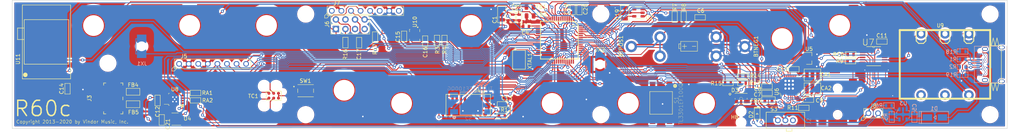
<source format=kicad_pcb>
(kicad_pcb (version 20171130) (host pcbnew "(5.1.4-0-10_14)")
  (layers (0 F.Cu signal) (31 B.Cu signal) (34 B.Paste user) (35 F.Paste user) (36 B.SilkS user) (37 F.SilkS user) (38 B.Mask user) (39 F.Mask user) (44 Edge.Cuts user))
  (net 0 "")
  (net 1 LO_LEFT)
  (net 2 "Net-(BTPOS1-Pad1)")
  (net 3 VCC33)
  (net 4 "Net-(C4-Pad1)")
  (net 5 "Net-(C5-Pad1)")
  (net 6 VCC_1.8)
  (net 7 VCC_3.3AUD)
  (net 8 "Net-(D2-PadCATH)")
  (net 9 "Net-(D3-Pad2)")
  (net 10 "Net-(D3-Pad3)")
  (net 11 "Net-(D3-Pad4)")
  (net 12 +3.3VA)
  (net 13 GNDA)
  (net 14 AMP_JACK)
  (net 15 "Net-(J2-Pad2)")
  (net 16 "Net-(J2-Pad1)")
  (net 17 "Net-(J2-Pad3)")
  (net 18 10:SC_CD)
  (net 19 11:SD_CMD)
  (net 20 13:SD_CLK)
  (net 21 12:SD_DAT0)
  (net 22 31:SD_DET)
  (net 23 22:TOUCH_HIGH)
  (net 24 23:TOUCH_LOW)
  (net 25 29:CTRL_CLK)
  (net 26 30:CTRL_DATA)
  (net 27 A14)
  (net 28 SWDIO)
  (net 29 SWDCLK)
  (net 30 RESET_B)
  (net 31 "Net-(R1-Pad1)")
  (net 32 "Net-(R2-Pad1)")
  (net 33 "Net-(R5-Pad1)")
  (net 34 "Net-(R6-Pad2)")
  (net 35 BV)
  (net 36 "Net-(R9-Pad1)")
  (net 37 "Net-(R10-Pad1)")
  (net 38 8:UART_TX)
  (net 39 21:LED_BLUE)
  (net 40 5:LED_GREEN)
  (net 41 6:LED_RED)
  (net 42 26)
  (net 43 24)
  (net 44 +4V)
  (net 45 "Net-(TP1-Pad1)")
  (net 46 "Net-(TP2-Pad1)")
  (net 47 "Net-(TP3-Pad1)")
  (net 48 "Net-(TP4-Pad1)")
  (net 49 "Net-(TP5-Pad1)")
  (net 50 "Net-(TP6-Pad1)")
  (net 51 "Net-(TP7-Pad1)")
  (net 52 "Net-(TP8-Pad1)")
  (net 53 "Net-(TP9-Pad1)")
  (net 54 "Net-(TP10-Pad1)")
  (net 55 "Net-(TP11-Pad1)")
  (net 56 HP_JACK)
  (net 57 A12)
  (net 58 3:I2S_DIN)
  (net 59 4:I2S_LRCLK)
  (net 60 "Net-(U1-Pad32)")
  (net 61 9:I2S_DOUT)
  (net 62 14:EN_MIDI)
  (net 63 2:AMP_SHUTDOWN)
  (net 64 27:LDO_EN)
  (net 65 28:SYS_MCLK)
  (net 66 9:I2S_SCLK)
  (net 67 "Net-(U1-Pad33)")
  (net 68 LO_RIGHT)
  (net 69 HP_G)
  (net 70 "Net-(CA2-Pad1)")
  (net 71 "Net-(RA1-Pad1)")
  (net 72 "Net-(RA2-Pad1)")
  (net 73 "Net-(FB3-Pad1)")
  (net 74 "Net-(FB4-Pad1)")
  (net 75 "Net-(FB4-Pad2)")
  (net 76 "Net-(FB5-Pad2)")
  (net 77 "Net-(FB5-Pad1)")
  (net 78 AMP_LEFT)
  (net 79 HP_R)
  (net 80 "Net-(J2-Pad5)")
  (net 81 "Net-(J4-Pad8)")
  (net 82 "Net-(J4-Pad1)")
  (net 83 "Net-(S1-Pad3)")
  (net 84 "Net-(S1-Pad2)")
  (net 85 "Net-(S2-Pad3)")
  (net 86 "Net-(S2-Pad2)")
  (net 87 "Net-(S3-Pad3)")
  (net 88 "Net-(SW1-Pad3)")
  (net 89 "Net-(SW1-Pad2)")
  (net 90 7:UART_RX)
  (net 91 "Net-(U1-Pad20)")
  (net 92 "Net-(U1-Pad19)")
  (net 93 "Net-(U1-Pad8)")
  (net 94 "Net-(U2-Pad4)")
  (net 95 "Net-(U4-Pad4)")
  (net 96 "Net-(U6-Pad16)")
  (net 97 "Net-(U6-Pad15)")
  (net 98 "Net-(U6-Pad14)")
  (net 99 "Net-(U6-Pad13)")
  (net 100 HP_L)
  (net 101 "Net-(U6-Pad18)")
  (net 102 "Net-(U7-Pad14)")
  (net 103 "Net-(U7-Pad13)")
  (net 104 "Net-(U7-Pad12)")
  (net 105 "Net-(U8-Pad2)")
  (net 106 "Net-(U9-PadRINGNORMAL)")
  (net 107 "Net-(U9-PadRING)")
  (net 108 "Net-(U10-Pad4)")
  (net 109 "Net-(U10-Pad9)")
  (net 110 "Net-(U10-Pad10)")
  (net 111 "Net-(U10-Pad11)")
  (net 112 "Net-(U11-Pad8)")
  (net 113 "Net-(U11-Pad7)")
  (net 114 "Net-(U11-Pad6)")
  (net 115 "Net-(U11-Pad5)")
  (net 116 "Net-(U11-Pad1)")
  (net 117 "Net-(JX1-Pad1)")
  (net 118 "Net-(J6-Pad6)")
  (net 119 "Net-(J6-Pad5)")
  (net 120 "Net-(J6-Pad4)")
  (net 121 "Net-(J6-Pad3)")
  (net 122 "Net-(C9-Pad1)")
  (net 123 USB_VBUS)
  (net 124 "Net-(J1-PadB11)")
  (net 125 "Net-(J1-PadB10)")
  (net 126 "Net-(J1-PadB8)")
  (net 127 USB_DM)
  (net 128 USB_DP)
  (net 129 "Net-(J1-PadB5)")
  (net 130 "Net-(J1-PadB3)")
  (net 131 "Net-(J1-PadB2)")
  (net 132 "Net-(J1-PadA11)")
  (net 133 "Net-(J1-PadA10)")
  (net 134 "Net-(J1-PadA8)")
  (net 135 "Net-(J1-PadA5)")
  (net 136 "Net-(J1-PadA3)")
  (net 137 "Net-(J1-PadA2)")
  (net 138 "Net-(J6-Pad7)")
  (net 139 "Net-(J7-Pad1)")
  (net 140 "Net-(J7-Pad6)")
  (net 141 "Net-(J7-Pad8)")
  (net 142 "Net-(U9-PadTIPNORMAL)")
  (net 143 LGND)
  (module Vindor:Vindor-MSOP-8-1EP_W3mm (layer F.Cu) (at 43.0911 -7.72414 180)
    (fp_text reference U8 (at -0.0508 2.667) (layer F.SilkS))
    (fp_text value TPA2005D1DGNRQ1)
    (pad 8 smd rect (at 2.1 -0.975 90) (size 0.4 1) (layers F.Cu F.Paste F.Mask) (net 76 "Net-(FB5-Pad2)"))
    (pad 9 smd rect (at 0 0 90) (size 1.98 1.88) (layers F.Cu F.Paste F.Mask) (net 143 LGND))
    (pad 7 smd rect (at 2.1 -0.325 90) (size 0.4 1) (layers F.Cu F.Paste F.Mask) (net 143 LGND))
    (pad 6 smd rect (at 2.1 0.325 90) (size 0.4 1) (layers F.Cu F.Paste F.Mask) (net 7 VCC_3.3AUD))
    (pad 5 smd rect (at 2.1 0.975 90) (size 0.4 1) (layers F.Cu F.Paste F.Mask) (net 75 "Net-(FB4-Pad2)"))
    (pad 4 smd rect (at -2.1 0.975 90) (size 0.4 1) (layers F.Cu F.Paste F.Mask) (net 71 "Net-(RA1-Pad1)"))
    (pad 3 smd rect (at -2.1 0.325 90) (size 0.4 1) (layers F.Cu F.Paste F.Mask) (net 72 "Net-(RA2-Pad1)"))
    (pad 2 smd rect (at -2.1 -0.325 90) (size 0.4 1) (layers F.Cu F.Paste F.Mask) (net 105 "Net-(U8-Pad2)"))
    (pad 1 smd rect (at -2.1 -0.975 90) (size 0.4 1) (layers F.Cu F.Paste F.Mask) (net 63 2:AMP_SHUTDOWN))
    (pad 9 thru_hole circle (at 0.45 -0.6 90) (size 0.4 0.4) (drill 0.4) (layers *.Cu *.Mask) (net 143 LGND))
    (pad 9 thru_hole circle (at 0.45 0.6 90) (size 0.4 0.4) (drill 0.4) (layers *.Cu *.Mask) (net 143 LGND))
    (pad 9 thru_hole circle (at -0.45 0.6 90) (size 0.4 0.4) (drill 0.4) (layers *.Cu *.Mask) (net 143 LGND))
    (pad 9 thru_hole circle (at -0.45 -0.6 90) (size 0.4 0.4) (drill 0.4) (layers *.Cu *.Mask) (net 143 LGND))
    (pad 9 thru_hole circle (at 0 0 90) (size 0.4 0.4) (drill 0.4) (layers *.Cu *.Mask) (net 143 LGND))
  )
  (module Vindor:USBC_10137062-00021LF (layer B.Cu) (at 256.86512 -17 270)
    (fp_text reference J1 (at -1.651 2.54 90) (layer B.SilkS) (effects (font (thickness 0.015)) (justify mirror)))
    (fp_text value 10137062-00021LF)
    (fp_line (start -4.33 -1.25) (end -4.33 -0.95) (layer Edge.Cuts) (width 0.1))
    (fp_arc (start -4.08 -0.95) (end -4.08 -0.7) (angle 90) (layer Edge.Cuts) (width 0.1))
    (fp_arc (start -4.08 -0.95) (end -3.83 -0.95) (angle 90) (layer Edge.Cuts) (width 0.1))
    (fp_line (start -3.83 -0.95) (end -3.83 -1.25) (layer Edge.Cuts) (width 0.1))
    (fp_line (start -3.83 -1.25) (end -3.83 -1.55) (layer Edge.Cuts) (width 0.1))
    (fp_arc (start -4.08 -1.55) (end -4.08 -1.8) (angle 90) (layer Edge.Cuts) (width 0.1))
    (fp_arc (start -4.08 -1.55) (end -4.33 -1.55) (angle 90) (layer Edge.Cuts) (width 0.1))
    (fp_line (start -4.33 -1.55) (end -4.33 -1.25) (layer Edge.Cuts) (width 0.1))
    (fp_line (start 3.93 -1.25) (end 3.93 -0.95) (layer Edge.Cuts) (width 0.1))
    (fp_arc (start 4.18 -0.95) (end 4.18 -0.7) (angle 90) (layer Edge.Cuts) (width 0.1))
    (fp_arc (start 4.18 -0.95) (end 4.43 -0.95) (angle 90) (layer Edge.Cuts) (width 0.1))
    (fp_line (start 4.43 -0.95) (end 4.43 -1.25) (layer Edge.Cuts) (width 0.1))
    (fp_line (start 4.43 -1.25) (end 4.43 -1.55) (layer Edge.Cuts) (width 0.1))
    (fp_arc (start 4.18 -1.55) (end 4.18 -1.8) (angle 90) (layer Edge.Cuts) (width 0.1))
    (fp_arc (start 4.18 -1.55) (end 3.93 -1.55) (angle 90) (layer Edge.Cuts) (width 0.1))
    (fp_line (start 3.93 -1.55) (end 3.93 -1.25) (layer Edge.Cuts) (width 0.1))
    (fp_line (start 3.65 0.325) (end 3.8 0.325) (layer Edge.Cuts) (width 0.1))
    (fp_arc (start 3.8 0) (end 4.125 0) (angle 90) (layer Edge.Cuts) (width 0.1))
    (fp_arc (start 3.8 0) (end 3.8 -0.325) (angle 90) (layer Edge.Cuts) (width 0.1))
    (fp_line (start 3.8 -0.325) (end 3.65 -0.325) (layer Edge.Cuts) (width 0.1))
    (fp_line (start 3.65 -0.325) (end 3.5 -0.325) (layer Edge.Cuts) (width 0.1))
    (fp_arc (start 3.5 0) (end 3.175 0) (angle 90) (layer Edge.Cuts) (width 0.1))
    (fp_arc (start 3.5 0) (end 3.5 0.325) (angle 90) (layer Edge.Cuts) (width 0.1))
    (fp_line (start 3.5 0.325) (end 3.65 0.325) (layer Edge.Cuts) (width 0.1))
    (fp_line (start -4.74 -5.7) (end -4.74 -5.4) (layer Edge.Cuts) (width 0.1))
    (fp_arc (start -4.49 -5.4) (end -4.49 -5.15) (angle 90) (layer Edge.Cuts) (width 0.1))
    (fp_arc (start -4.49 -5.4) (end -4.24 -5.4) (angle 90) (layer Edge.Cuts) (width 0.1))
    (fp_line (start -4.24 -5.4) (end -4.24 -5.7) (layer Edge.Cuts) (width 0.1))
    (fp_line (start -4.24 -5.7) (end -4.24 -6) (layer Edge.Cuts) (width 0.1))
    (fp_arc (start -4.49 -6) (end -4.49 -6.25) (angle 90) (layer Edge.Cuts) (width 0.1))
    (fp_arc (start -4.49 -6) (end -4.74 -6) (angle 90) (layer Edge.Cuts) (width 0.1))
    (fp_line (start -4.74 -6) (end -4.74 -5.7) (layer Edge.Cuts) (width 0.1))
    (fp_line (start 4.24 -5.7) (end 4.24 -5.4) (layer Edge.Cuts) (width 0.1))
    (fp_arc (start 4.49 -5.4) (end 4.49 -5.15) (angle 90) (layer Edge.Cuts) (width 0.1))
    (fp_arc (start 4.49 -5.4) (end 4.74 -5.4) (angle 90) (layer Edge.Cuts) (width 0.1))
    (fp_line (start 4.74 -5.4) (end 4.74 -5.7) (layer Edge.Cuts) (width 0.1))
    (fp_line (start 4.74 -5.7) (end 4.74 -6) (layer Edge.Cuts) (width 0.1))
    (fp_arc (start 4.49 -6) (end 4.49 -6.25) (angle 90) (layer Edge.Cuts) (width 0.1))
    (fp_arc (start 4.49 -6) (end 4.24 -6) (angle 90) (layer Edge.Cuts) (width 0.1))
    (fp_line (start 4.24 -6) (end 4.24 -5.7) (layer Edge.Cuts) (width 0.1))
    (pad None np_thru_hole circle (at -3.55 0 270) (size 0.65 0.65) (drill 0.65) (layers *.Cu *.Mask))
    (pad A1 smd rect (at -2.75 0.56 270) (size 0.3 0.9) (layers B.Cu B.Paste B.Mask) (net 143 LGND))
    (pad A2 smd rect (at -2.25 0.56 270) (size 0.3 0.9) (layers B.Cu B.Paste B.Mask) (net 137 "Net-(J1-PadA2)"))
    (pad A3 smd rect (at -1.75 0.56 270) (size 0.3 0.9) (layers B.Cu B.Paste B.Mask) (net 136 "Net-(J1-PadA3)"))
    (pad A4 smd rect (at -1.25 0.56 270) (size 0.3 0.9) (layers B.Cu B.Paste B.Mask) (net 123 USB_VBUS))
    (pad A5 smd rect (at -0.75 0.56 270) (size 0.3 0.9) (layers B.Cu B.Paste B.Mask) (net 135 "Net-(J1-PadA5)"))
    (pad A6 smd rect (at -0.25 0.56 270) (size 0.3 0.9) (layers B.Cu B.Paste B.Mask) (net 128 USB_DP))
    (pad A7 smd rect (at 0.25 0.56 270) (size 0.3 0.9) (layers B.Cu B.Paste B.Mask) (net 127 USB_DM))
    (pad A8 smd rect (at 0.75 0.56 270) (size 0.3 0.9) (layers B.Cu B.Paste B.Mask) (net 134 "Net-(J1-PadA8)"))
    (pad A9 smd rect (at 1.25 0.56 270) (size 0.3 0.9) (layers B.Cu B.Paste B.Mask) (net 123 USB_VBUS))
    (pad A10 smd rect (at 1.75 0.56 270) (size 0.3 0.9) (layers B.Cu B.Paste B.Mask) (net 133 "Net-(J1-PadA10)"))
    (pad A11 smd rect (at 2.25 0.56 270) (size 0.3 0.9) (layers B.Cu B.Paste B.Mask) (net 132 "Net-(J1-PadA11)"))
    (pad A12 smd rect (at 2.75 0.56 270) (size 0.3 0.9) (layers B.Cu B.Paste B.Mask) (net 143 LGND))
    (pad B1 thru_hole circle (at 2.85 -0.65 270) (size 0.6 0.6) (drill 0.4) (layers *.Cu *.Mask) (net 143 LGND))
    (pad B2 thru_hole circle (at 2.45 -1.35 270) (size 0.6 0.6) (drill 0.4) (layers *.Cu *.Mask) (net 131 "Net-(J1-PadB2)"))
    (pad B3 thru_hole circle (at 1.65 -1.35 270) (size 0.6 0.6) (drill 0.4) (layers *.Cu *.Mask) (net 130 "Net-(J1-PadB3)"))
    (pad B4 thru_hole circle (at 1.25 -0.65 270) (size 0.6 0.6) (drill 0.4) (layers *.Cu *.Mask) (net 123 USB_VBUS))
    (pad B5 thru_hole circle (at 0.85 -1.35 270) (size 0.6 0.6) (drill 0.4) (layers *.Cu *.Mask) (net 129 "Net-(J1-PadB5)"))
    (pad B6 thru_hole circle (at 0.45 -0.65 270) (size 0.6 0.6) (drill 0.4) (layers *.Cu *.Mask) (net 128 USB_DP))
    (pad B7 thru_hole circle (at -0.35 -0.65 270) (size 0.6 0.6) (drill 0.4) (layers *.Cu *.Mask) (net 127 USB_DM))
    (pad B8 thru_hole circle (at -0.75 -1.35 270) (size 0.6 0.6) (drill 0.4) (layers *.Cu *.Mask) (net 126 "Net-(J1-PadB8)"))
    (pad B9 thru_hole circle (at -1.15 -0.65 270) (size 0.6 0.6) (drill 0.4) (layers *.Cu *.Mask) (net 123 USB_VBUS))
    (pad B10 thru_hole circle (at -1.55 -1.35 270) (size 0.6 0.6) (drill 0.4) (layers *.Cu *.Mask) (net 125 "Net-(J1-PadB10)"))
    (pad B11 thru_hole circle (at -2.35 -1.35 270) (size 0.6 0.6) (drill 0.4) (layers *.Cu *.Mask) (net 124 "Net-(J1-PadB11)"))
    (pad B12 thru_hole circle (at -2.75 -0.65 270) (size 0.6 0.6) (drill 0.4) (layers *.Cu *.Mask) (net 143 LGND))
    (pad S1 thru_hole oval (at -4.08 -1.25 270) (size 1 1.6) (drill oval 0.5 1.1) (layers *.Cu *.Mask) (net 143 LGND))
    (pad S1 thru_hole oval (at 4.18 -1.25 270) (size 1 1.6) (drill oval 0.5 1.1) (layers *.Cu *.Mask) (net 143 LGND))
    (pad S1 thru_hole oval (at -4.49 -5.7 270) (size 1 1.6) (drill oval 0.5 1.1) (layers *.Cu *.Mask) (net 143 LGND))
    (pad S1 thru_hole oval (at 4.49 -5.7 270) (size 1 1.6) (drill oval 0.5 1.1) (layers *.Cu *.Mask) (net 143 LGND))
    (pad "" np_thru_hole oval (at 3.65 0 270) (size 0.95 0.65) (drill oval 0.95 0.65) (layers *.Cu *.Mask))
  )
  (module Vindor:SGTL5000 (layer F.Cu) (at 206.1464 -11.557 90)
    (fp_text reference U6 (at -1.79578 -3.2893 90) (layer F.SilkS) (effects (font (size 1.00178 1.00178) (thickness 0.1524))))
    (fp_text value SGTL5000XNAA3 hide)
    (pad EXP thru_hole circle (at 1.06 0.98 90) (size 0.6 0.6) (drill 0.6) (layers *.Cu *.Mask) (net 143 LGND))
    (pad EXP thru_hole circle (at 0.07 0.98 90) (size 0.6 0.6) (drill 0.6) (layers *.Cu *.Mask) (net 143 LGND))
    (pad EXP thru_hole circle (at -0.98 0.98 90) (size 0.6 0.6) (drill 0.6) (layers *.Cu *.Mask) (net 143 LGND))
    (pad EXP thru_hole circle (at 1.06 -0.02 90) (size 0.6 0.6) (drill 0.6) (layers *.Cu *.Mask) (net 143 LGND))
    (pad EXP thru_hole circle (at 0.07 -0.02 90) (size 0.6 0.6) (drill 0.6) (layers *.Cu *.Mask) (net 143 LGND))
    (pad EXP thru_hole circle (at -0.98 -0.02 90) (size 0.6 0.6) (drill 0.6) (layers *.Cu *.Mask) (net 143 LGND))
    (pad EXP thru_hole circle (at 1.06 -0.96 90) (size 0.6 0.6) (drill 0.6) (layers *.Cu *.Mask) (net 143 LGND))
    (pad EXP thru_hole circle (at 0.07 -0.96 90) (size 0.6 0.6) (drill 0.6) (layers *.Cu *.Mask) (net 143 LGND))
    (pad EXP thru_hole circle (at -0.98 -0.97 90) (size 0.6 0.6) (drill 0.6) (layers *.Cu *.Mask) (net 143 LGND))
    (pad 25 smd custom (at 1.75006 -2.30124 90) (size 0.1 0.1) (layers F.Cu F.Paste F.Mask) (net 61 9:I2S_DOUT) (options (clearance outline) (anchor rect)) (primitives (gr_poly (pts (xy 0.15 -0.25) (xy -0.15 -0.25) (xy -0.15 0.25) (xy 0 0.25) (xy 0.15 0)) (width 0))))
    (pad 32 smd custom (at -1.75006 -2.30124 90) (size 0.1 0.1) (layers F.Cu F.Paste F.Mask) (net 143 LGND) (options (clearance outline) (anchor rect)) (primitives (gr_poly (pts (xy -0.15 -0.25) (xy 0.15 -0.25) (xy 0.15 0.25) (xy 0 0.25) (xy -0.15 0)) (width 0))))
    (pad 31 smd rect (at -1.25 -2.3) (size 0.5 0.3) (layers F.Cu F.Paste F.Mask) (net 143 LGND))
    (pad 30 smd rect (at -0.75 -2.3) (size 0.5 0.3) (layers F.Cu F.Paste F.Mask) (net 6 VCC_1.8))
    (pad 29 smd rect (at -0.25 -2.3) (size 0.5 0.3) (layers F.Cu F.Paste F.Mask) (net 25 29:CTRL_CLK))
    (pad 28 smd rect (at 0.25 -2.3) (size 0.5 0.3) (layers F.Cu F.Paste F.Mask))
    (pad 27 smd rect (at 0.75 -2.3) (size 0.5 0.3) (layers F.Cu F.Paste F.Mask) (net 26 30:CTRL_DATA))
    (pad 24 smd custom (at 2.30124 -1.75006) (size 0.1 0.1) (layers F.Cu F.Paste F.Mask) (net 66 9:I2S_SCLK) (options (clearance outline) (anchor rect)) (primitives (gr_poly (pts (xy -0.15 -0.25) (xy 0.15 -0.25) (xy 0.15 0.25) (xy 0 0.25) (xy -0.15 0)) (width 0))))
    (pad 23 smd rect (at 2.3 -1.25 270) (size 0.5 0.3) (layers F.Cu F.Paste F.Mask) (net 59 4:I2S_LRCLK))
    (pad 22 smd rect (at 2.3 -0.75 270) (size 0.5 0.3) (layers F.Cu F.Paste F.Mask))
    (pad 21 smd rect (at 2.3 -0.25 270) (size 0.5 0.3) (layers F.Cu F.Paste F.Mask) (net 65 28:SYS_MCLK))
    (pad 20 smd rect (at 2.3 0.25 270) (size 0.5 0.3) (layers F.Cu F.Paste F.Mask) (net 3 VCC33))
    (pad 19 smd rect (at 2.3 0.75 270) (size 0.5 0.3) (layers F.Cu F.Paste F.Mask))
    (pad 17 smd custom (at 2.30124 1.75006) (size 0.1 0.1) (layers F.Cu F.Paste F.Mask) (options (clearance outline) (anchor rect)) (primitives (gr_poly (pts (xy 0.15 -0.25) (xy -0.15 -0.25) (xy -0.15 0.25) (xy 0 0.25) (xy 0.15 0)) (width 0))))
    (pad 16 smd custom (at 1.75006 2.2987 270) (size 0.1 0.1) (layers F.Cu F.Paste F.Mask) (net 96 "Net-(U6-Pad16)") (options (clearance outline) (anchor rect)) (primitives (gr_poly (pts (xy -0.15 -0.25) (xy 0.15 -0.25) (xy 0.15 0.25) (xy 0 0.25) (xy -0.15 0)) (width 0))))
    (pad 15 smd rect (at 1.25 2.3 180) (size 0.5 0.3) (layers F.Cu F.Paste F.Mask) (net 97 "Net-(U6-Pad15)"))
    (pad 14 smd rect (at 0.75 2.3 180) (size 0.5 0.3) (layers F.Cu F.Paste F.Mask) (net 98 "Net-(U6-Pad14)"))
    (pad 13 smd rect (at 0.25 2.3 180) (size 0.5 0.3) (layers F.Cu F.Paste F.Mask) (net 99 "Net-(U6-Pad13)"))
    (pad 12 smd rect (at -0.25 2.3 180) (size 0.5 0.3) (layers F.Cu F.Paste F.Mask) (net 1 LO_LEFT))
    (pad 11 smd rect (at -0.75 2.3 180) (size 0.5 0.3) (layers F.Cu F.Paste F.Mask) (net 68 LO_RIGHT))
    (pad 9 smd custom (at -1.7526 2.3114 270) (size 0.1 0.1) (layers F.Cu F.Paste F.Mask) (options (clearance outline) (anchor rect)) (primitives (gr_poly (pts (xy 0.15 -0.25) (xy -0.15 -0.25) (xy -0.15 0.25) (xy 0 0.25) (xy 0.15 0)) (width 0))))
    (pad 8 smd custom (at -2.3 1.7526 180) (size 0.1 0.1) (layers F.Cu F.Paste F.Mask) (options (clearance outline) (anchor rect)) (primitives (gr_poly (pts (xy -0.15 -0.25) (xy 0.15 -0.25) (xy 0.15 0.25) (xy 0 0.25) (xy -0.15 0)) (width 0))))
    (pad 7 smd rect (at -2.3 1.25 90) (size 0.5 0.3) (layers F.Cu F.Paste F.Mask) (net 143 LGND))
    (pad 6 smd rect (at -2.3 0.75 90) (size 0.5 0.3) (layers F.Cu F.Paste F.Mask) (net 100 HP_L))
    (pad 5 smd rect (at -2.3 0.25 90) (size 0.5 0.3) (layers F.Cu F.Paste F.Mask) (net 73 "Net-(FB3-Pad1)"))
    (pad EXP smd rect (at 0 0 90) (size 3.2 3.2) (layers F.Cu F.Paste F.Mask) (net 143 LGND))
    (pad 1 smd custom (at -2.3 -1.75 180) (size 0.1 0.1) (layers F.Cu F.Paste F.Mask) (net 143 LGND) (options (clearance outline) (anchor rect)) (primitives (gr_poly (pts (xy 0.15 -0.25) (xy -0.15 -0.25) (xy -0.15 0.25) (xy 0 0.25) (xy 0.15 0)) (width 0))))
    (pad 2 smd rect (at -2.3 -1.25 90) (size 0.5 0.3) (layers F.Cu F.Paste F.Mask) (net 79 HP_R))
    (pad 3 smd rect (at -2.3 -0.75 90) (size 0.5 0.3) (layers F.Cu F.Paste F.Mask) (net 143 LGND))
    (pad 4 smd rect (at -2.3 -0.25 90) (size 0.5 0.3) (layers F.Cu F.Paste F.Mask) (net 69 HP_G))
    (pad 10 smd rect (at -1.25 2.3 180) (size 0.5 0.3) (layers F.Cu F.Paste F.Mask) (net 122 "Net-(C9-Pad1)"))
    (pad 18 smd rect (at 2.3 1.25 270) (size 0.5 0.3) (layers F.Cu F.Paste F.Mask) (net 101 "Net-(U6-Pad18)"))
    (pad 26 smd rect (at 1.25 -2.3) (size 0.5 0.3) (layers F.Cu F.Paste F.Mask) (net 58 3:I2S_DIN))
  )
  (module MF_Passives:MF_Passives-R0603 (layer F.Cu) (at 48.6537 -9.42594)
    (fp_text reference RA1 (at 3.1115 0) (layer F.SilkS) (effects (font (size 1.016 1.016) (thickness 0.1524))))
    (fp_text value "20k ohm")
    (pad 2 smd rect (at 0.7493 0 180) (size 0.59944 0.89916) (layers F.Cu F.Paste F.Mask) (net 78 AMP_LEFT))
    (pad 1 smd rect (at -0.7493 0 180) (size 0.59944 0.89916) (layers F.Cu F.Paste F.Mask) (net 71 "Net-(RA1-Pad1)"))
  )
  (module MF_Passives:MF_Passives-C1210 (layer F.Cu) (at 212.335 -10.4902 180)
    (fp_text reference CA2 (at -3.6478 0.2) (layer F.SilkS) (effects (font (size 1.016 1.016) (thickness 0.1524))))
    (fp_text value "100 nf")
    (pad 2 smd rect (at 1.4478 0) (size 0.89916 2.49936) (layers F.Cu F.Paste F.Mask) (net 68 LO_RIGHT))
    (pad 1 smd rect (at -1.4478 0) (size 0.89916 2.49936) (layers F.Cu F.Paste F.Mask) (net 70 "Net-(CA2-Pad1)"))
  )
  (module MF_Passives:MF_Passives-C1210 (layer F.Cu) (at 212.335 -14.1902 180)
    (fp_text reference CA1 (at -3.5478 0.1) (layer F.SilkS) (effects (font (size 1.016 1.016) (thickness 0.1524))))
    (fp_text value "100 nf")
    (pad 2 smd rect (at 1.4478 0) (size 0.89916 2.49936) (layers F.Cu F.Paste F.Mask) (net 1 LO_LEFT))
    (pad 1 smd rect (at -1.4478 0) (size 0.89916 2.49936) (layers F.Cu F.Paste F.Mask) (net 78 AMP_LEFT))
  )
  (module MF_Passives:MF_Passives-C0603 (layer F.Cu) (at 39.69004 -2.2733 270)
    (fp_text reference C21 (at 1.13792 -1.60782 90) (layer F.SilkS) (effects (font (size 1.016 1.016) (thickness 0.1524))))
    (fp_text value "1 uf")
    (pad 2 smd rect (at 0.7493 0 90) (size 0.59944 0.89916) (layers F.Cu F.Paste F.Mask) (net 7 VCC_3.3AUD))
    (pad 1 smd rect (at -0.7493 0 90) (size 0.59944 0.89916) (layers F.Cu F.Paste F.Mask) (net 143 LGND))
  )
  (module Vindor:Vindor_Touchpad (layer F.Cu) (at 21.575 -27.3)
    (fp_text reference TP1 hide)
    (fp_text value TOUCHPAD hide)
    (pad "" np_thru_hole circle (at 0 0) (size 5.0546 5.0546) (drill 5.0546) (layers *.Cu *.Mask) (clearance 0.1) (thermal_gap 1.3))
    (pad 1 smd custom (at 3.5 0) (size 1 1) (layers F.Cu) (net 45 "Net-(TP1-Pad1)") (clearance 1.5) (thermal_gap 1.3) (options (clearance convexhull) (anchor circle)) (primitives (gr_circle (center -3.5 0) (end 0 0) (width 1.5))))
  )
  (module Vindor:KEYSTONE_54 (layer F.Cu) (at 194.40718 -21.73868 270)
    (fp_text reference BTNEG1 (at -0.0127 -2.96926 90) (layer F.SilkS))
    (fp_text value "KEYSTONE 54")
    (pad 1 thru_hole circle (at 0 0 270) (size 3 3) (drill 1.73) (layers *.Cu *.Mask) (net 143 LGND))
    (pad 1 thru_hole circle (at 2.54 7.62 270) (size 3 3) (drill 1.73) (layers *.Cu *.Mask) (net 143 LGND))
    (pad 1 thru_hole circle (at -2.54 7.62 270) (size 3 3) (drill 1.723) (layers *.Cu *.Mask) (net 143 LGND))
  )
  (module Vindor:ECS-160-9-42-CKM-TR (layer F.Cu) (at 134.4676 -18.2372 270)
    (fp_text reference XTAL1 (at 0.3302 -2.8702 90) (layer F.SilkS))
    (fp_text value ECS-160-9-42-CKM-TR)
    (pad 2 smd rect (at 1.5 0.8 270) (size 1.4 1.15) (layers F.Cu F.Paste F.Mask) (net 143 LGND))
    (pad 1 smd rect (at -1.5 0.8 270) (size 1.4 1.15) (layers F.Cu F.Paste F.Mask) (net 60 "Net-(U1-Pad32)"))
    (pad 3 smd rect (at 1.5 -0.8 270) (size 1.4 1.15) (layers F.Cu F.Paste F.Mask) (net 67 "Net-(U1-Pad33)"))
    (pad 4 smd rect (at -1.5 -0.8 270) (size 1.4 1.15) (layers F.Cu F.Paste F.Mask) (net 143 LGND))
  )
  (module Vindor:TC2030 (layer F.Cu) (at 69.3828 -8.6902)
    (fp_text reference TC1 (at -5.43 0.11) (layer F.SilkS))
    (fp_text value CON_02X03_TC2030-IDC-NL)
    (pad "" np_thru_hole circle (at 0.635 2.54) (size 2.375 2.375) (drill 2.375) (layers *.Cu *.Mask))
    (pad "" np_thru_hole circle (at -2.54 2.54) (size 2.375 2.375) (drill 2.375) (layers *.Cu *.Mask))
    (pad "" np_thru_hole circle (at -2.54 -2.54) (size 2.375 2.375) (drill 2.375) (layers *.Cu *.Mask))
    (pad "" np_thru_hole circle (at 0.635 -2.54) (size 2.375 2.375) (drill 2.375) (layers *.Cu *.Mask))
    (pad "" np_thru_hole circle (at 2.54 1.016) (size 0.991 0.991) (drill 0.991) (layers *.Cu *.Mask))
    (pad "" np_thru_hole circle (at 2.54 -1.016) (size 0.991 0.991) (drill 0.991) (layers *.Cu *.Mask))
    (pad "" np_thru_hole circle (at -2.54 0) (size 0.991 0.991) (drill 0.991) (layers *.Cu *.Mask))
    (pad 5 smd circle (at 1.27 0.635) (size 0.787 0.787) (layers F.Cu F.Mask) (net 143 LGND))
    (pad 6 smd circle (at 1.27 -0.635) (size 0.787 0.787) (layers F.Cu F.Mask) (net 143 LGND))
    (pad 3 smd circle (at 0 0.635) (size 0.787 0.787) (layers F.Cu F.Mask) (net 30 RESET_B))
    (pad 4 smd circle (at 0 -0.635) (size 0.787 0.787) (layers F.Cu F.Mask) (net 29 SWDCLK))
    (pad 1 smd circle (at -1.27 0.635) (size 0.787 0.787) (layers F.Cu F.Mask) (net 3 VCC33))
    (pad 2 smd circle (at -1.27 -0.635) (size 0.787 0.787) (layers F.Cu F.Mask) (net 28 SWDIO))
  )
  (module Connector_PinHeader_2.54mm:PinHeader_2x04_P2.54mm_Vertical (layer F.Cu) (at 85.884 -26.384 90)
    (fp_text reference J6 (at 1.27 -2.33 90) (layer F.SilkS))
    (fp_text value Conn_02x04_Odd_Even)
    (pad 8 thru_hole oval (at 2.54 7.62 90) (size 1.7 1.7) (drill 1) (layers *.Cu *.Mask) (net 90 7:UART_RX))
    (pad 7 thru_hole oval (at 0 7.62 90) (size 1.7 1.7) (drill 1) (layers *.Cu *.Mask) (net 138 "Net-(J6-Pad7)"))
    (pad 6 thru_hole oval (at 2.54 5.08 90) (size 1.7 1.7) (drill 1) (layers *.Cu *.Mask) (net 118 "Net-(J6-Pad6)"))
    (pad 5 thru_hole oval (at 0 5.08 90) (size 1.7 1.7) (drill 1) (layers *.Cu *.Mask) (net 119 "Net-(J6-Pad5)"))
    (pad 4 thru_hole oval (at 2.54 2.54 90) (size 1.7 1.7) (drill 1) (layers *.Cu *.Mask) (net 120 "Net-(J6-Pad4)"))
    (pad 3 thru_hole oval (at 0 2.54 90) (size 1.7 1.7) (drill 1) (layers *.Cu *.Mask) (net 121 "Net-(J6-Pad3)"))
    (pad 2 thru_hole oval (at 2.54 0 90) (size 1.7 1.7) (drill 1) (layers *.Cu *.Mask) (net 3 VCC33))
    (pad 1 thru_hole rect (at 0 0 90) (size 1.7 1.7) (drill 1) (layers *.Cu *.Mask) (net 38 8:UART_TX))
  )
  (module 35RASMT4BHNTRX:SWITCHCRAFT_35RASMT4BHNTRX (layer F.Cu) (at 219.02419 -7.387769 90)
    (fp_text reference J2 (at -5.47048 -7.64966 90) (layer F.SilkS) (effects (font (size 1.00192 1.00192) (thickness 0.05))))
    (fp_text value 35RASMT4BHNTRX hide)
    (pad Hole np_thru_hole circle (at 3.25023 -0.000106 90) (size 1.6 1.6) (drill 1.6) (layers *.Cu *.Mask F.SilkS))
    (pad Hole np_thru_hole circle (at -3.74977 -0.000106 90) (size 1.6 1.6) (drill 1.6) (layers *.Cu *.Mask F.SilkS))
    (pad 5 smd rect (at 8.55288 -0.748062 90) (size 2.6 2.7) (layers F.Cu F.Paste F.Mask) (net 80 "Net-(J2-Pad5)"))
    (pad 3 smd rect (at 4.45002 4.0478 90) (size 2.7 2.1) (layers F.Cu F.Paste F.Mask) (net 17 "Net-(J2-Pad3)"))
    (pad 1 smd rect (at -4.84999 4.05001 90) (size 2.2 2.1) (layers F.Cu F.Paste F.Mask) (net 16 "Net-(J2-Pad1)"))
    (pad 2 smd rect (at -2.94999 -4.04999 90) (size 2.2 2.1) (layers F.Cu F.Paste F.Mask) (net 15 "Net-(J2-Pad2)"))
    (pad 4 smd rect (at -5.64999 -4.04999 270) (size 2 2.1) (layers F.Cu F.Paste F.Mask) (net 56 HP_JACK))
  )
  (module Vindor:NMJ6HFD2-center (layer F.Cu) (at 247.5 -17 180)
    (fp_text reference U9 (at 1.247 10.305) (layer F.SilkS) (effects (font (size 1 0.9) (thickness 0.1524))))
    (fp_text value "NMJ4HHD2 or NMJ6HHD2" hide)
    (pad TIPNORMAL thru_hole circle (at 6.35 -8.1153 180) (size 2.54 2.54) (drill 1.397) (layers *.Cu *.Mask) (net 142 "Net-(U9-PadTIPNORMAL)"))
    (pad RINGNORMAL thru_hole circle (at 0 -8.1153 180) (size 2.54 2.54) (drill 1.397) (layers *.Cu *.Mask) (net 106 "Net-(U9-PadRINGNORMAL)"))
    (pad SLEEVENORMAL thru_hole circle (at -6.35 -8.1153 180) (size 2.54 2.54) (drill 1.397) (layers *.Cu *.Mask) (net 14 AMP_JACK))
    (pad TIP thru_hole circle (at 6.35 8.1153 180) (size 2.54 2.54) (drill 1.397) (layers *.Cu *.Mask) (net 78 AMP_LEFT))
    (pad RING thru_hole circle (at 0 8.1153 180) (size 2.54 2.54) (drill 1.397) (layers *.Cu *.Mask) (net 107 "Net-(U9-PadRING)"))
    (pad SLEEVE thru_hole circle (at -6.35 8.1153 180) (size 2.54 2.54) (drill 1.397) (layers *.Cu *.Mask) (net 143 LGND))
  )
  (module MF_Passives:MF_Passives-R0603 (layer B.Cu) (at 252.19152 -14.25448 180)
    (fp_text reference R19 (at 2.9718 0) (layer B.SilkS) (effects (font (size 1.016 1.016) (thickness 0.1524)) (justify mirror)))
    (fp_text value "5.1k ohm")
    (pad 2 smd rect (at 0.7493 0) (size 0.59944 0.89916) (layers B.Cu B.Paste B.Mask) (net 143 LGND))
    (pad 1 smd rect (at -0.7493 0) (size 0.59944 0.89916) (layers B.Cu B.Paste B.Mask) (net 129 "Net-(J1-PadB5)"))
  )
  (module MF_Passives:MF_Passives-R0603 (layer B.Cu) (at 252.19152 -20.42668 180)
    (fp_text reference R18 (at 2.9972 -0.1016) (layer B.SilkS) (effects (font (size 1.016 1.016) (thickness 0.1524)) (justify mirror)))
    (fp_text value "5.1k ohm")
    (pad 2 smd rect (at 0.7493 0) (size 0.59944 0.89916) (layers B.Cu B.Paste B.Mask) (net 143 LGND))
    (pad 1 smd rect (at -0.7493 0) (size 0.59944 0.89916) (layers B.Cu B.Paste B.Mask) (net 135 "Net-(J1-PadA5)"))
  )
  (module MF_Connectors:MF_Connectors-PTH_2.54MM_01X08 (layer F.Cu) (at 53.175 -17.150451)
    (fp_text reference J5 (at -7.59968 -2.0066) (layer F.SilkS) (effects (font (size 1.016 1.016) (thickness 0.1524))))
    (fp_text value "2.54mm 01x08 Female")
    (pad 8 thru_hole circle (at 8.89 0) (size 1.50622 1.50622) (drill 0.99822) (layers F&B.Cu *.Mask) (net 27 A14))
    (pad 7 thru_hole circle (at 6.35 0) (size 1.50622 1.50622) (drill 0.99822) (layers F&B.Cu *.Mask) (net 26 30:CTRL_DATA))
    (pad 6 thru_hole circle (at 3.81 0) (size 1.50622 1.50622) (drill 0.99822) (layers F&B.Cu *.Mask) (net 25 29:CTRL_CLK))
    (pad 5 thru_hole circle (at 1.27 0) (size 1.50622 1.50622) (drill 0.99822) (layers F&B.Cu *.Mask) (net 3 VCC33))
    (pad 4 thru_hole circle (at -1.27 0) (size 1.50622 1.50622) (drill 0.99822) (layers F&B.Cu *.Mask) (net 143 LGND))
    (pad 3 thru_hole circle (at -3.81 0) (size 1.50622 1.50622) (drill 0.99822) (layers F&B.Cu *.Mask) (net 24 23:TOUCH_LOW))
    (pad 2 thru_hole circle (at -6.35 0) (size 1.50622 1.50622) (drill 0.99822) (layers F&B.Cu *.Mask) (net 143 LGND))
    (pad 1 thru_hole circle (at -8.89 0) (size 1.50622 1.50622) (drill 0.99822) (layers F&B.Cu *.Mask) (net 23 22:TOUCH_HIGH))
  )
  (module Vindor:Vindor_light_pipe (layer F.Cu) (at 193.40068 -4.56692)
    (fp_text reference H8 (at -1.69672 1.59004) (layer F.SilkS))
    (fp_text value MountingHole)
    (pad "" np_thru_hole circle (at 0 3) (size 1.93 1.93) (drill 1.93) (layers *.Cu *.Mask))
    (pad "" np_thru_hole circle (at 0 0) (size 1.93 1.93) (drill 1.93) (layers *.Cu *.Mask))
  )
  (module Vindor:Screw_hole (layer F.Cu) (at 25.397085 -17.313011)
    (fp_text reference H7 hide)
    (fp_text value MountingHole hide)
    (pad "" np_thru_hole circle (at 0 0) (size 3.5678 3.5678) (drill 3.5678) (layers *.Cu *.Mask))
  )
  (module MF_Passives:MF_Passives-C0603 (layer F.Cu) (at 92.0496 -22.7584 90)
    (fp_text reference C17 (at -3.10388 -0.0381 90) (layer F.SilkS) (effects (font (size 1.016 1.016) (thickness 0.1524))))
    (fp_text value "0.1 uf")
    (pad 2 smd rect (at 0.7493 0 270) (size 0.59944 0.89916) (layers F.Cu F.Paste F.Mask) (net 3 VCC33))
    (pad 1 smd rect (at -0.7493 0 270) (size 0.59944 0.89916) (layers F.Cu F.Paste F.Mask) (net 143 LGND))
  )
  (module MF_Passives:MF_Passives-L0603 (layer F.Cu) (at 96.2914 -24.2316 90)
    (fp_text reference R17 (at -3.21818 -0.02286 90) (layer F.SilkS) (effects (font (size 1.016 1.016) (thickness 0.1524))))
    (fp_text value "10k ohm")
    (pad 2 smd rect (at 0.7493 0 270) (size 0.59944 0.89916) (layers F.Cu F.Paste F.Mask) (net 118 "Net-(J6-Pad6)"))
    (pad 1 smd rect (at -0.7493 0 270) (size 0.59944 0.89916) (layers F.Cu F.Paste F.Mask) (net 3 VCC33))
  )
  (module MF_Passives:MF_Passives-L0603 (layer F.Cu) (at 88.4174 -22.7838 270)
    (fp_text reference R16 (at 3.175 0.03048 90) (layer F.SilkS) (effects (font (size 1.016 1.016) (thickness 0.1524))))
    (fp_text value "10k ohm")
    (pad 2 smd rect (at 0.7493 0 90) (size 0.59944 0.89916) (layers F.Cu F.Paste F.Mask) (net 3 VCC33))
    (pad 1 smd rect (at -0.7493 0 90) (size 0.59944 0.89916) (layers F.Cu F.Paste F.Mask) (net 121 "Net-(J6-Pad3)"))
  )
  (module Vindor:TE1825282-1 (layer F.Cu) (at 205.1556 -2.159)
    (fp_text reference S3 (at -3.0478 -2.97688) (layer F.SilkS))
    (fp_text value 1825282-1)
    (pad 1 thru_hole circle (at -2 0) (size 1.524 1.524) (drill 0.97) (layers *.Cu *.Mask) (net 44 +4V))
    (pad 3 thru_hole circle (at 2 0) (size 1.524 1.524) (drill 0.97) (layers *.Cu *.Mask) (net 87 "Net-(S3-Pad3)"))
    (pad 2 thru_hole circle (at 0 0) (size 1.524 1.524) (drill 0.97) (layers *.Cu *.Mask) (net 2 "Net-(BTPOS1-Pad1)"))
  )
  (module Vindor:HARWIN_S9111_45R-TIGHT (layer F.Cu) (at 155.96361 -17)
    (fp_text reference JX2 (at -0.01269 -3.8915) (layer F.SilkS))
    (fp_text value S9111-45R)
    (pad 1 smd rect (at 0 2) (size 2.5 2.2) (layers F.Cu F.Paste F.Mask) (net 143 LGND))
    (pad 1 smd rect (at 0 -2) (size 2.5 2.2) (layers F.Cu F.Paste F.Mask) (net 143 LGND))
    (pad "" np_thru_hole circle (at 0 0) (size 2.6 2.6) (drill 2.6) (layers *.Cu *.Mask))
  )
  (module Vindor:MP3V5004GP (layer F.Cu) (at 9.0932 -22.9616 90)
    (fp_text reference U11 (at -4.5466 -7.5692 90) (layer F.SilkS))
    (fp_text value MP3V5004GP)
    (pad 8 smd rect (at 8.382 -3.81 90) (size 2.54 1.524) (layers F.Cu F.Paste F.Mask) (net 112 "Net-(U11-Pad8)"))
    (pad 7 smd rect (at 8.382 -1.27 90) (size 2.54 1.524) (layers F.Cu F.Paste F.Mask) (net 113 "Net-(U11-Pad7)"))
    (pad 6 smd rect (at 8.382 1.27 90) (size 2.54 1.524) (layers F.Cu F.Paste F.Mask) (net 114 "Net-(U11-Pad6)"))
    (pad 5 smd rect (at 8.382 3.81 90) (size 2.54 1.524) (layers F.Cu F.Paste F.Mask) (net 115 "Net-(U11-Pad5)"))
    (pad 4 smd rect (at -8.382 3.81 90) (size 2.54 1.524) (layers F.Cu F.Paste F.Mask) (net 57 A12))
    (pad 3 smd rect (at -8.382 1.27 90) (size 2.54 1.524) (layers F.Cu F.Paste F.Mask) (net 13 GNDA))
    (pad 2 smd rect (at -8.382 -1.27 90) (size 2.54 1.524) (layers F.Cu F.Paste F.Mask) (net 3 VCC33))
    (pad 1 smd rect (at -8.382 -3.81 90) (size 2.54 1.524) (layers F.Cu F.Paste F.Mask) (net 116 "Net-(U11-Pad1)"))
  )
  (module Vindor:LGA-14_3x2.5mm_P0.5mm (layer F.Cu) (at 106.7816 -24.6888 270)
    (fp_text reference U10 (at -3.6068 -0.0508 270) (layer F.SilkS))
    (fp_text value LSM6DS3TR)
    (pad 1 smd rect (at -1.1625 -0.75 270) (size 0.55 0.3) (layers F.Cu F.Paste F.Mask) (net 143 LGND))
    (pad 2 smd rect (at -1.1625 -0.25 270) (size 0.55 0.3) (layers F.Cu F.Paste F.Mask) (net 143 LGND))
    (pad 3 smd rect (at -1.1625 0.25 270) (size 0.55 0.3) (layers F.Cu F.Paste F.Mask) (net 143 LGND))
    (pad 4 smd rect (at -1.1625 0.75 270) (size 0.55 0.3) (layers F.Cu F.Paste F.Mask) (net 108 "Net-(U10-Pad4)"))
    (pad 5 smd rect (at -0.5 0.9125 270) (size 0.3 0.55) (layers F.Cu F.Paste F.Mask) (net 3 VCC33))
    (pad 6 smd rect (at 0 0.9125 270) (size 0.3 0.55) (layers F.Cu F.Paste F.Mask) (net 143 LGND))
    (pad 7 smd rect (at 0.5 0.9125 270) (size 0.3 0.55) (layers F.Cu F.Paste F.Mask) (net 143 LGND))
    (pad 8 smd rect (at 1.1625 0.75 270) (size 0.55 0.3) (layers F.Cu F.Paste F.Mask) (net 3 VCC33))
    (pad 9 smd rect (at 1.1625 0.25 270) (size 0.55 0.3) (layers F.Cu F.Paste F.Mask) (net 109 "Net-(U10-Pad9)"))
    (pad 10 smd rect (at 1.1625 -0.25 270) (size 0.55 0.3) (layers F.Cu F.Paste F.Mask) (net 110 "Net-(U10-Pad10)"))
    (pad 11 smd rect (at 1.1625 -0.75 270) (size 0.55 0.3) (layers F.Cu F.Paste F.Mask) (net 111 "Net-(U10-Pad11)"))
    (pad 12 smd rect (at 0.5 -0.9125 270) (size 0.3 0.55) (layers F.Cu F.Paste F.Mask) (net 3 VCC33))
    (pad 13 smd rect (at 0 -0.9125 270) (size 0.3 0.55) (layers F.Cu F.Paste F.Mask) (net 25 29:CTRL_CLK))
    (pad 14 smd rect (at -0.5 -0.9125 270) (size 0.3 0.55) (layers F.Cu F.Paste F.Mask) (net 26 30:CTRL_DATA))
  )
  (module MF_Passives:MF_Passives-C0603 (layer F.Cu) (at 109.5756 -23.1648 90)
    (fp_text reference C16 (at -2.921 0.0254 90) (layer F.SilkS) (effects (font (size 1.016 1.016) (thickness 0.1524))))
    (fp_text value "0.1 uf")
    (pad 2 smd rect (at 0.7493 0 270) (size 0.59944 0.89916) (layers F.Cu F.Paste F.Mask) (net 3 VCC33))
    (pad 1 smd rect (at -0.7493 0 270) (size 0.59944 0.89916) (layers F.Cu F.Paste F.Mask) (net 143 LGND))
  )
  (module MF_Passives:MF_Passives-C0603 (layer F.Cu) (at 103.9876 -24.4348 90)
    (fp_text reference C15 (at -0.1016 -1.6764 90) (layer F.SilkS) (effects (font (size 1.016 1.016) (thickness 0.1524))))
    (fp_text value "0.1 uf")
    (pad 2 smd rect (at 0.7493 0 270) (size 0.59944 0.89916) (layers F.Cu F.Paste F.Mask) (net 3 VCC33))
    (pad 1 smd rect (at -0.7493 0 270) (size 0.59944 0.89916) (layers F.Cu F.Paste F.Mask) (net 143 LGND))
  )
  (module Vindor:MOLEX_MICROSD_473093351 (layer F.Cu) (at 120.69572 -7.728739)
    (fp_text reference J4 (at 2.74828 -2.304261) (layer F.SilkS))
    (fp_text value 47309-3351)
    (pad 12 smd rect (at 4.775 3.95) (size 0.95 0.85) (layers F.Cu F.Paste F.Mask) (net 22 31:SD_DET))
    (pad 11 smd rect (at 5.7 2.975) (size 1 0.6) (layers F.Cu F.Paste F.Mask) (net 143 LGND))
    (pad 10 smd rect (at 5.475 1.725) (size 1.45 1.4) (layers F.Cu F.Paste F.Mask) (net 143 LGND))
    (pad 9 smd rect (at -5 2.48) (size 1.2 3.79) (layers F.Cu F.Paste F.Mask) (net 143 LGND))
    (pad 8 smd rect (at -3.85 0) (size 0.6 1.25) (layers F.Cu F.Paste F.Mask) (net 81 "Net-(J4-Pad8)"))
    (pad 7 smd rect (at -2.75 0) (size 0.6 1.25) (layers F.Cu F.Paste F.Mask) (net 21 12:SD_DAT0))
    (pad 6 smd rect (at -1.65 0) (size 0.6 1.25) (layers F.Cu F.Paste F.Mask) (net 143 LGND))
    (pad 5 smd rect (at -0.55 0) (size 0.6 1.25) (layers F.Cu F.Paste F.Mask) (net 20 13:SD_CLK))
    (pad 4 smd rect (at 0.55 0) (size 0.6 1.25) (layers F.Cu F.Paste F.Mask) (net 3 VCC33))
    (pad 3 smd rect (at 1.65 0) (size 0.6 1.25) (layers F.Cu F.Paste F.Mask) (net 19 11:SD_CMD))
    (pad 2 smd rect (at 2.75 0) (size 0.6 1.25) (layers F.Cu F.Paste F.Mask) (net 18 10:SC_CD))
    (pad 1 smd rect (at 3.85 0) (size 0.6 1.25) (layers F.Cu F.Paste F.Mask) (net 82 "Net-(J4-Pad1)"))
  )
  (module MF_Passives:MF_Passives-C0603 (layer F.Cu) (at 211.2391 -7.62 180)
    (fp_text reference C9 (at -2.93878 -0.20828) (layer F.SilkS) (effects (font (size 1.016 1.016) (thickness 0.1524))))
    (fp_text value "0.1 uf")
    (pad 2 smd rect (at 0.7493 0) (size 0.59944 0.89916) (layers F.Cu F.Paste F.Mask) (net 143 LGND))
    (pad 1 smd rect (at -0.7493 0) (size 0.59944 0.89916) (layers F.Cu F.Paste F.Mask) (net 122 "Net-(C9-Pad1)"))
  )
  (module MF_Passives:MF_Passives-C0603 (layer F.Cu) (at 38.57752 -7.43712 90)
    (fp_text reference C12 (at -2.96672 -0.0127 90) (layer F.SilkS) (effects (font (size 1.016 1.016) (thickness 0.1524))))
    (fp_text value "0.1 uf")
    (pad 2 smd rect (at 0.7493 0 270) (size 0.59944 0.89916) (layers F.Cu F.Paste F.Mask) (net 7 VCC_3.3AUD))
    (pad 1 smd rect (at -0.7493 0 270) (size 0.59944 0.89916) (layers F.Cu F.Paste F.Mask) (net 143 LGND))
  )
  (module MF_Passives:MF_Passives-C0603 (layer F.Cu) (at 230.759 -23.0632 180)
    (fp_text reference C11 (at -0.01524 1.57988) (layer F.SilkS) (effects (font (size 1.016 1.016) (thickness 0.1524))))
    (fp_text value "0.1 uf")
    (pad 2 smd rect (at 0.7493 0) (size 0.59944 0.89916) (layers F.Cu F.Paste F.Mask) (net 143 LGND))
    (pad 1 smd rect (at -0.7493 0) (size 0.59944 0.89916) (layers F.Cu F.Paste F.Mask) (net 3 VCC33))
  )
  (module MF_Passives:MF_Passives-C0603 (layer F.Cu) (at 207.391 -15.7226)
    (fp_text reference C10 (at -3.10134 -0.00762) (layer F.SilkS) (effects (font (size 1.016 1.016) (thickness 0.1524))))
    (fp_text value "0.1 uf")
    (pad 2 smd rect (at 0.7493 0 180) (size 0.59944 0.89916) (layers F.Cu F.Paste F.Mask) (net 143 LGND))
    (pad 1 smd rect (at -0.7493 0 180) (size 0.59944 0.89916) (layers F.Cu F.Paste F.Mask) (net 3 VCC33))
  )
  (module MF_Passives:MF_Passives-C0603 (layer F.Cu) (at 200.2663 -11.1506 180)
    (fp_text reference C8 (at 2.44094 -0.7239) (layer F.SilkS) (effects (font (size 1.016 1.016) (thickness 0.1524))))
    (fp_text value "0.1 uf")
    (pad 2 smd rect (at 0.7493 0) (size 0.59944 0.89916) (layers F.Cu F.Paste F.Mask) (net 143 LGND))
    (pad 1 smd rect (at -0.7493 0) (size 0.59944 0.89916) (layers F.Cu F.Paste F.Mask) (net 6 VCC_1.8))
  )
  (module MF_Passives:MF_Passives-C0603 (layer F.Cu) (at 200.2917 -9.4234)
    (fp_text reference C7 (at -2.55016 0.45466) (layer F.SilkS) (effects (font (size 1.016 1.016) (thickness 0.1524))))
    (fp_text value "0.1 uf")
    (pad 2 smd rect (at 0.7493 0 180) (size 0.59944 0.89916) (layers F.Cu F.Paste F.Mask) (net 143 LGND))
    (pad 1 smd rect (at -0.7493 0 180) (size 0.59944 0.89916) (layers F.Cu F.Paste F.Mask) (net 3 VCC33))
  )
  (module Vindor:HARWIN_S9111_45R (layer B.Cu) (at 34.34904 -21.8)
    (fp_text reference JX1 (at 0.06796 4.616) (layer B.SilkS) (effects (justify mirror)))
    (fp_text value S9111-45R)
    (pad "" np_thru_hole circle (at 0 0) (size 2.6 2.6) (drill 2.6) (layers *.Cu *.Mask))
    (pad 1 smd rect (at 0 2) (size 2.5 2.2) (layers B.Cu B.Paste B.Mask) (net 117 "Net-(JX1-Pad1)") (clearance 2))
    (pad 1 smd rect (at 0 -2) (size 2.5 2.2) (layers B.Cu B.Paste B.Mask) (net 117 "Net-(JX1-Pad1)") (clearance 2))
  )
  (module Vindor:KEYSTONE_54 (layer F.Cu) (at 164.2828 -21.73868 90)
    (fp_text reference BTPOS1 (at 0.0762 -2.7346 90) (layer F.SilkS))
    (fp_text value "KEYSTONE 54")
    (pad 1 thru_hole circle (at 0 0 90) (size 3 3) (drill 1.73) (layers *.Cu *.Mask) (net 2 "Net-(BTPOS1-Pad1)"))
    (pad 1 thru_hole circle (at 2.54 7.62 90) (size 3 3) (drill 1.73) (layers *.Cu *.Mask) (net 2 "Net-(BTPOS1-Pad1)"))
    (pad 1 thru_hole circle (at -2.54 7.62 90) (size 3 3) (drill 1.723) (layers *.Cu *.Mask) (net 2 "Net-(BTPOS1-Pad1)"))
  )
  (module Vindor:Screw_hole (layer F.Cu) (at 259.46861 -3.66522)
    (fp_text reference H5 hide)
    (fp_text value MountingHole hide)
    (pad "" np_thru_hole circle (at 0 0) (size 3.5678 3.5678) (drill 3.5678) (layers *.Cu *.Mask))
  )
  (module Vindor:Screw_hole (layer F.Cu) (at 259.46861 -30.335219)
    (fp_text reference H6 hide)
    (fp_text value MountingHole hide)
    (pad "" np_thru_hole circle (at 0 0) (size 3.5678 3.5678) (drill 3.5678) (layers *.Cu *.Mask))
  )
  (module Vindor:Screw_hole (layer F.Cu) (at 156.19222 -3.665222)
    (fp_text reference H3 hide)
    (fp_text value MountingHole hide)
    (pad "" np_thru_hole circle (at 0 0) (size 3.5678 3.5678) (drill 3.5678) (layers *.Cu *.Mask))
  )
  (module Vindor:Screw_hole (layer F.Cu) (at 156.19222 -30.335219)
    (fp_text reference H4 hide)
    (fp_text value MountingHole hide)
    (pad "" np_thru_hole circle (at 0 0) (size 3.5678 3.5678) (drill 3.5678) (layers *.Cu *.Mask))
  )
  (module Vindor:Screw_hole (layer F.Cu) (at 77.88402 -3.66522)
    (fp_text reference H1 hide)
    (fp_text value MountingHole hide)
    (pad "" np_thru_hole circle (at 0 0) (size 3.5678 3.5678) (drill 3.5678) (layers *.Cu *.Mask))
  )
  (module Vindor:Screw_hole (layer F.Cu) (at 77.88402 -30.335219)
    (fp_text reference H2 hide)
    (fp_text value MountingHole hide)
    (pad "" np_thru_hole circle (at 0 0) (size 3.5678 3.5678) (drill 3.5678) (layers *.Cu *.Mask))
  )
  (module MK20DX256VLH7:MK20DX256VLH7 (layer F.Cu) (at 145.542 -23.5204 270)
    (fp_text reference U1 (at -1.175 -6.62 90) (layer F.SilkS) (effects (font (thickness 0.05))))
    (fp_text value MK20DX256VLH7 hide)
    (pad 33 smd rect (at 5.795 4.115 270) (size 1.1 0.285) (layers F.Cu F.Paste F.Mask) (net 67 "Net-(U1-Pad33)"))
    (pad 34 smd rect (at 5.795 3.615 270) (size 1.1 0.285) (layers F.Cu F.Paste F.Mask) (net 30 RESET_B))
    (pad 35 smd rect (at 5.795 3.115 270) (size 1.1 0.285) (layers F.Cu F.Paste F.Mask) (net 48 "Net-(TP4-Pad1)"))
    (pad 36 smd rect (at 5.795 2.615 270) (size 1.1 0.285) (layers F.Cu F.Paste F.Mask) (net 49 "Net-(TP5-Pad1)"))
    (pad 37 smd rect (at 5.795 2.115 270) (size 1.1 0.285) (layers F.Cu F.Paste F.Mask) (net 52 "Net-(TP8-Pad1)"))
    (pad 38 smd rect (at 5.795 1.615 270) (size 1.1 0.285) (layers F.Cu F.Paste F.Mask) (net 51 "Net-(TP7-Pad1)"))
    (pad 39 smd rect (at 5.795 1.115 270) (size 1.1 0.285) (layers F.Cu F.Paste F.Mask) (net 45 "Net-(TP1-Pad1)"))
    (pad 40 smd rect (at 5.795 0.615 270) (size 1.1 0.285) (layers F.Cu F.Paste F.Mask) (net 46 "Net-(TP2-Pad1)"))
    (pad 41 smd rect (at 5.795 0.115 270) (size 1.1 0.285) (layers F.Cu F.Paste F.Mask) (net 47 "Net-(TP3-Pad1)"))
    (pad 42 smd rect (at 5.795 -0.385 270) (size 1.1 0.285) (layers F.Cu F.Paste F.Mask) (net 55 "Net-(TP11-Pad1)"))
    (pad 43 smd rect (at 5.795 -0.885 270) (size 1.1 0.285) (layers F.Cu F.Paste F.Mask) (net 54 "Net-(TP10-Pad1)"))
    (pad 44 smd rect (at 5.795 -1.385 270) (size 1.1 0.285) (layers F.Cu F.Paste F.Mask) (net 23 22:TOUCH_HIGH))
    (pad 45 smd rect (at 5.795 -1.885 270) (size 1.1 0.285) (layers F.Cu F.Paste F.Mask) (net 24 23:TOUCH_LOW))
    (pad 46 smd rect (at 5.795 -2.385 270) (size 1.1 0.285) (layers F.Cu F.Paste F.Mask) (net 66 9:I2S_SCLK))
    (pad 47 smd rect (at 5.795 -2.885 270) (size 1.1 0.285) (layers F.Cu F.Paste F.Mask) (net 143 LGND))
    (pad 48 smd rect (at 5.795 -3.385 270) (size 1.1 0.285) (layers F.Cu F.Paste F.Mask) (net 3 VCC33))
    (pad 49 smd rect (at 3.845 -5.335) (size 1.1 0.285) (layers F.Cu F.Paste F.Mask) (net 18 10:SC_CD))
    (pad 50 smd rect (at 3.345 -5.335) (size 1.1 0.285) (layers F.Cu F.Paste F.Mask) (net 20 13:SD_CLK))
    (pad 51 smd rect (at 2.845 -5.335) (size 1.1 0.285) (layers F.Cu F.Paste F.Mask) (net 19 11:SD_CMD))
    (pad 52 smd rect (at 2.345 -5.335) (size 1.1 0.285) (layers F.Cu F.Paste F.Mask) (net 21 12:SD_DAT0))
    (pad 53 smd rect (at 1.845 -5.335) (size 1.1 0.285) (layers F.Cu F.Paste F.Mask) (net 65 28:SYS_MCLK))
    (pad 54 smd rect (at 1.345 -5.335) (size 1.1 0.285) (layers F.Cu F.Paste F.Mask) (net 64 27:LDO_EN))
    (pad 55 smd rect (at 0.845 -5.335) (size 1.1 0.285) (layers F.Cu F.Paste F.Mask) (net 25 29:CTRL_CLK))
    (pad 56 smd rect (at 0.345 -5.335) (size 1.1 0.285) (layers F.Cu F.Paste F.Mask) (net 26 30:CTRL_DATA))
    (pad 57 smd rect (at -0.155 -5.335) (size 1.1 0.285) (layers F.Cu F.Paste F.Mask) (net 63 2:AMP_SHUTDOWN))
    (pad 58 smd rect (at -0.655 -5.335) (size 1.1 0.285) (layers F.Cu F.Paste F.Mask) (net 62 14:EN_MIDI))
    (pad 59 smd rect (at -1.155 -5.335) (size 1.1 0.285) (layers F.Cu F.Paste F.Mask) (net 90 7:UART_RX))
    (pad 60 smd rect (at -1.655 -5.335) (size 1.1 0.285) (layers F.Cu F.Paste F.Mask) (net 38 8:UART_TX))
    (pad 61 smd rect (at -2.155 -5.335) (size 1.1 0.285) (layers F.Cu F.Paste F.Mask) (net 41 6:LED_RED))
    (pad 62 smd rect (at -2.655 -5.335) (size 1.1 0.285) (layers F.Cu F.Paste F.Mask) (net 61 9:I2S_DOUT))
    (pad 63 smd rect (at -3.155 -5.335) (size 1.1 0.285) (layers F.Cu F.Paste F.Mask) (net 39 21:LED_BLUE))
    (pad 64 smd rect (at -3.655 -5.335) (size 1.1 0.285) (layers F.Cu F.Paste F.Mask) (net 40 5:LED_GREEN))
    (pad 32 smd rect (at 3.845 6.065) (size 1.1 0.285) (layers F.Cu F.Paste F.Mask) (net 60 "Net-(U1-Pad32)"))
    (pad 31 smd rect (at 3.345 6.065) (size 1.1 0.285) (layers F.Cu F.Paste F.Mask) (net 143 LGND))
    (pad 30 smd rect (at 2.845 6.065) (size 1.1 0.285) (layers F.Cu F.Paste F.Mask) (net 3 VCC33))
    (pad 29 smd rect (at 2.345 6.065) (size 1.1 0.285) (layers F.Cu F.Paste F.Mask) (net 59 4:I2S_LRCLK))
    (pad 28 smd rect (at 1.845 6.065) (size 1.1 0.285) (layers F.Cu F.Paste F.Mask) (net 58 3:I2S_DIN))
    (pad 27 smd rect (at 1.345 6.065) (size 1.1 0.285) (layers F.Cu F.Paste F.Mask) (net 43 24))
    (pad 26 smd rect (at 0.845 6.065) (size 1.1 0.285) (layers F.Cu F.Paste F.Mask) (net 50 "Net-(TP6-Pad1)"))
    (pad 25 smd rect (at 0.345 6.065) (size 1.1 0.285) (layers F.Cu F.Paste F.Mask) (net 28 SWDIO))
    (pad 24 smd rect (at -0.155 6.065) (size 1.1 0.285) (layers F.Cu F.Paste F.Mask) (net 117 "Net-(JX1-Pad1)"))
    (pad 23 smd rect (at -0.655 6.065) (size 1.1 0.285) (layers F.Cu F.Paste F.Mask) (net 53 "Net-(TP9-Pad1)"))
    (pad 22 smd rect (at -1.155 6.065) (size 1.1 0.285) (layers F.Cu F.Paste F.Mask) (net 29 SWDCLK))
    (pad 21 smd rect (at -1.655 6.065) (size 1.1 0.285) (layers F.Cu F.Paste F.Mask) (net 3 VCC33))
    (pad 20 smd rect (at -2.155 6.065) (size 1.1 0.285) (layers F.Cu F.Paste F.Mask) (net 91 "Net-(U1-Pad20)"))
    (pad 19 smd rect (at -2.655 6.065) (size 1.1 0.285) (layers F.Cu F.Paste F.Mask) (net 92 "Net-(U1-Pad19)"))
    (pad 18 smd rect (at -3.155 6.065) (size 1.1 0.285) (layers F.Cu F.Paste F.Mask) (net 27 A14))
    (pad 17 smd rect (at -3.655 6.065) (size 1.1 0.285) (layers F.Cu F.Paste F.Mask) (net 4 "Net-(C4-Pad1)"))
    (pad 16 smd rect (at -5.605 4.115 270) (size 1.1 0.285) (layers F.Cu F.Paste F.Mask) (net 13 GNDA))
    (pad 15 smd rect (at -5.605 3.615 270) (size 1.1 0.285) (layers F.Cu F.Paste F.Mask) (net 143 LGND))
    (pad 14 smd rect (at -5.605 3.115 270) (size 1.1 0.285) (layers F.Cu F.Paste F.Mask) (net 12 +3.3VA))
    (pad 13 smd rect (at -5.605 2.615 270) (size 1.1 0.285) (layers F.Cu F.Paste F.Mask) (net 12 +3.3VA))
    (pad 12 smd rect (at -5.605 2.115 270) (size 1.1 0.285) (layers F.Cu F.Paste F.Mask) (net 56 HP_JACK))
    (pad 11 smd rect (at -5.605 1.615 270) (size 1.1 0.285) (layers F.Cu F.Paste F.Mask) (net 57 A12))
    (pad 10 smd rect (at -5.605 1.115 270) (size 1.1 0.285) (layers F.Cu F.Paste F.Mask) (net 35 BV))
    (pad 9 smd rect (at -5.605 0.615 270) (size 1.1 0.285) (layers F.Cu F.Paste F.Mask) (net 14 AMP_JACK))
    (pad 8 smd rect (at -5.605 0.115 270) (size 1.1 0.285) (layers F.Cu F.Paste F.Mask) (net 93 "Net-(U1-Pad8)"))
    (pad 7 smd rect (at -5.605 -0.385 270) (size 1.1 0.285) (layers F.Cu F.Paste F.Mask) (net 3 VCC33))
    (pad 6 smd rect (at -5.605 -0.885 270) (size 1.1 0.285) (layers F.Cu F.Paste F.Mask) (net 31 "Net-(R1-Pad1)"))
    (pad 5 smd rect (at -5.605 -1.385 270) (size 1.1 0.285) (layers F.Cu F.Paste F.Mask) (net 32 "Net-(R2-Pad1)"))
    (pad 4 smd rect (at -5.605 -1.885 270) (size 1.1 0.285) (layers F.Cu F.Paste F.Mask) (net 143 LGND))
    (pad 3 smd rect (at -5.605 -2.385 270) (size 1.1 0.285) (layers F.Cu F.Paste F.Mask) (net 3 VCC33))
    (pad 2 smd rect (at -5.605 -2.885 270) (size 1.1 0.285) (layers F.Cu F.Paste F.Mask) (net 42 26))
    (pad 1 smd rect (at -5.605 -3.385 270) (size 1.1 0.285) (layers F.Cu F.Paste F.Mask) (net 22 31:SD_DET))
  )
  (module MF_Passives:MF_Passives-C0603 (layer F.Cu) (at 150.495 -31.5722 270)
    (fp_text reference C20 (at -0.0381 -1.63322 270) (layer F.SilkS) (effects (font (size 1.016 1.016) (thickness 0.1524))))
    (fp_text value "1 uf")
    (pad 2 smd rect (at 0.7493 0 90) (size 0.59944 0.89916) (layers F.Cu F.Paste F.Mask) (net 3 VCC33))
    (pad 1 smd rect (at -0.7493 0 90) (size 0.59944 0.89916) (layers F.Cu F.Paste F.Mask) (net 143 LGND))
  )
  (module MF_Passives:MF_Passives-C1206 (layer F.Cu) (at 162.5346 -30.5562 270)
    (fp_text reference C19 (at 0.3556 1.9812 90) (layer F.SilkS) (effects (font (size 1.016 1.016) (thickness 0.1524))))
    (fp_text value "10 uf")
    (pad 2 smd rect (at 1.4478 0 90) (size 0.89916 1.59766) (layers F.Cu F.Paste F.Mask) (net 3 VCC33))
    (pad 1 smd rect (at -1.4478 0 90) (size 0.89916 1.59766) (layers F.Cu F.Paste F.Mask) (net 143 LGND))
  )
  (module MF_Passives:MF_Passives-C0603 (layer F.Cu) (at 148.717 -31.5722 270)
    (fp_text reference C18 (at -0.08128 1.6002 90) (layer F.SilkS) (effects (font (size 1.016 1.016) (thickness 0.1524))))
    (fp_text value "0.1 uf")
    (pad 2 smd rect (at 0.7493 0 90) (size 0.59944 0.89916) (layers F.Cu F.Paste F.Mask) (net 3 VCC33))
    (pad 1 smd rect (at -0.7493 0 90) (size 0.59944 0.89916) (layers F.Cu F.Paste F.Mask) (net 143 LGND))
  )
  (module TS3A5018PW:SOP65P640X120-16N (layer F.Cu) (at 228.5746 -19.177)
    (fp_text reference U7 (at -1.4351 -3.67792) (layer F.SilkS) (effects (font (size 1.64131 1.64131) (thickness 0.1524))))
    (fp_text value TS3A5018PW hide)
    (pad 16 smd rect (at 2.921 -2.286) (size 1.4732 0.3556) (layers F.Cu F.Paste F.Mask) (net 3 VCC33))
    (pad 15 smd rect (at 2.921 -1.6256) (size 1.4732 0.3556) (layers F.Cu F.Paste F.Mask) (net 143 LGND))
    (pad 14 smd rect (at 2.921 -0.9652) (size 1.4732 0.3556) (layers F.Cu F.Paste F.Mask) (net 102 "Net-(U7-Pad14)"))
    (pad 13 smd rect (at 2.921 -0.3302) (size 1.4732 0.3556) (layers F.Cu F.Paste F.Mask) (net 103 "Net-(U7-Pad13)"))
    (pad 12 smd rect (at 2.921 0.3302) (size 1.4732 0.3556) (layers F.Cu F.Paste F.Mask) (net 104 "Net-(U7-Pad12)"))
    (pad 11 smd rect (at 2.921 0.9652) (size 1.4732 0.3556) (layers F.Cu F.Paste F.Mask) (net 143 LGND))
    (pad 10 smd rect (at 2.921 1.6256) (size 1.4732 0.3556) (layers F.Cu F.Paste F.Mask) (net 69 HP_G))
    (pad 9 smd rect (at 2.921 2.286) (size 1.4732 0.3556) (layers F.Cu F.Paste F.Mask) (net 16 "Net-(J2-Pad1)"))
    (pad 8 smd rect (at -2.921 2.286) (size 1.4732 0.3556) (layers F.Cu F.Paste F.Mask) (net 143 LGND))
    (pad 7 smd rect (at -2.921 1.6256) (size 1.4732 0.3556) (layers F.Cu F.Paste F.Mask) (net 17 "Net-(J2-Pad3)"))
    (pad 6 smd rect (at -2.921 0.9652) (size 1.4732 0.3556) (layers F.Cu F.Paste F.Mask) (net 100 HP_L))
    (pad 5 smd rect (at -2.921 0.3302) (size 1.4732 0.3556) (layers F.Cu F.Paste F.Mask) (net 36 "Net-(R9-Pad1)"))
    (pad 4 smd rect (at -2.921 -0.3302) (size 1.4732 0.3556) (layers F.Cu F.Paste F.Mask) (net 15 "Net-(J2-Pad2)"))
    (pad 3 smd rect (at -2.921 -0.9652) (size 1.4732 0.3556) (layers F.Cu F.Paste F.Mask) (net 79 HP_R))
    (pad 2 smd rect (at -2.921 -1.6256) (size 1.4732 0.3556) (layers F.Cu F.Paste F.Mask) (net 37 "Net-(R10-Pad1)"))
    (pad 1 smd rect (at -2.921 -2.286) (size 1.4732 0.3556) (layers F.Cu F.Paste F.Mask) (net 62 14:EN_MIDI))
  )
  (module MF_Passives:MF_Passives-R0603 (layer F.Cu) (at 48.641 -7.44474)
    (fp_text reference RA2 (at 3.1877 0) (layer F.SilkS) (effects (font (size 1.016 1.016) (thickness 0.1524))))
    (fp_text value "20k ohm")
    (pad 2 smd rect (at 0.7493 0 180) (size 0.59944 0.89916) (layers F.Cu F.Paste F.Mask) (net 70 "Net-(CA2-Pad1)"))
    (pad 1 smd rect (at -0.7493 0 180) (size 0.59944 0.89916) (layers F.Cu F.Paste F.Mask) (net 72 "Net-(RA2-Pad1)"))
  )
  (module MF_Passives:MF_Passives-C0805 (layer F.Cu) (at 200.66 -7.493 180)
    (fp_text reference FB3 (at 3.3782 -0.127) (layer F.SilkS) (effects (font (size 1.016 1.016) (thickness 0.1524))))
    (fp_text value BLM21AG601SN1D)
    (pad 2 smd rect (at 0.94996 0) (size 0.6985 1.29794) (layers F.Cu F.Paste F.Mask) (net 3 VCC33))
    (pad 1 smd rect (at -0.94996 0) (size 0.6985 1.29794) (layers F.Cu F.Paste F.Mask) (net 73 "Net-(FB3-Pad1)"))
  )
  (module MF_Passives:MF_Passives-C0805 (layer F.Cu) (at 32.0675 -9.73582)
    (fp_text reference FB4 (at 0.01524 -1.81102) (layer F.SilkS) (effects (font (size 1.016 1.016) (thickness 0.1524))))
    (fp_text value BLM21AG601SN1D)
    (pad 2 smd rect (at 0.94996 0 180) (size 0.6985 1.29794) (layers F.Cu F.Paste F.Mask) (net 75 "Net-(FB4-Pad2)"))
    (pad 1 smd rect (at -0.94996 0 180) (size 0.6985 1.29794) (layers F.Cu F.Paste F.Mask) (net 74 "Net-(FB4-Pad1)"))
  )
  (module MF_Passives:MF_Passives-C0805 (layer F.Cu) (at 32.0675 -6.43382)
    (fp_text reference FB5 (at 0.1016 2.12598) (layer F.SilkS) (effects (font (size 1.016 1.016) (thickness 0.1524))))
    (fp_text value BLM21AG601SN1D)
    (pad 2 smd rect (at 0.94996 0 180) (size 0.6985 1.29794) (layers F.Cu F.Paste F.Mask) (net 76 "Net-(FB5-Pad2)"))
    (pad 1 smd rect (at -0.94996 0 180) (size 0.6985 1.29794) (layers F.Cu F.Paste F.Mask) (net 77 "Net-(FB5-Pad1)"))
  )
  (module MF_Passives:MF_Passives-C1206 (layer F.Cu) (at 129.8956 -30.2768 90)
    (fp_text reference C1 (at -1.4478 -1.8796 90) (layer F.SilkS) (effects (font (size 1.016 1.016) (thickness 0.1524))))
    (fp_text value "10 uf")
    (pad 2 smd rect (at 1.4478 0 270) (size 0.89916 1.59766) (layers F.Cu F.Paste F.Mask) (net 3 VCC33))
    (pad 1 smd rect (at -1.4478 0 270) (size 0.89916 1.59766) (layers F.Cu F.Paste F.Mask) (net 143 LGND))
  )
  (module MF_Passives:MF_Passives-C0603 (layer F.Cu) (at 132.8166 -29.4513 90)
    (fp_text reference C2 (at 2.667 0.4064 90) (layer F.SilkS) (effects (font (size 1.016 1.016) (thickness 0.1524))))
    (fp_text value "1 uf")
    (pad 2 smd rect (at 0.7493 0 270) (size 0.59944 0.89916) (layers F.Cu F.Paste F.Mask) (net 3 VCC33))
    (pad 1 smd rect (at -0.7493 0 270) (size 0.59944 0.89916) (layers F.Cu F.Paste F.Mask) (net 143 LGND))
  )
  (module MF_Passives:MF_Passives-C0603 (layer F.Cu) (at 134.5184 -29.4386 90)
    (fp_text reference C3 (at 2.54 0 90) (layer F.SilkS) (effects (font (size 1.016 1.016) (thickness 0.1524))))
    (fp_text value "0.1 uf")
    (pad 2 smd rect (at 0.7493 0 270) (size 0.59944 0.89916) (layers F.Cu F.Paste F.Mask) (net 3 VCC33))
    (pad 1 smd rect (at -0.7493 0 270) (size 0.59944 0.89916) (layers F.Cu F.Paste F.Mask) (net 143 LGND))
  )
  (module MF_Passives:MF_Passives-C0603 (layer F.Cu) (at 136.3472 -27.0256 180)
    (fp_text reference C4 (at 0.2032 -1.5748) (layer F.SilkS) (effects (font (size 1.016 1.016) (thickness 0.1524))))
    (fp_text value "0.1 uf")
    (pad 2 smd rect (at 0.7493 0) (size 0.59944 0.89916) (layers F.Cu F.Paste F.Mask) (net 143 LGND))
    (pad 1 smd rect (at -0.7493 0) (size 0.59944 0.89916) (layers F.Cu F.Paste F.Mask) (net 4 "Net-(C4-Pad1)"))
  )
  (module MF_Passives:MF_Passives-C0603 (layer B.Cu) (at 239.395 -3.048 90)
    (fp_text reference C5 (at 2.5654 0.0254 90) (layer B.SilkS) (effects (font (size 1.016 1.016) (thickness 0.1524)) (justify mirror)))
    (fp_text value "4.7 uf")
    (pad 2 smd rect (at 0.7493 0 270) (size 0.59944 0.89916) (layers B.Cu B.Paste B.Mask) (net 143 LGND))
    (pad 1 smd rect (at -0.7493 0 270) (size 0.59944 0.89916) (layers B.Cu B.Paste B.Mask) (net 5 "Net-(C5-Pad1)"))
  )
  (module MF_Passives:MF_Passives-C0603 (layer F.Cu) (at 130.10388 -6.41604)
    (fp_text reference C13 (at 1.13792 -1.60782) (layer F.SilkS) (effects (font (size 1.016 1.016) (thickness 0.1524))))
    (fp_text value "0.1 uf")
    (pad 2 smd rect (at 0.7493 0 180) (size 0.59944 0.89916) (layers F.Cu F.Paste F.Mask) (net 3 VCC33))
    (pad 1 smd rect (at -0.7493 0 180) (size 0.59944 0.89916) (layers F.Cu F.Paste F.Mask) (net 143 LGND))
  )
  (module MF_Discrete_Semiconductor:MF_Discrete_Semiconductor-SMA (layer B.Cu) (at 244.8306 -2.921)
    (fp_text reference D1 (at -0.2032 -2.3622) (layer B.SilkS) (effects (font (size 1.016 1.016) (thickness 0.1524)) (justify mirror)))
    (fp_text value MF-DIO-SMA-B140)
    (pad CATH smd rect (at -1.99898 0 180) (size 2.49936 1.69926) (layers B.Cu B.Paste B.Mask) (net 5 "Net-(C5-Pad1)"))
    (pad ANOD smd rect (at 1.99898 0 180) (size 2.49936 1.69926) (layers B.Cu B.Paste B.Mask) (net 123 USB_VBUS))
  )
  (module MF_LEDs:MF_LEDs-LED0603 (layer F.Cu) (at 197.6628 -3.9243 270)
    (fp_text reference D2 (at 0.2159 1.59512 90) (layer F.SilkS) (effects (font (size 1.016 1.016) (thickness 0.1524))))
    (fp_text value MF-LED-0603-RED)
    (pad CATH smd rect (at -0.7493 0 270) (size 0.79756 0.79756) (layers F.Cu F.Paste F.Mask) (net 8 "Net-(D2-PadCATH)"))
    (pad ANOD smd rect (at 0.7493 0 270) (size 0.79756 0.79756) (layers F.Cu F.Paste F.Mask) (net 5 "Net-(C5-Pad1)"))
  )
  (module MF_LEDs:MF_LEDs-PLCC4 (layer F.Cu) (at 193.40068 -7.91718)
    (fp_text reference D3 (at -1.63068 -2.24282) (layer F.SilkS) (effects (font (size 1.016 1.016) (thickness 0.1524))))
    (fp_text value LED_RGB_CA_PLCC4)
    (pad 4 smd rect (at 1.5494 -0.7493 90) (size 0.89916 1.4986) (layers F.Cu F.Paste F.Mask) (net 11 "Net-(D3-Pad4)"))
    (pad 3 smd rect (at 1.5494 0.7493 90) (size 0.89916 1.4986) (layers F.Cu F.Paste F.Mask) (net 10 "Net-(D3-Pad3)"))
    (pad 2 smd rect (at -1.5494 0.7493 90) (size 0.89916 1.4986) (layers F.Cu F.Paste F.Mask) (net 9 "Net-(D3-Pad2)"))
    (pad 1 smd rect (at -1.5494 -0.7493 90) (size 0.89916 1.4986) (layers F.Cu F.Paste F.Mask) (net 3 VCC33))
  )
  (module Inductor_SMD:L_0805_2012Metric (layer F.Cu) (at 137.3886 -32.1818 180)
    (fp_text reference FB1 (at -2.9718 0.0762) (layer F.SilkS))
    (fp_text value BLM21AG601SN1D)
    (pad 2 smd roundrect (at 0.9375 0 180) (size 0.975 1.4) (layers F.Cu F.Paste F.Mask) (net 3 VCC33))
    (pad 1 smd roundrect (at -0.9375 0 180) (size 0.975 1.4) (layers F.Cu F.Paste F.Mask) (net 12 +3.3VA))
  )
  (module Inductor_SMD:L_0805_2012Metric (layer F.Cu) (at 137.414 -29.8704 180)
    (fp_text reference FB2 (at -3.0249 0.4064) (layer F.SilkS))
    (fp_text value BLM21AG601SN1D)
    (pad 2 smd roundrect (at 0.9375 0 180) (size 0.975 1.4) (layers F.Cu F.Paste F.Mask) (net 143 LGND))
    (pad 1 smd roundrect (at -0.9375 0 180) (size 0.975 1.4) (layers F.Cu F.Paste F.Mask) (net 13 GNDA))
  )
  (module digikey-footprints:PinHeader_1x2_P2mm (layer F.Cu) (at 24.5618 -7.96798 270)
    (fp_text reference J3 (at -0.02794 4.064 90) (layer F.SilkS))
    (fp_text value "B2B-PH-SM4-TB(LF)(SN)")
    (pad "" smd trapezoid (at -3.4 -2.25 270) (size 1.6 3) (layers F.Cu F.Paste F.Mask))
    (pad 2 smd trapezoid (at 1 0 270) (size 1 5.5) (layers F.Cu F.Paste F.Mask) (net 77 "Net-(FB5-Pad1)"))
    (pad 1 smd trapezoid (at -1 0 270) (size 1 5.5) (layers F.Cu F.Paste F.Mask) (net 74 "Net-(FB4-Pad1)"))
    (pad "" smd trapezoid (at 3.6 -2.25 270) (size 1.6 3) (layers F.Cu F.Paste F.Mask))
  )
  (module MF_Passives:MF_Passives-R0603 (layer B.Cu) (at 252.19152 -18.36928)
    (fp_text reference R1 (at -2.5654 0) (layer B.SilkS) (effects (font (size 1.016 1.016) (thickness 0.1524)) (justify mirror)))
    (fp_text value "27 ohm")
    (pad 2 smd rect (at 0.7493 0 180) (size 0.59944 0.89916) (layers B.Cu B.Paste B.Mask) (net 127 USB_DM))
    (pad 1 smd rect (at -0.7493 0 180) (size 0.59944 0.89916) (layers B.Cu B.Paste B.Mask) (net 31 "Net-(R1-Pad1)"))
  )
  (module MF_Passives:MF_Passives-R0603 (layer B.Cu) (at 252.19152 -16.31188)
    (fp_text reference R2 (at -2.5908 -0.0508) (layer B.SilkS) (effects (font (size 1.016 1.016) (thickness 0.1524)) (justify mirror)))
    (fp_text value "27 ohm")
    (pad 2 smd rect (at 0.7493 0 180) (size 0.59944 0.89916) (layers B.Cu B.Paste B.Mask) (net 128 USB_DP))
    (pad 1 smd rect (at -0.7493 0 180) (size 0.59944 0.89916) (layers B.Cu B.Paste B.Mask) (net 32 "Net-(R2-Pad1)"))
  )
  (module MF_Passives:MF_Passives-R0603 (layer F.Cu) (at 112.7252 -23.3299 90)
    (fp_text reference R3 (at -2.5781 0.127 90) (layer F.SilkS) (effects (font (size 1.016 1.016) (thickness 0.1524))))
    (fp_text value "470 ohm")
    (pad 2 smd rect (at 0.7493 0 270) (size 0.59944 0.89916) (layers F.Cu F.Paste F.Mask) (net 25 29:CTRL_CLK))
    (pad 1 smd rect (at -0.7493 0 270) (size 0.59944 0.89916) (layers F.Cu F.Paste F.Mask) (net 3 VCC33))
  )
  (module MF_Passives:MF_Passives-L0603 (layer F.Cu) (at 114.7064 -23.3172 90)
    (fp_text reference R4 (at -2.5146 0.0254 90) (layer F.SilkS) (effects (font (size 1.016 1.016) (thickness 0.1524))))
    (fp_text value "470 ohm")
    (pad 2 smd rect (at 0.7493 0 270) (size 0.59944 0.89916) (layers F.Cu F.Paste F.Mask) (net 26 30:CTRL_DATA))
    (pad 1 smd rect (at -0.7493 0 270) (size 0.59944 0.89916) (layers F.Cu F.Paste F.Mask) (net 3 VCC33))
  )
  (module MF_Passives:MF_Passives-R0603 (layer B.Cu) (at 233.3752 -3.048 90)
    (fp_text reference R5 (at 0.0254 -1.62052 270) (layer B.SilkS) (effects (font (size 1.016 1.016) (thickness 0.1524)) (justify mirror)))
    (fp_text value "10k ohm")
    (pad 2 smd rect (at 0.7493 0 270) (size 0.59944 0.89916) (layers B.Cu B.Paste B.Mask) (net 143 LGND))
    (pad 1 smd rect (at -0.7493 0 270) (size 0.59944 0.89916) (layers B.Cu B.Paste B.Mask) (net 33 "Net-(R5-Pad1)"))
  )
  (module MF_Passives:MF_Passives-R0603 (layer B.Cu) (at 232.6132 -6.096)
    (fp_text reference R6 (at -2.6162 0) (layer B.SilkS) (effects (font (size 1.016 1.016) (thickness 0.1524)) (justify mirror)))
    (fp_text value "470 ohm")
    (pad 2 smd rect (at 0.7493 0 180) (size 0.59944 0.89916) (layers B.Cu B.Paste B.Mask) (net 34 "Net-(R6-Pad2)"))
    (pad 1 smd rect (at -0.7493 0 180) (size 0.59944 0.89916) (layers B.Cu B.Paste B.Mask) (net 8 "Net-(D2-PadCATH)"))
  )
  (module MF_Passives:MF_Passives-R0603 (layer F.Cu) (at 175.7828 -29.6409 90)
    (fp_text reference R7 (at 2.5654 0.0508 90) (layer F.SilkS) (effects (font (size 1.016 1.016) (thickness 0.1524))))
    (fp_text value "18k ohm")
    (pad 2 smd rect (at 0.7493 0 270) (size 0.59944 0.89916) (layers F.Cu F.Paste F.Mask) (net 35 BV))
    (pad 1 smd rect (at -0.7493 0 270) (size 0.59944 0.89916) (layers F.Cu F.Paste F.Mask) (net 44 +4V))
  )
  (module MF_Passives:MF_Passives-R0603 (layer F.Cu) (at 178.1828 -29.6395 270)
    (fp_text reference R8 (at -2.5654 -0.0508 90) (layer F.SilkS) (effects (font (size 1.016 1.016) (thickness 0.1524))))
    (fp_text value "18k ohm")
    (pad 2 smd rect (at 0.7493 0 90) (size 0.59944 0.89916) (layers F.Cu F.Paste F.Mask) (net 143 LGND))
    (pad 1 smd rect (at -0.7493 0 90) (size 0.59944 0.89916) (layers F.Cu F.Paste F.Mask) (net 35 BV))
  )
  (module MF_Passives:MF_Passives-R0603 (layer F.Cu) (at 222.4328 -17.8402 180)
    (fp_text reference R9 (at 2.8702 0.0254) (layer F.SilkS) (effects (font (size 1.016 1.016) (thickness 0.1524))))
    (fp_text value "47 ohm")
    (pad 2 smd rect (at 0.7493 0) (size 0.59944 0.89916) (layers F.Cu F.Paste F.Mask) (net 38 8:UART_TX))
    (pad 1 smd rect (at -0.7493 0) (size 0.59944 0.89916) (layers F.Cu F.Paste F.Mask) (net 36 "Net-(R9-Pad1)"))
  )
  (module MF_Passives:MF_Passives-R0603 (layer F.Cu) (at 222.4828 -19.6402 180)
    (fp_text reference R10 (at 3.2512 0) (layer F.SilkS) (effects (font (size 1.016 1.016) (thickness 0.1524))))
    (fp_text value "47 ohm")
    (pad 2 smd rect (at 0.7493 0) (size 0.59944 0.89916) (layers F.Cu F.Paste F.Mask) (net 3 VCC33))
    (pad 1 smd rect (at -0.7493 0) (size 0.59944 0.89916) (layers F.Cu F.Paste F.Mask) (net 37 "Net-(R10-Pad1)"))
  )
  (module MF_Passives:MF_Passives-R0603 (layer F.Cu) (at 210.03768 -5.461)
    (fp_text reference R11 (at -2.92608 -0.0254) (layer F.SilkS) (effects (font (size 1.016 1.016) (thickness 0.1524))))
    (fp_text value "220 ohm")
    (pad 2 smd rect (at 0.7493 0 180) (size 0.59944 0.89916) (layers F.Cu F.Paste F.Mask) (net 56 HP_JACK))
    (pad 1 smd rect (at -0.7493 0 180) (size 0.59944 0.89916) (layers F.Cu F.Paste F.Mask) (net 143 LGND))
  )
  (module MF_Passives:MF_Passives-R0603 (layer F.Cu) (at 129.95148 -3.32232)
    (fp_text reference R12 (at 1.13792 -1.60782) (layer F.SilkS) (effects (font (size 1.016 1.016) (thickness 0.1524))))
    (fp_text value "470 ohm")
    (pad 2 smd rect (at 0.7493 0 180) (size 0.59944 0.89916) (layers F.Cu F.Paste F.Mask) (net 22 31:SD_DET))
    (pad 1 smd rect (at -0.7493 0 180) (size 0.59944 0.89916) (layers F.Cu F.Paste F.Mask) (net 3 VCC33))
  )
  (module MF_Passives:MF_Passives-R0603 (layer F.Cu) (at 193.8782 -12.065 180)
    (fp_text reference R13 (at -3.24104 0.00508) (layer F.SilkS) (effects (font (size 1.016 1.016) (thickness 0.1524))))
    (fp_text value "100 ohm")
    (pad 2 smd rect (at 0.7493 0) (size 0.59944 0.89916) (layers F.Cu F.Paste F.Mask) (net 39 21:LED_BLUE))
    (pad 1 smd rect (at -0.7493 0) (size 0.59944 0.89916) (layers F.Cu F.Paste F.Mask) (net 11 "Net-(D3-Pad4)"))
  )
  (module MF_Passives:MF_Passives-R0603 (layer F.Cu) (at 193.86296 -13.85316 180)
    (fp_text reference R14 (at -3.36804 0.11684) (layer F.SilkS) (effects (font (size 1.016 1.016) (thickness 0.1524))))
    (fp_text value "100 ohm")
    (pad 2 smd rect (at 0.7493 0) (size 0.59944 0.89916) (layers F.Cu F.Paste F.Mask) (net 40 5:LED_GREEN))
    (pad 1 smd rect (at -0.7493 0) (size 0.59944 0.89916) (layers F.Cu F.Paste F.Mask) (net 10 "Net-(D3-Pad3)"))
  )
  (module MF_Passives:MF_Passives-R0603 (layer F.Cu) (at 189.9158 -12.065 180)
    (fp_text reference R15 (at 3.0988 -0.09652) (layer F.SilkS) (effects (font (size 1.016 1.016) (thickness 0.1524))))
    (fp_text value "100 ohm")
    (pad 2 smd rect (at 0.7493 0) (size 0.59944 0.89916) (layers F.Cu F.Paste F.Mask) (net 41 6:LED_RED))
    (pad 1 smd rect (at -0.7493 0) (size 0.59944 0.89916) (layers F.Cu F.Paste F.Mask) (net 9 "Net-(D3-Pad2)"))
  )
  (module TL3301EF100QG:SOIC450P1000X730-4N (layer F.Cu) (at 172.1828 -6.7902 270)
    (fp_text reference S1 (at -0.76065 -4.03841 90) (layer F.SilkS) (effects (font (size 1.00084 1.00084) (thickness 0.05))))
    (fp_text value TL3301EF100QG (at -0.19812 -5.24764 90) (layer F.SilkS) (effects (font (size 1.00198 1.00198) (thickness 0.05))))
    (pad 4 smd rect (at 4.55 2.25 270) (size 2.1 1.4) (layers F.Cu F.Paste F.Mask) (net 143 LGND))
    (pad 3 smd rect (at -4.55 2.25 270) (size 2.1 1.4) (layers F.Cu F.Paste F.Mask) (net 83 "Net-(S1-Pad3)"))
    (pad 2 smd rect (at 4.55 -2.25 270) (size 2.1 1.4) (layers F.Cu F.Paste F.Mask) (net 84 "Net-(S1-Pad2)"))
    (pad 1 smd rect (at -4.55 -2.25 270) (size 2.1 1.4) (layers F.Cu F.Paste F.Mask) (net 42 26))
  )
  (module TL3301EF100QG:SOIC450P1000X730-4N (layer B.Cu) (at 121.793 -6.65734)
    (fp_text reference S2 (at -0.76065 4.03841) (layer B.SilkS) (effects (font (size 1.00084 1.00084) (thickness 0.05)) (justify mirror)))
    (fp_text value TL3301EF100QG (at -0.325645 -3.87264) (layer B.SilkS) (effects (font (size 1.00198 1.00198) (thickness 0.05)) (justify mirror)))
    (pad 4 smd rect (at 4.55 -2.25) (size 2.1 1.4) (layers B.Cu B.Paste B.Mask) (net 143 LGND))
    (pad 3 smd rect (at -4.55 -2.25) (size 2.1 1.4) (layers B.Cu B.Paste B.Mask) (net 85 "Net-(S2-Pad3)"))
    (pad 2 smd rect (at 4.55 2.25) (size 2.1 1.4) (layers B.Cu B.Paste B.Mask) (net 86 "Net-(S2-Pad2)"))
    (pad 1 smd rect (at -4.55 2.25) (size 2.1 1.4) (layers B.Cu B.Paste B.Mask) (net 43 24))
  )
  (module PTS810_SJM_250_SMTR_LFS:SW_PTS810_SJM_250_SMTR_LFS (layer F.Cu) (at 77.85862 -10.01522)
    (fp_text reference SW1 (at -0.06 -2.635) (layer F.SilkS) (effects (font (thickness 0.1524))))
    (fp_text value MF-SW-TACT-4.2MM hide)
    (pad 4 smd rect (at 2.075 1.075) (size 1.05 0.65) (layers F.Cu F.Paste F.Mask) (net 143 LGND))
    (pad 3 smd rect (at -2.075 1.075) (size 1.05 0.65) (layers F.Cu F.Paste F.Mask) (net 88 "Net-(SW1-Pad3)"))
    (pad 2 smd rect (at 2.075 -1.075) (size 1.05 0.65) (layers F.Cu F.Paste F.Mask) (net 89 "Net-(SW1-Pad2)"))
    (pad 1 smd rect (at -2.075 -1.075) (size 1.05 0.65) (layers F.Cu F.Paste F.Mask) (net 30 RESET_B))
  )
  (module Vindor:Vindor_Touchpad (layer F.Cu) (at 183.71819 -6.65734 90)
    (fp_text reference TP9 hide)
    (fp_text value TOUCHPAD hide)
    (pad "" np_thru_hole circle (at 0 0 90) (size 5.0546 5.0546) (drill 5.0546) (layers *.Cu *.Mask) (clearance 0.1) (thermal_gap 1.3))
    (pad 1 smd custom (at 3.5 0 90) (size 1 1) (layers F.Cu) (net 53 "Net-(TP9-Pad1)") (clearance 1.5) (thermal_gap 1.3) (options (clearance convexhull) (anchor circle)) (primitives (gr_circle (center -3.5 0) (end 0 0) (width 1.5))))
  )
  (module Vindor:Vindor_Touchpad (layer F.Cu) (at 121.793 -27.3431)
    (fp_text reference TP6 hide)
    (fp_text value TOUCHPAD hide)
    (pad "" np_thru_hole circle (at 0 0) (size 5.0546 5.0546) (drill 5.0546) (layers *.Cu *.Mask) (clearance 0.1) (thermal_gap 1.3))
    (pad 1 smd custom (at 3.5 0) (size 1 1) (layers F.Cu) (net 50 "Net-(TP6-Pad1)") (clearance 1.5) (thermal_gap 1.3) (options (clearance convexhull) (anchor circle)) (primitives (gr_circle (center -3.5 0) (end 0 0) (width 1.5))))
  )
  (module Vindor:Vindor_Touchpad (layer F.Cu) (at 67.4878 -27.3431)
    (fp_text reference TP3 hide)
    (fp_text value TOUCHPAD hide)
    (pad "" np_thru_hole circle (at 0 0) (size 5.0546 5.0546) (drill 5.0546) (layers *.Cu *.Mask) (clearance 0.1) (thermal_gap 1.3))
    (pad 1 smd custom (at 3.5 0) (size 1 1) (layers F.Cu) (net 47 "Net-(TP3-Pad1)") (clearance 1.5) (thermal_gap 1.3) (options (clearance convexhull) (anchor circle)) (primitives (gr_circle (center -3.5 0) (end 0 0) (width 1.5))))
  )
  (module Vindor:Vindor_Touchpad (layer F.Cu) (at 163.4871 -6.65734 90)
    (fp_text reference TP8 hide)
    (fp_text value TOUCHPAD hide)
    (pad "" np_thru_hole circle (at 0 0 90) (size 5.0546 5.0546) (drill 5.0546) (layers *.Cu *.Mask) (clearance 0.1) (thermal_gap 1.3))
    (pad 1 smd custom (at 3.5 0 90) (size 1 1) (layers F.Cu) (net 52 "Net-(TP8-Pad1)") (clearance 1.5) (thermal_gap 1.3) (options (clearance convexhull) (anchor circle)) (primitives (gr_circle (center -3.5 0) (end 0 0) (width 1.5))))
  )
  (module Vindor:Vindor_Touchpad (layer F.Cu) (at 143.256 -6.65734 90)
    (fp_text reference TP7 hide)
    (fp_text value TOUCHPAD hide)
    (pad "" np_thru_hole circle (at 0 0 90) (size 5.0546 5.0546) (drill 5.0546) (layers *.Cu *.Mask) (clearance 0.1) (thermal_gap 1.3))
    (pad 1 smd custom (at 3.5 0 90) (size 1 1) (layers F.Cu) (net 51 "Net-(TP7-Pad1)") (clearance 1.5) (thermal_gap 1.3) (options (clearance convexhull) (anchor circle)) (primitives (gr_circle (center -3.5 0) (end 0 0) (width 1.5))))
  )
  (module Vindor:Vindor_Touchpad (layer F.Cu) (at 103.32719 -6.65734 90)
    (fp_text reference TP5 hide)
    (fp_text value TOUCHPAD hide)
    (pad "" np_thru_hole circle (at 0 0 90) (size 5.0546 5.0546) (drill 5.0546) (layers *.Cu *.Mask) (clearance 0.1) (thermal_gap 1.3))
    (pad 1 smd custom (at 3.5 0 90) (size 1 1) (layers F.Cu) (net 49 "Net-(TP5-Pad1)") (clearance 1.5) (thermal_gap 1.3) (options (clearance convexhull) (anchor circle)) (primitives (gr_circle (center -3.5 0) (end 0 0) (width 1.5))))
  )
  (module Vindor:Vindor_Touchpad (layer F.Cu) (at 88.0618 -10.13714)
    (fp_text reference TP4 hide)
    (fp_text value TOUCHPAD hide)
    (pad "" np_thru_hole circle (at 0 0) (size 5.0546 5.0546) (drill 5.0546) (layers *.Cu *.Mask) (clearance 0.1) (thermal_gap 1.3))
    (pad 1 smd custom (at 3.5 0) (size 1 1) (layers F.Cu) (net 48 "Net-(TP4-Pad1)") (clearance 1.5) (thermal_gap 1.3) (options (clearance convexhull) (anchor circle)) (primitives (gr_circle (center -3.5 0) (end 0 0) (width 1.5))))
  )
  (module Vindor:Vindor_Touchpad (layer F.Cu) (at 204.29219 -23.8633 90)
    (fp_text reference TP10 hide)
    (fp_text value TOUCHPAD hide)
    (pad "" np_thru_hole circle (at 0 0 90) (size 5.0546 5.0546) (drill 5.0546) (layers *.Cu *.Mask) (clearance 0.1) (thermal_gap 1.3))
    (pad 1 smd custom (at 3.5 0 90) (size 1 1) (layers F.Cu) (net 54 "Net-(TP10-Pad1)") (clearance 1.5) (thermal_gap 1.3) (options (clearance convexhull) (anchor circle)) (primitives (gr_circle (center -3.5 0) (end 0 0) (width 1.5))))
  )
  (module Vindor:Vindor_Touchpad (layer F.Cu) (at 219.5576 -27.3431 90)
    (fp_text reference TP11 hide)
    (fp_text value TOUCHPAD hide)
    (pad "" np_thru_hole circle (at 0 0 90) (size 5.0546 5.0546) (drill 5.0546) (layers *.Cu *.Mask) (clearance 0.1) (thermal_gap 1.3))
    (pad 1 smd custom (at 3.5 0 90) (size 1 1) (layers F.Cu) (net 55 "Net-(TP11-Pad1)") (clearance 1.5) (thermal_gap 1.3) (options (clearance convexhull) (anchor circle)) (primitives (gr_circle (center -3.5 0) (end 0 0) (width 1.5))))
  )
  (module Vindor:Vindor_Touchpad (layer F.Cu) (at 47.0916 -27.3431)
    (fp_text reference TP2 hide)
    (fp_text value TOUCHPAD hide)
    (pad "" np_thru_hole circle (at 0 0) (size 5.0546 5.0546) (drill 5.0546) (layers *.Cu *.Mask) (clearance 0.1) (thermal_gap 1.3))
    (pad 1 smd custom (at 3.5 0) (size 1 1) (layers F.Cu) (net 46 "Net-(TP2-Pad1)") (clearance 1.5) (thermal_gap 1.3) (options (clearance convexhull) (anchor circle)) (primitives (gr_circle (center -3.5 0) (end 0 0) (width 1.5))))
  )
  (module Package_TO_SOT_SMD:SOT-23-5 (layer F.Cu) (at 166.1668 -30.7086 180)
    (fp_text reference U2 (at -2.91338 -1.26492) (layer F.SilkS))
    (fp_text value TLV70233_SOT23-5)
    (pad 5 smd rect (at 1.1 -0.95 180) (size 1.06 0.65) (layers F.Cu F.Paste F.Mask) (net 3 VCC33))
    (pad 4 smd rect (at 1.1 0.95 180) (size 1.06 0.65) (layers F.Cu F.Paste F.Mask) (net 94 "Net-(U2-Pad4)"))
    (pad 3 smd rect (at -1.1 0.95 180) (size 1.06 0.65) (layers F.Cu F.Paste F.Mask) (net 44 +4V))
    (pad 2 smd rect (at -1.1 0 180) (size 1.06 0.65) (layers F.Cu F.Paste F.Mask) (net 143 LGND))
    (pad 1 smd rect (at -1.1 -0.95 180) (size 1.06 0.65) (layers F.Cu F.Paste F.Mask) (net 44 +4V))
  )
  (module digikey-footprints:SOT-753 (layer B.Cu) (at 236.3724 -3.73496)
    (fp_text reference U3 (at 0.1016 -2.93624) (layer B.SilkS) (effects (justify mirror)))
    (fp_text value MCP73831T-2ACI/OT)
    (pad 1 smd rect (at -0.95 -1.35) (size 0.6 1.05) (layers B.Cu B.Paste B.Mask) (net 34 "Net-(R6-Pad2)"))
    (pad 2 smd rect (at 0 -1.35) (size 0.6 1.05) (layers B.Cu B.Paste B.Mask) (net 143 LGND))
    (pad 3 smd rect (at 0.95 -1.35) (size 0.6 1.05) (layers B.Cu B.Paste B.Mask) (net 2 "Net-(BTPOS1-Pad1)"))
    (pad 4 smd rect (at 0.95 1.35) (size 0.6 1.05) (layers B.Cu B.Paste B.Mask) (net 5 "Net-(C5-Pad1)"))
    (pad 5 smd rect (at -0.95 1.35) (size 0.6 1.05) (layers B.Cu B.Paste B.Mask) (net 33 "Net-(R5-Pad1)"))
  )
  (module Package_TO_SOT_SMD:SOT-23-5 (layer F.Cu) (at 43.2181 -2.49174 180)
    (fp_text reference U4 (at -3.2512 0.127) (layer F.SilkS))
    (fp_text value TLV70233_SOT23-5)
    (pad 5 smd rect (at 1.1 -0.95 180) (size 1.06 0.65) (layers F.Cu F.Paste F.Mask) (net 7 VCC_3.3AUD))
    (pad 4 smd rect (at 1.1 0.95 180) (size 1.06 0.65) (layers F.Cu F.Paste F.Mask) (net 95 "Net-(U4-Pad4)"))
    (pad 3 smd rect (at -1.1 0.95 180) (size 1.06 0.65) (layers F.Cu F.Paste F.Mask) (net 64 27:LDO_EN))
    (pad 2 smd rect (at -1.1 0 180) (size 1.06 0.65) (layers F.Cu F.Paste F.Mask) (net 143 LGND))
    (pad 1 smd rect (at -1.1 -0.95 180) (size 1.06 0.65) (layers F.Cu F.Paste F.Mask) (net 44 +4V))
  )
  (module Package_TO_SOT_SMD:SOT-23 (layer F.Cu) (at 211.4296 -18.5928)
    (fp_text reference U5 (at 0 -2.5) (layer F.SilkS))
    (fp_text value MCP1703A)
    (pad 3 smd rect (at 1 0) (size 0.9 0.8) (layers F.Cu F.Paste F.Mask) (net 3 VCC33))
    (pad 2 smd rect (at -1 0.95) (size 0.9 0.8) (layers F.Cu F.Paste F.Mask) (net 6 VCC_1.8))
    (pad 1 smd rect (at -1 -0.95) (size 0.9 0.8) (layers F.Cu F.Paste F.Mask) (net 143 LGND))
  )
  (module MF_Passives:MF_Passives-C0603 (layer F.Cu) (at 182.5328 -29.4902)
    (fp_text reference C6 (at 0.14478 -1.7399) (layer F.SilkS) (effects (font (size 1.016 1.016) (thickness 0.1524))))
    (fp_text value "4.7 uf")
    (pad 2 smd rect (at 0.7493 0 180) (size 0.59944 0.89916) (layers F.Cu F.Paste F.Mask) (net 143 LGND))
    (pad 1 smd rect (at -0.7493 0 180) (size 0.59944 0.89916) (layers F.Cu F.Paste F.Mask) (net 2 "Net-(BTPOS1-Pad1)"))
  )
  (module MF_Passives:MF_Passives-C0603 (layer F.Cu) (at 14.6812 -10.541 90)
    (fp_text reference C14 (at 0.00508 -1.57988 90) (layer F.SilkS) (effects (font (size 1.016 1.016) (thickness 0.1524))))
    (fp_text value "0.1 uf")
    (pad 2 smd rect (at 0.7493 0 270) (size 0.59944 0.89916) (layers F.Cu F.Paste F.Mask) (net 3 VCC33))
    (pad 1 smd rect (at -0.7493 0 270) (size 0.59944 0.89916) (layers F.Cu F.Paste F.Mask) (net 143 LGND))
  )
  (module MF_Connectors:MF_Connectors-PTH_2.54MM_01X08 (layer F.Cu) (at 93.7006 -31.2166)
    (fp_text reference J7 (at -7.59968 -2.0066) (layer F.SilkS) (effects (font (size 1.016 1.016) (thickness 0.1524))))
    (fp_text value Conn_01x08_Female)
    (pad 8 thru_hole circle (at 8.89 0) (size 1.50622 1.50622) (drill 0.99822) (layers F&B.Cu *.Mask) (net 141 "Net-(J7-Pad8)"))
    (pad 7 thru_hole circle (at 6.35 0) (size 1.50622 1.50622) (drill 0.99822) (layers F&B.Cu *.Mask) (net 143 LGND))
    (pad 6 thru_hole circle (at 3.81 0) (size 1.50622 1.50622) (drill 0.99822) (layers F&B.Cu *.Mask) (net 140 "Net-(J7-Pad6)"))
    (pad 5 thru_hole circle (at 1.27 0) (size 1.50622 1.50622) (drill 0.99822) (layers F&B.Cu *.Mask) (net 3 VCC33))
    (pad 4 thru_hole circle (at -1.27 0) (size 1.50622 1.50622) (drill 0.99822) (layers F&B.Cu *.Mask) (net 38 8:UART_TX))
    (pad 3 thru_hole circle (at -3.81 0) (size 1.50622 1.50622) (drill 0.99822) (layers F&B.Cu *.Mask) (net 90 7:UART_RX))
    (pad 2 thru_hole circle (at -6.35 0) (size 1.50622 1.50622) (drill 0.99822) (layers F&B.Cu *.Mask) (net 143 LGND))
    (pad 1 thru_hole circle (at -8.89 0) (size 1.50622 1.50622) (drill 0.99822) (layers F&B.Cu *.Mask) (net 139 "Net-(J7-Pad1)"))
  )
  (module MF_Connectors:MF_Connectors-PTH_2.54MM_01X02 (layer F.Cu) (at 228.4628 -4.0402)
    (fp_text reference J8 (at 0.01778 -2.0066) (layer F.SilkS) (effects (font (size 1.016 1.016) (thickness 0.1524))))
    (fp_text value Conn_01x02_Male)
    (pad 1 thru_hole circle (at -1.27 0) (size 1.50622 1.50622) (drill 0.99822) (layers F&B.Cu *.Mask) (net 2 "Net-(BTPOS1-Pad1)"))
    (pad 2 thru_hole circle (at 1.27 0) (size 1.50622 1.50622) (drill 0.99822) (layers F&B.Cu *.Mask) (net 5 "Net-(C5-Pad1)"))
  )
  (gr_line (start 181.3926 -21.7932) (end 180.4274 -21.7932) (layer F.SilkS) (width 0.12))
  (gr_line (start 178.9542 -21.7932) (end 177.8112 -21.7932) (layer F.SilkS) (width 0.12))
  (gr_line (start 178.37 -21.1836) (end 178.37 -22.3774) (layer F.SilkS) (width 0.12))
  (gr_line (start 176.89172 -21.20138) (end 177.37432 -21.20138) (layer F.SilkS) (width 0.12))
  (gr_line (start 176.89172 -22.43836) (end 176.89172 -21.20138) (layer F.SilkS) (width 0.12))
  (gr_line (start 177.35654 -22.43836) (end 176.89934 -22.43836) (layer F.SilkS) (width 0.12))
  (gr_line (start 181.8244 -23.0886) (end 177.3794 -23.0886) (layer F.SilkS) (width 0.12))
  (gr_line (start 181.8244 -20.5232) (end 181.8244 -23.0886) (layer F.SilkS) (width 0.12))
  (gr_line (start 177.3794 -20.4978) (end 181.8244 -20.4978) (layer F.SilkS) (width 0.12))
  (gr_line (start 177.3794 -23.0886) (end 177.3794 -20.4978) (layer F.SilkS) (width 0.12))
  (gr_text "Copyright 2013-2020 by Vindor Music, Inc." (at 1.016 -1.778) (layer F.SilkS) (effects (font (size 0.889 0.889) (thickness 0.1)) (justify left)))
  (gr_text R60c (at 0.254 -5.2832) (layer F.SilkS) (effects (font (size 4.064 4.064) (thickness 0.381)) (justify left)))
  (gr_line (start 0 0) (end 0 -34) (layer Edge.Cuts) (width 0.12))
  (gr_line (start 0 -34) (end 264 -34) (layer Edge.Cuts) (width 0.12))
  (gr_line (start 264 0) (end 264 -34) (layer Edge.Cuts) (width 0.12))
  (gr_line (start 0 0) (end 264 0) (layer Edge.Cuts) (width 0.12))
  (segment (start 67.504901 -10.879499) (end 67.576901 -10.807499) (width 0.25) (layer F.Cu) (net 0))
  (segment (start 208.8094 -11.307) (end 208.562 -11.307) (width 0.2) (layer F.Cu) (net 1))
  (segment (start 209.0928 -11.5904) (end 208.8094 -11.307) (width 0.2) (layer F.Cu) (net 1))
  (segment (start 209.0928 -13.19718) (end 209.0928 -11.5904) (width 0.2) (layer F.Cu) (net 1))
  (segment (start 209.78942 -13.8938) (end 209.0928 -13.19718) (width 0.2) (layer F.Cu) (net 1))
  (segment (start 210.8872 -14.1902) (end 209.78942 -13.8938) (width 0.2) (layer F.Cu) (net 1))
  (segment (start 237.3224 -5.61576) (end 237.3224 -4.89076) (width 0.381) (layer B.Cu) (net 2))
  (segment (start 203.0728 -4.2418) (end 205.1556 -2.159) (width 0.381) (layer F.Cu) (net 2))
  (segment (start 200.9902 -4.2418) (end 203.0728 -4.2418) (width 0.381) (layer F.Cu) (net 2))
  (segment (start 198.2978 -6.9342) (end 200.9902 -4.2418) (width 0.381) (layer F.Cu) (net 2))
  (segment (start 198.2978 -8.5598) (end 198.2978 -6.9342) (width 0.381) (layer F.Cu) (net 2))
  (segment (start 165.32912 -22.2504) (end 190.1444 -22.2504) (width 0.381) (layer F.Cu) (net 2))
  (segment (start 196.596 -15.7988) (end 196.596 -10.2616) (width 0.381) (layer F.Cu) (net 2))
  (segment (start 190.1444 -22.2504) (end 196.596 -15.7988) (width 0.381) (layer F.Cu) (net 2))
  (segment (start 196.596 -10.2616) (end 198.2978 -8.5598) (width 0.381) (layer F.Cu) (net 2))
  (segment (start 165.0174 -21.93868) (end 165.32912 -22.2504) (width 0.381) (layer F.Cu) (net 2))
  (segment (start 237.3224 -5.85996) (end 237.3224 -5.08496) (width 0.381) (layer B.Cu) (net 2))
  (segment (start 205.1556 -2.159) (end 205.1812 -2.1846) (width 0.381) (layer B.Cu) (net 2))
  (segment (start 227.4128 -4.4202) (end 227.4128 -5.2202) (width 0.381) (layer B.Cu) (net 2))
  (segment (start 208.5848 -3.6576) (end 210.6676 -1.5748) (width 0.381) (layer B.Cu) (net 2))
  (segment (start 210.6676 -1.5748) (end 224.5674 -1.5748) (width 0.381) (layer B.Cu) (net 2))
  (segment (start 229.6856 -7.493) (end 235.68936 -7.493) (width 0.381) (layer B.Cu) (net 2))
  (segment (start 205.1812 -3.1242) (end 205.7146 -3.6576) (width 0.381) (layer B.Cu) (net 2))
  (segment (start 224.5674 -1.5748) (end 227.4128 -4.4202) (width 0.381) (layer B.Cu) (net 2))
  (segment (start 205.1812 -2.1846) (end 205.1812 -3.1242) (width 0.381) (layer B.Cu) (net 2))
  (segment (start 227.4128 -5.2202) (end 229.6856 -7.493) (width 0.381) (layer B.Cu) (net 2))
  (segment (start 205.7146 -3.6576) (end 208.5848 -3.6576) (width 0.381) (layer B.Cu) (net 2))
  (segment (start 235.68936 -7.493) (end 237.3224 -5.85996) (width 0.381) (layer B.Cu) (net 2))
  (segment (start 171.9028 -24.27868) (end 171.8828 -19.39868) (width 0.381) (layer B.Cu) (net 2))
  (segment (start 169.9828 -21.6902) (end 172.6374 -24.47868) (width 0.381) (layer B.Cu) (net 2))
  (segment (start 164.2828 -21.73868) (end 169.9828 -21.6902) (width 0.381) (layer B.Cu) (net 2))
  (segment (start 177.522259 -25.778679) (end 181.23378 -29.4902) (width 0.25) (layer F.Cu) (net 2))
  (segment (start 181.23378 -29.4902) (end 181.7835 -29.4902) (width 0.25) (layer F.Cu) (net 2))
  (segment (start 173.402799 -25.778679) (end 177.522259 -25.778679) (width 0.25) (layer F.Cu) (net 2))
  (segment (start 171.9028 -24.27868) (end 173.402799 -25.778679) (width 0.25) (layer F.Cu) (net 2))
  (segment (start 147.959499 -29.157899) (end 147.927 -29.1254) (width 0.25) (layer F.Cu) (net 3))
  (via (at 193.4464 -10.2616) (size 0.8) (drill 0.4) (layers F.Cu B.Cu) (net 3))
  (segment (start 193.4464 -10.2616) (end 191.85128 -8.66648) (width 0.2) (layer F.Cu) (net 3))
  (segment (start 121.24572 -5.528739) (end 121.24572 -7.728739) (width 0.25) (layer F.Cu) (net 3))
  (segment (start 121.24572 -5.193737) (end 121.24572 -5.528739) (width 0.25) (layer F.Cu) (net 3))
  (segment (start 123.899457 -2.54) (end 121.24572 -5.193737) (width 0.25) (layer F.Cu) (net 3))
  (segment (start 127.87014 -2.54) (end 123.899457 -2.54) (width 0.25) (layer F.Cu) (net 3))
  (segment (start 128.65246 -3.32232) (end 127.87014 -2.54) (width 0.25) (layer F.Cu) (net 3))
  (segment (start 129.20218 -3.32232) (end 128.65246 -3.32232) (width 0.25) (layer F.Cu) (net 3))
  (via (at 131.444998 -29.845) (size 0.8) (drill 0.4) (layers F.Cu B.Cu) (net 3))
  (via (at 141.3962 -26.50921) (size 0.8) (drill 0.4) (layers F.Cu B.Cu) (net 3))
  (segment (start 139.477 -25.1754) (end 140.277 -25.1754) (width 0.25) (layer F.Cu) (net 3))
  (segment (start 131.444998 -29.845) (end 134.780788 -26.50921) (width 0.25) (layer B.Cu) (net 3))
  (segment (start 141.3962 -26.2946) (end 141.3962 -26.50921) (width 0.25) (layer F.Cu) (net 3))
  (segment (start 134.780788 -26.50921) (end 140.830515 -26.50921) (width 0.25) (layer B.Cu) (net 3))
  (segment (start 141.423811 -26.322211) (end 141.3962 -26.349822) (width 0.25) (layer F.Cu) (net 3))
  (segment (start 141.3962 -26.349822) (end 141.3962 -26.50921) (width 0.25) (layer F.Cu) (net 3))
  (segment (start 140.830515 -26.50921) (end 141.3962 -26.50921) (width 0.25) (layer B.Cu) (net 3))
  (segment (start 140.277 -25.1754) (end 141.3962 -26.2946) (width 0.25) (layer F.Cu) (net 3))
  (via (at 137.5664 -21.0566) (size 0.8) (drill 0.4) (layers F.Cu B.Cu) (net 3))
  (segment (start 137.9476 -20.6754) (end 139.477 -20.6754) (width 0.25) (layer F.Cu) (net 3))
  (segment (start 137.5664 -21.0566) (end 137.9476 -20.6754) (width 0.25) (layer F.Cu) (net 3))
  (segment (start 112.7379 -22.5679) (end 112.7252 -22.5806) (width 0.25) (layer F.Cu) (net 3))
  (segment (start 114.7064 -22.5679) (end 112.7379 -22.5679) (width 0.25) (layer F.Cu) (net 3))
  (segment (start 105.8644 -25.1841) (end 105.8691 -25.1888) (width 0.25) (layer F.Cu) (net 3))
  (segment (start 103.9876 -25.1841) (end 105.8644 -25.1841) (width 0.25) (layer F.Cu) (net 3))
  (segment (start 103.9876 -25.1841) (end 102.39648 -25.1841) (width 0.25) (layer F.Cu) (net 3))
  (segment (start 109.72546 -23.9141) (end 109.5756 -23.9141) (width 0.25) (layer F.Cu) (net 3))
  (segment (start 111.4171 -23.9141) (end 109.72546 -23.9141) (width 0.25) (layer F.Cu) (net 3))
  (segment (start 112.7252 -22.606) (end 111.4171 -23.9141) (width 0.25) (layer F.Cu) (net 3))
  (segment (start 112.7252 -22.5806) (end 112.7252 -22.606) (width 0.25) (layer F.Cu) (net 3))
  (segment (start 103.83774 -25.1841) (end 103.9876 -25.1841) (width 0.25) (layer F.Cu) (net 3))
  (segment (start 103.0478 -24.39416) (end 103.83774 -25.1841) (width 0.25) (layer F.Cu) (net 3))
  (segment (start 103.0478 -23.0632) (end 103.0478 -24.39416) (width 0.25) (layer F.Cu) (net 3))
  (segment (start 104.5464 -21.5646) (end 103.0478 -23.0632) (width 0.25) (layer F.Cu) (net 3))
  (segment (start 112.25892 -21.5646) (end 104.5464 -21.5646) (width 0.25) (layer F.Cu) (net 3))
  (segment (start 112.7252 -22.03088) (end 112.25892 -21.5646) (width 0.25) (layer F.Cu) (net 3))
  (segment (start 112.7252 -22.5806) (end 112.7252 -22.03088) (width 0.25) (layer F.Cu) (net 3))
  (segment (start 147.927 -29.9694) (end 147.927 -29.1254) (width 0.25) (layer F.Cu) (net 3))
  (via (at 115.285266 -17.70349) (size 0.8) (drill 0.4) (layers F.Cu B.Cu) (net 3))
  (segment (start 114.7064 -22.5679) (end 114.7064 -18.282356) (width 0.25) (layer F.Cu) (net 3))
  (segment (start 114.885267 -18.103489) (end 115.285266 -17.70349) (width 0.25) (layer F.Cu) (net 3))
  (segment (start 114.7064 -18.282356) (end 114.885267 -18.103489) (width 0.25) (layer F.Cu) (net 3))
  (segment (start 94.953739 -22.844219) (end 95.59182 -23.4823) (width 0.25) (layer F.Cu) (net 3))
  (segment (start 95.59182 -23.4823) (end 96.2914 -23.4823) (width 0.25) (layer F.Cu) (net 3))
  (segment (start 92.588621 -22.844219) (end 94.953739 -22.844219) (width 0.25) (layer F.Cu) (net 3))
  (segment (start 92.0369 -23.39594) (end 92.588621 -22.844219) (width 0.25) (layer F.Cu) (net 3))
  (segment (start 89.11698 -22.0345) (end 88.4174 -22.0345) (width 0.25) (layer F.Cu) (net 3))
  (segment (start 89.6493 -22.0345) (end 89.11698 -22.0345) (width 0.25) (layer F.Cu) (net 3))
  (segment (start 91.01074 -23.39594) (end 89.6493 -22.0345) (width 0.25) (layer F.Cu) (net 3))
  (segment (start 92.0369 -23.39594) (end 91.01074 -23.39594) (width 0.25) (layer F.Cu) (net 3))
  (segment (start 86.733999 -28.074001) (end 85.884 -28.924) (width 0.25) (layer F.Cu) (net 3))
  (segment (start 87.1474 -27.6606) (end 86.733999 -28.074001) (width 0.25) (layer F.Cu) (net 3))
  (segment (start 91.7702 -23.5458) (end 89.7128 -25.6032) (width 0.25) (layer F.Cu) (net 3))
  (segment (start 89.7128 -27.051) (end 89.1032 -27.6606) (width 0.25) (layer F.Cu) (net 3))
  (segment (start 89.1032 -27.6606) (end 87.1474 -27.6606) (width 0.25) (layer F.Cu) (net 3))
  (segment (start 89.7128 -25.6032) (end 89.7128 -27.051) (width 0.25) (layer F.Cu) (net 3))
  (segment (start 92.0369 -23.5458) (end 91.7702 -23.5458) (width 0.25) (layer F.Cu) (net 3))
  (segment (start 92.0369 -23.39594) (end 92.0369 -23.5458) (width 0.25) (layer F.Cu) (net 3))
  (segment (start 98.14306 -25.1841) (end 96.44126 -23.4823) (width 0.2) (layer F.Cu) (net 3))
  (segment (start 96.44126 -23.4823) (end 96.2914 -23.4823) (width 0.2) (layer F.Cu) (net 3))
  (segment (start 102.39648 -25.1841) (end 98.14306 -25.1841) (width 0.2) (layer F.Cu) (net 3))
  (segment (start 98.14306 -28.04414) (end 94.9706 -31.2166) (width 0.2) (layer F.Cu) (net 3))
  (segment (start 98.14306 -25.1841) (end 98.14306 -28.04414) (width 0.2) (layer F.Cu) (net 3))
  (segment (start 231.5083 -21.4757) (end 231.4956 -21.463) (width 0.2) (layer F.Cu) (net 3))
  (segment (start 231.5083 -23.0632) (end 231.5083 -21.4757) (width 0.2) (layer F.Cu) (net 3))
  (via (at 130.683 -18.7706) (size 0.8) (drill 0.4) (layers F.Cu B.Cu) (net 3))
  (via (at 130.048 -14.097845) (size 0.8) (drill 0.4) (layers F.Cu B.Cu) (net 3))
  (segment (start 130.683 -18.7452) (end 130.048 -18.1102) (width 0.25) (layer F.Cu) (net 3))
  (segment (start 130.048 -14.66353) (end 130.048 -14.097845) (width 0.25) (layer F.Cu) (net 3))
  (segment (start 130.048 -18.1102) (end 130.048 -14.66353) (width 0.25) (layer F.Cu) (net 3))
  (segment (start 116.074177 -17.303491) (end 115.685265 -17.303491) (width 0.25) (layer B.Cu) (net 3))
  (segment (start 116.742761 -16.634907) (end 116.074177 -17.303491) (width 0.25) (layer B.Cu) (net 3))
  (segment (start 125.039837 -16.634907) (end 116.742761 -16.634907) (width 0.25) (layer B.Cu) (net 3))
  (segment (start 115.685265 -17.303491) (end 115.285266 -17.70349) (width 0.25) (layer B.Cu) (net 3))
  (segment (start 129.741107 -17.803307) (end 126.208237 -17.803307) (width 0.25) (layer B.Cu) (net 3))
  (segment (start 131.5212 -19.5834) (end 129.741107 -17.803307) (width 0.25) (layer B.Cu) (net 3))
  (segment (start 131.5212 -20.5486) (end 131.5212 -19.5834) (width 0.25) (layer B.Cu) (net 3))
  (segment (start 132.4102 -21.4376) (end 131.5212 -20.5486) (width 0.25) (layer B.Cu) (net 3))
  (segment (start 137.1854 -21.4376) (end 132.4102 -21.4376) (width 0.25) (layer B.Cu) (net 3))
  (segment (start 126.208237 -17.803307) (end 125.039837 -16.634907) (width 0.25) (layer B.Cu) (net 3))
  (segment (start 137.5664 -21.0566) (end 137.1854 -21.4376) (width 0.25) (layer B.Cu) (net 3))
  (segment (start 130.048 -13.53216) (end 130.048 -14.097845) (width 0.25) (layer B.Cu) (net 3))
  (segment (start 130.048 -9.219368) (end 130.048 -13.53216) (width 0.25) (layer B.Cu) (net 3))
  (via (at 132.133886 -6.567797) (size 0.8) (drill 0.4) (layers F.Cu B.Cu) (net 3))
  (segment (start 132.133886 -6.567797) (end 130.048 -9.219368) (width 0.25) (layer B.Cu) (net 3))
  (segment (start 129.20218 -3.17246) (end 129.20218 -3.32232) (width 0.25) (layer F.Cu) (net 3))
  (segment (start 129.826901 -2.547739) (end 129.20218 -3.17246) (width 0.25) (layer F.Cu) (net 3))
  (segment (start 131.260501 -2.547739) (end 129.826901 -2.547739) (width 0.25) (layer F.Cu) (net 3))
  (segment (start 132.133886 -3.421124) (end 131.260501 -2.547739) (width 0.25) (layer F.Cu) (net 3))
  (segment (start 132.133886 -6.567797) (end 132.133886 -3.421124) (width 0.25) (layer F.Cu) (net 3))
  (segment (start 131.416444 -6.41604) (end 130.85318 -6.41604) (width 0.25) (layer F.Cu) (net 3))
  (segment (start 132.133886 -6.567797) (end 131.416444 -6.41604) (width 0.25) (layer F.Cu) (net 3))
  (via (at 197.5104 -11.3284) (size 0.8) (drill 0.4) (layers F.Cu B.Cu) (net 3))
  (segment (start 194.494201 -11.334801) (end 193.4464 -10.287) (width 0.2) (layer B.Cu) (net 3))
  (segment (start 193.4464 -10.287) (end 193.4464 -10.2616) (width 0.2) (layer B.Cu) (net 3))
  (segment (start 197.5104 -11.3284) (end 194.494201 -11.334801) (width 0.2) (layer B.Cu) (net 3))
  (via (at 198.882 -18.4658) (size 0.8) (drill 0.4) (layers F.Cu B.Cu) (net 3))
  (segment (start 198.882 -12.1666) (end 197.5104 -11.3284) (width 0.2) (layer F.Cu) (net 3))
  (segment (start 198.882 -18.4658) (end 198.882 -12.1666) (width 0.2) (layer F.Cu) (net 3))
  (segment (start 207.9752 -17.526) (end 201.386074 -17.526) (width 0.2) (layer F.Cu) (net 3))
  (segment (start 198.882 -15.021926) (end 198.882 -14.8336) (width 0.2) (layer F.Cu) (net 3))
  (segment (start 209.042 -18.5928) (end 207.9752 -17.526) (width 0.2) (layer F.Cu) (net 3))
  (segment (start 201.386074 -17.526) (end 198.882 -15.021926) (width 0.2) (layer F.Cu) (net 3))
  (segment (start 212.4296 -18.5928) (end 209.042 -18.5928) (width 0.2) (layer F.Cu) (net 3))
  (via (at 161.3662 -27.4828) (size 0.8) (drill 0.4) (layers F.Cu B.Cu) (net 3))
  (segment (start 159.952995 -26.67) (end 154.530694 -26.67) (width 0.2) (layer F.Cu) (net 3))
  (segment (start 154.530694 -26.67) (end 153.543 -27.657694) (width 0.2) (layer F.Cu) (net 3))
  (segment (start 161.3662 -27.4828) (end 159.952995 -26.67) (width 0.2) (layer F.Cu) (net 3))
  (segment (start 163.1848 -29.7586) (end 162.5346 -29.1084) (width 0.25) (layer F.Cu) (net 3))
  (segment (start 165.0668 -29.7586) (end 163.1848 -29.7586) (width 0.25) (layer F.Cu) (net 3))
  (segment (start 149.180102 -30.1498) (end 148.1074 -30.1498) (width 0.25) (layer F.Cu) (net 3))
  (segment (start 151.672208 -27.657694) (end 149.180102 -30.1498) (width 0.25) (layer F.Cu) (net 3))
  (segment (start 148.1074 -30.1498) (end 147.927 -29.9694) (width 0.25) (layer F.Cu) (net 3))
  (segment (start 153.543 -27.657694) (end 151.672208 -27.657694) (width 0.25) (layer F.Cu) (net 3))
  (segment (start 212.4296 -18.5928) (end 211.5058 -18.0754) (width 0.25) (layer F.Cu) (net 3))
  (segment (start 211.1756 -16.8402) (end 207.5942 -16.8402) (width 0.25) (layer F.Cu) (net 3))
  (segment (start 211.5058 -17.1704) (end 211.1756 -16.8402) (width 0.25) (layer F.Cu) (net 3))
  (segment (start 207.5942 -16.8402) (end 207.1878 -16.4338) (width 0.25) (layer F.Cu) (net 3))
  (segment (start 211.5058 -18.0754) (end 211.5058 -17.1704) (width 0.25) (layer F.Cu) (net 3))
  (segment (start 206.4004 -15.388838) (end 206.3964 -13.857) (width 0.2) (layer F.Cu) (net 3))
  (segment (start 206.871162 -15.748) (end 206.4004 -15.388838) (width 0.2) (layer F.Cu) (net 3))
  (segment (start 206.7052 -15.9512) (end 206.7052 -15.7734) (width 0.25) (layer F.Cu) (net 3))
  (segment (start 207.1878 -16.4338) (end 206.7052 -15.9512) (width 0.25) (layer F.Cu) (net 3))
  (segment (start 199.62622 -9.4615) (end 199.57796 -7.5946) (width 0.25) (layer F.Cu) (net 3))
  (segment (start 199.4154 -9.4234) (end 199.5424 -9.4234) (width 0.25) (layer F.Cu) (net 3))
  (segment (start 197.5104 -11.3284) (end 199.4154 -9.4234) (width 0.25) (layer F.Cu) (net 3))
  (segment (start 160.5534 -29.1084) (end 162.5346 -29.1084) (width 0.25) (layer F.Cu) (net 3))
  (segment (start 158.496 -27.051) (end 160.5534 -29.1084) (width 0.25) (layer F.Cu) (net 3))
  (segment (start 154.813 -27.051) (end 158.496 -27.051) (width 0.25) (layer F.Cu) (net 3))
  (segment (start 150.54688 -30.8737) (end 154.813 -27.051) (width 0.25) (layer F.Cu) (net 3))
  (segment (start 149.352 -30.8737) (end 150.54688 -30.8737) (width 0.25) (layer F.Cu) (net 3))
  (segment (start 148.717 -30.8229) (end 149.352 -30.8737) (width 0.25) (layer F.Cu) (net 3))
  (segment (start 147.927 -29.9694) (end 148.717 -30.8229) (width 0.25) (layer F.Cu) (net 3))
  (segment (start 148.717 -30.8229) (end 147.797582 -30.8229) (width 0.25) (layer F.Cu) (net 3))
  (segment (start 147.797582 -30.8229) (end 147.704841 -30.915641) (width 0.25) (layer F.Cu) (net 3))
  (via (at 147.704841 -30.915641) (size 0.8) (drill 0.4) (layers F.Cu B.Cu) (net 3))
  (via (at 144.931504 -30.809864) (size 0.8) (drill 0.4) (layers F.Cu B.Cu) (net 3))
  (segment (start 147.704841 -30.915641) (end 145.037281 -30.915641) (width 0.25) (layer B.Cu) (net 3))
  (segment (start 145.037281 -30.915641) (end 144.931504 -30.809864) (width 0.25) (layer B.Cu) (net 3))
  (segment (start 145.927 -29.814368) (end 144.931504 -30.809864) (width 0.25) (layer F.Cu) (net 3))
  (segment (start 145.927 -29.1254) (end 145.927 -29.814368) (width 0.25) (layer F.Cu) (net 3))
  (segment (start 131.444998 -30.524452) (end 131.444998 -29.845) (width 0.25) (layer F.Cu) (net 3))
  (segment (start 130.24485 -31.7246) (end 131.444998 -30.524452) (width 0.25) (layer F.Cu) (net 3))
  (segment (start 129.8956 -31.7246) (end 130.24485 -31.7246) (width 0.25) (layer F.Cu) (net 3))
  (segment (start 132.8166 -30.2006) (end 129.8956 -31.7246) (width 0.25) (layer F.Cu) (net 3))
  (segment (start 134.366 -30.2514) (end 132.8166 -30.2006) (width 0.25) (layer F.Cu) (net 3))
  (segment (start 134.366 -31.8262) (end 134.366 -30.2514) (width 0.25) (layer F.Cu) (net 3))
  (segment (start 134.8486 -32.3088) (end 134.366 -31.8262) (width 0.25) (layer F.Cu) (net 3))
  (segment (start 136.4257 -32.3088) (end 134.8486 -32.3088) (width 0.25) (layer F.Cu) (net 3))
  (segment (start 8.001 -12.8778) (end 8.001 -13.843) (width 0.25) (layer F.Cu) (net 3))
  (segment (start 9.6266 -11.2522) (end 8.001 -12.8778) (width 0.25) (layer F.Cu) (net 3))
  (segment (start 16.2814 -11.2522) (end 9.6266 -11.2522) (width 0.25) (layer F.Cu) (net 3))
  (segment (start 18.6944 -13.6652) (end 16.2814 -11.2522) (width 0.25) (layer F.Cu) (net 3))
  (segment (start 50.959749 -13.6652) (end 18.6944 -13.6652) (width 0.25) (layer F.Cu) (net 3))
  (segment (start 54.445 -17.150451) (end 50.959749 -13.6652) (width 0.25) (layer F.Cu) (net 3))
  (segment (start 142.012685 -26.45841) (end 141.961885 -26.50921) (width 0.25) (layer B.Cu) (net 3))
  (segment (start 146.956004 -26.45841) (end 142.012685 -26.45841) (width 0.25) (layer B.Cu) (net 3))
  (segment (start 147.085047 -26.587453) (end 146.956004 -26.45841) (width 0.25) (layer B.Cu) (net 3))
  (segment (start 141.961885 -26.50921) (end 141.3962 -26.50921) (width 0.25) (layer B.Cu) (net 3))
  (via (at 147.085047 -26.587453) (size 0.8) (drill 0.4) (layers F.Cu B.Cu) (net 3))
  (segment (start 147.927 -28.3184) (end 147.927 -29.1254) (width 0.25) (layer F.Cu) (net 3))
  (segment (start 147.085047 -27.476447) (end 147.927 -28.3184) (width 0.25) (layer F.Cu) (net 3))
  (segment (start 147.085047 -26.587453) (end 147.085047 -27.476447) (width 0.25) (layer F.Cu) (net 3))
  (segment (start 106.0316 -23.0013) (end 106.0316 -23.5263) (width 0.25) (layer F.Cu) (net 3))
  (segment (start 106.1983 -22.8346) (end 106.0316 -23.0013) (width 0.25) (layer F.Cu) (net 3))
  (segment (start 108.34624 -22.8346) (end 106.1983 -22.8346) (width 0.25) (layer F.Cu) (net 3))
  (segment (start 109.42574 -23.9141) (end 108.34624 -22.8346) (width 0.25) (layer F.Cu) (net 3))
  (segment (start 109.5756 -23.9141) (end 109.42574 -23.9141) (width 0.25) (layer F.Cu) (net 3))
  (segment (start 68.083889 -8.026289) (end 68.083889 -8.0552) (width 0.2) (layer F.Cu) (net 3))
  (segment (start 67.8478 -7.7902) (end 68.083889 -8.026289) (width 0.2) (layer F.Cu) (net 3))
  (segment (start 68.058889 -8.001289) (end 68.058889 -8.0552) (width 0.25) (layer F.Cu) (net 3))
  (segment (start 67.8478 -7.7902) (end 68.058889 -8.001289) (width 0.25) (layer F.Cu) (net 3))
  (segment (start 62.714593 -7.7902) (end 67.8478 -7.7902) (width 0.25) (layer F.Cu) (net 3))
  (segment (start 54.4322 -16.072593) (end 62.714593 -7.7902) (width 0.25) (layer F.Cu) (net 3))
  (segment (start 54.445 -17.150451) (end 54.4322 -16.072593) (width 0.25) (layer F.Cu) (net 3))
  (segment (start 148.481999 -20.16699) (end 148.481999 -20.488191) (width 0.25) (layer F.Cu) (net 3))
  (via (at 148.082 -20.88819) (size 0.8) (drill 0.4) (layers F.Cu B.Cu) (net 3))
  (segment (start 148.927 -17.7254) (end 148.927 -19.721989) (width 0.25) (layer F.Cu) (net 3))
  (segment (start 148.927 -19.721989) (end 148.481999 -20.16699) (width 0.25) (layer F.Cu) (net 3))
  (segment (start 148.481999 -20.488191) (end 148.082 -20.88819) (width 0.25) (layer F.Cu) (net 3))
  (segment (start 146.9644 -23.9586) (end 147.927 -22.746) (width 0.25) (layer F.Cu) (net 3))
  (segment (start 146.9644 -26.466806) (end 146.9644 -23.9586) (width 0.25) (layer F.Cu) (net 3))
  (segment (start 147.085047 -26.587453) (end 146.9644 -26.466806) (width 0.25) (layer F.Cu) (net 3))
  (segment (start 148.082 -21.453875) (end 148.082 -20.88819) (width 0.25) (layer F.Cu) (net 3))
  (segment (start 147.927 -21.608875) (end 148.082 -21.453875) (width 0.25) (layer F.Cu) (net 3))
  (segment (start 147.927 -22.796) (end 147.927 -21.608875) (width 0.25) (layer F.Cu) (net 3))
  (segment (start 147.516315 -20.88819) (end 148.082 -20.88819) (width 0.25) (layer B.Cu) (net 3))
  (segment (start 144.0328 -19.8902) (end 145.03079 -20.88819) (width 0.25) (layer B.Cu) (net 3))
  (segment (start 138.7328 -19.8902) (end 144.0328 -19.8902) (width 0.25) (layer B.Cu) (net 3))
  (segment (start 145.03079 -20.88819) (end 147.516315 -20.88819) (width 0.25) (layer B.Cu) (net 3))
  (segment (start 137.5664 -21.0566) (end 138.7328 -19.8902) (width 0.25) (layer B.Cu) (net 3))
  (segment (start 54.445 -17.150451) (end 57.011861 -14.58359) (width 0.25) (layer F.Cu) (net 3))
  (segment (start 65.995601 -16.732622) (end 66.3956 -17.132621) (width 0.25) (layer F.Cu) (net 3))
  (segment (start 66.961285 -17.132621) (end 66.3956 -17.132621) (width 0.25) (layer B.Cu) (net 3))
  (segment (start 67.21298 -16.880926) (end 66.961285 -17.132621) (width 0.25) (layer B.Cu) (net 3))
  (segment (start 63.846569 -14.58359) (end 65.995601 -16.732622) (width 0.25) (layer F.Cu) (net 3))
  (segment (start 114.885267 -18.103489) (end 101.932597 -18.103489) (width 0.25) (layer B.Cu) (net 3))
  (segment (start 115.285266 -17.70349) (end 114.885267 -18.103489) (width 0.25) (layer B.Cu) (net 3))
  (segment (start 57.011861 -14.58359) (end 63.846569 -14.58359) (width 0.25) (layer F.Cu) (net 3))
  (segment (start 73.514 -17.430914) (end 72.964012 -16.880926) (width 0.25) (layer B.Cu) (net 3))
  (segment (start 101.260022 -17.430914) (end 73.514 -17.430914) (width 0.25) (layer B.Cu) (net 3))
  (via (at 66.3956 -17.132621) (size 0.8) (drill 0.4) (layers F.Cu B.Cu) (net 3))
  (segment (start 72.964012 -16.880926) (end 67.21298 -16.880926) (width 0.25) (layer B.Cu) (net 3))
  (segment (start 101.932597 -18.103489) (end 101.260022 -17.430914) (width 0.25) (layer B.Cu) (net 3))
  (segment (start 108.1828 -24.1902) (end 107.8828 -24.1902) (width 0.25) (layer F.Cu) (net 3))
  (segment (start 108.4589 -23.9141) (end 108.1828 -24.1902) (width 0.25) (layer F.Cu) (net 3))
  (segment (start 109.5756 -23.9141) (end 108.4589 -23.9141) (width 0.25) (layer F.Cu) (net 3))
  (via (at 214.6854 -18.5928) (size 0.8) (drill 0.4) (layers F.Cu B.Cu) (net 3))
  (segment (start 230.85872 -22.41362) (end 231.00858 -22.41362) (width 0.2) (layer F.Cu) (net 3))
  (segment (start 231.5083 -22.91334) (end 231.5083 -23.0632) (width 0.2) (layer F.Cu) (net 3))
  (segment (start 231.00858 -22.41362) (end 231.5083 -22.91334) (width 0.2) (layer F.Cu) (net 3))
  (segment (start 229.743 -21.1074) (end 230.85872 -22.41362) (width 0.2) (layer F.Cu) (net 3))
  (segment (start 229.73711 -20.33589) (end 229.743 -21.1074) (width 0.2) (layer F.Cu) (net 3))
  (via (at 229.73711 -20.33589) (size 0.8) (drill 0.4) (layers F.Cu B.Cu) (net 3))
  (segment (start 214.6854 -18.5928) (end 212.4296 -18.5928) (width 0.2) (layer F.Cu) (net 3))
  (segment (start 215.4828 -19.3902) (end 219.3828 -19.3902) (width 0.2) (layer B.Cu) (net 3))
  (segment (start 214.6854 -18.5928) (end 215.4828 -19.3902) (width 0.2) (layer B.Cu) (net 3))
  (via (at 219.4828 -19.4402) (size 0.8) (drill 0.4) (layers F.Cu B.Cu) (net 3))
  (segment (start 228.84142 -19.4402) (end 229.73711 -20.33589) (width 0.25) (layer B.Cu) (net 3))
  (segment (start 219.4828 -19.4402) (end 228.84142 -19.4402) (width 0.25) (layer B.Cu) (net 3))
  (segment (start 220.8828 -19.9402) (end 221.7335 -19.6402) (width 0.2) (layer F.Cu) (net 3))
  (segment (start 219.4828 -19.4402) (end 220.8828 -19.9402) (width 0.2) (layer F.Cu) (net 3))
  (segment (start 198.882 -19.031485) (end 198.882 -18.4658) (width 0.2) (layer B.Cu) (net 3))
  (segment (start 198.882 -21.5138) (end 198.882 -19.031485) (width 0.2) (layer B.Cu) (net 3))
  (segment (start 192.513001 -27.882799) (end 198.882 -21.5138) (width 0.2) (layer B.Cu) (net 3))
  (segment (start 161.766199 -27.882799) (end 192.513001 -27.882799) (width 0.2) (layer B.Cu) (net 3))
  (segment (start 161.3662 -27.4828) (end 161.766199 -27.882799) (width 0.2) (layer B.Cu) (net 3))
  (segment (start 137.1499 -27.1754) (end 137.0965 -27.2288) (width 0.25) (layer F.Cu) (net 4))
  (segment (start 139.477 -27.1754) (end 137.1499 -27.1754) (width 0.25) (layer F.Cu) (net 4))
  (segment (start 243.9162 -2.286) (end 239.776 -2.286) (width 0.381) (layer B.Cu) (net 5))
  (segment (start 237.43034 -2.2987) (end 237.3224 -2.19076) (width 0.2) (layer B.Cu) (net 5))
  (segment (start 239.395 -2.2987) (end 237.43034 -2.2987) (width 0.381) (layer B.Cu) (net 5))
  (via (at 196.6722 -1.6256) (size 0.8) (drill 0.4) (layers F.Cu B.Cu) (net 5))
  (segment (start 196.6722 -2.5654) (end 197.6628 -3.175) (width 0.2) (layer F.Cu) (net 5))
  (segment (start 196.6722 -1.6256) (end 196.6722 -2.5654) (width 0.2) (layer F.Cu) (net 5))
  (segment (start 226.651589 -0.508989) (end 197.814211 -0.508989) (width 0.2) (layer B.Cu) (net 5))
  (segment (start 229.7528 -3.6102) (end 226.651589 -0.508989) (width 0.2) (layer B.Cu) (net 5))
  (segment (start 229.7528 -4.2902) (end 229.7528 -3.6102) (width 0.2) (layer B.Cu) (net 5))
  (segment (start 236.25264 -1.0902) (end 231.6528 -1.0902) (width 0.2) (layer B.Cu) (net 5))
  (segment (start 197.814211 -0.508989) (end 196.6722 -1.6256) (width 0.2) (layer B.Cu) (net 5))
  (segment (start 237.3224 -2.15996) (end 236.25264 -1.0902) (width 0.2) (layer B.Cu) (net 5))
  (segment (start 231.6528 -1.0902) (end 229.7528 -4.2902) (width 0.2) (layer B.Cu) (net 5))
  (segment (start 237.3224 -2.38496) (end 237.3224 -2.15996) (width 0.2) (layer B.Cu) (net 5))
  (segment (start 202.7054 -10.807) (end 203.962 -10.807) (width 0.2) (layer F.Cu) (net 6))
  (segment (start 201.9808 -11.1506) (end 202.7054 -10.807) (width 0.2) (layer F.Cu) (net 6))
  (segment (start 201.0156 -11.1506) (end 201.9808 -11.1506) (width 0.2) (layer F.Cu) (net 6))
  (segment (start 201.0156 -11.30046) (end 201.0156 -11.1506) (width 0.2) (layer F.Cu) (net 6))
  (segment (start 199.9488 -12.36726) (end 201.0156 -11.30046) (width 0.2) (layer F.Cu) (net 6))
  (segment (start 199.9488 -15.626263) (end 199.9488 -12.36726) (width 0.2) (layer F.Cu) (net 6))
  (segment (start 208.107463 -17.1958) (end 201.518337 -17.1958) (width 0.2) (layer F.Cu) (net 6))
  (segment (start 208.320663 -17.409) (end 208.107463 -17.1958) (width 0.2) (layer F.Cu) (net 6))
  (segment (start 201.518337 -17.1958) (end 199.9488 -15.626263) (width 0.2) (layer F.Cu) (net 6))
  (segment (start 210.185 -17.409) (end 208.320663 -17.409) (width 0.2) (layer F.Cu) (net 6))
  (segment (start 40.9709 -8.02894) (end 40.9911 -8.04914) (width 0.25) (layer F.Cu) (net 7))
  (segment (start 38.34384 -8.03402) (end 41.02424 -8.03402) (width 0.25) (layer F.Cu) (net 7))
  (segment (start 38.56482 -8.19912) (end 38.57752 -8.18642) (width 0.25) (layer F.Cu) (net 7))
  (segment (start 36.6014 -8.19912) (end 38.56482 -8.19912) (width 0.25) (layer F.Cu) (net 7))
  (via (at 36.6014 -8.19912) (size 0.8) (drill 0.4) (layers F.Cu B.Cu) (net 7))
  (segment (start 37.06856 -1.55444) (end 42.1435 -1.55444) (width 0.25) (layer F.Cu) (net 7))
  (segment (start 36.0828 -2.5402) (end 37.06856 -1.55444) (width 0.25) (layer F.Cu) (net 7))
  (via (at 36.0828 -2.5402) (size 0.8) (drill 0.4) (layers F.Cu B.Cu) (net 7))
  (segment (start 35.4328 -7.03052) (end 36.6014 -8.19912) (width 0.25) (layer B.Cu) (net 7))
  (segment (start 35.4328 -3.1902) (end 35.4328 -7.03052) (width 0.25) (layer B.Cu) (net 7))
  (segment (start 36.0828 -2.5402) (end 35.4328 -3.1902) (width 0.25) (layer B.Cu) (net 7))
  (via (at 198.7296 -1.6764) (size 0.8) (drill 0.4) (layers F.Cu B.Cu) (net 8))
  (segment (start 198.761516 -4.006684) (end 197.6628 -4.6736) (width 0.2) (layer F.Cu) (net 8))
  (segment (start 198.7296 -1.6764) (end 198.761516 -4.006684) (width 0.2) (layer F.Cu) (net 8))
  (segment (start 229.3828 -6.0902) (end 231.8828 -6.0902) (width 0.2) (layer B.Cu) (net 8))
  (segment (start 231.8828 -6.0902) (end 231.8639 -6.096) (width 0.2) (layer B.Cu) (net 8))
  (segment (start 228.4828 -5.1902) (end 229.3828 -6.0902) (width 0.2) (layer B.Cu) (net 8))
  (segment (start 228.4828 -2.9902) (end 228.4828 -5.1902) (width 0.2) (layer B.Cu) (net 8))
  (segment (start 226.401599 -0.908999) (end 228.4828 -2.9902) (width 0.2) (layer B.Cu) (net 8))
  (segment (start 199.039801 -0.908999) (end 226.401599 -0.908999) (width 0.2) (layer B.Cu) (net 8))
  (segment (start 198.7296 -1.6764) (end 199.039801 -0.908999) (width 0.2) (layer B.Cu) (net 8))
  (segment (start 191.55156 -7.16788) (end 191.85128 -7.16788) (width 0.2) (layer F.Cu) (net 9))
  (segment (start 190.6651 -8.05434) (end 191.55156 -7.16788) (width 0.2) (layer F.Cu) (net 9))
  (segment (start 190.6651 -12.03452) (end 190.6651 -8.05434) (width 0.2) (layer F.Cu) (net 9))
  (segment (start 195.2498 -7.16788) (end 194.95008 -7.16788) (width 0.2) (layer F.Cu) (net 10))
  (segment (start 195.999381 -7.917461) (end 195.2498 -7.16788) (width 0.2) (layer F.Cu) (net 10))
  (segment (start 195.999381 -9.356061) (end 195.999381 -7.917461) (width 0.2) (layer F.Cu) (net 10))
  (segment (start 195.49118 -9.864262) (end 195.999381 -9.356061) (width 0.2) (layer F.Cu) (net 10))
  (segment (start 195.49118 -12.82438) (end 195.49118 -9.864262) (width 0.2) (layer F.Cu) (net 10))
  (segment (start 194.61226 -13.7033) (end 195.49118 -12.82438) (width 0.2) (layer F.Cu) (net 10))
  (segment (start 194.61226 -13.85316) (end 194.61226 -13.7033) (width 0.2) (layer F.Cu) (net 10))
  (segment (start 194.61226 -9.0043) (end 194.95008 -8.66648) (width 0.2) (layer F.Cu) (net 11))
  (segment (start 194.61226 -12.05992) (end 194.61226 -9.0043) (width 0.2) (layer F.Cu) (net 11))
  (segment (start 142.427 -29.1254) (end 142.927 -29.1254) (width 0.25) (layer F.Cu) (net 12))
  (segment (start 142.427 -29.9254) (end 142.427 -29.1254) (width 0.25) (layer F.Cu) (net 12))
  (segment (start 141.508402 -30.843998) (end 142.427 -29.9254) (width 0.25) (layer F.Cu) (net 12))
  (segment (start 140.273502 -30.843998) (end 141.508402 -30.843998) (width 0.25) (layer F.Cu) (net 12))
  (segment (start 138.3007 -32.3088) (end 140.273502 -30.843998) (width 0.25) (layer F.Cu) (net 12))
  (via (at 18.669 -18.161) (size 0.8) (drill 0.4) (layers F.Cu B.Cu) (net 13))
  (segment (start 10.3632 -16.1036) (end 10.3632 -14.3002) (width 0.25) (layer F.Cu) (net 13))
  (segment (start 12.4206 -18.161) (end 10.3632 -16.1036) (width 0.25) (layer F.Cu) (net 13))
  (segment (start 18.669 -18.161) (end 12.4206 -18.161) (width 0.25) (layer F.Cu) (net 13))
  (segment (start 141.431492 -29.129892) (end 141.427 -29.1254) (width 0.25) (layer F.Cu) (net 13))
  (segment (start 138.3515 -29.8704) (end 141.431492 -29.129892) (width 0.25) (layer F.Cu) (net 13))
  (via (at 135.0772 -31.4198) (size 0.8) (drill 0.4) (layers F.Cu B.Cu) (net 13))
  (segment (start 137.2339 -30.988) (end 138.3515 -29.8704) (width 0.25) (layer F.Cu) (net 13))
  (segment (start 135.4074 -30.988) (end 137.2339 -30.988) (width 0.25) (layer F.Cu) (net 13))
  (segment (start 135.0772 -31.4198) (end 135.4074 -30.988) (width 0.25) (layer F.Cu) (net 13))
  (segment (start 131.602288 -31.468569) (end 130.014209 -29.88049) (width 0.25) (layer B.Cu) (net 13))
  (segment (start 134.919946 -31.468569) (end 131.602288 -31.468569) (width 0.25) (layer B.Cu) (net 13))
  (segment (start 124.0282 -20.955) (end 117.7544 -20.955) (width 0.25) (layer B.Cu) (net 13))
  (segment (start 130.014209 -29.88049) (end 130.014209 -26.941009) (width 0.25) (layer B.Cu) (net 13))
  (segment (start 130.014209 -26.941009) (end 124.0282 -20.955) (width 0.25) (layer B.Cu) (net 13))
  (segment (start 116.13279 -22.57661) (end 96.26201 -22.57661) (width 0.25) (layer B.Cu) (net 13))
  (segment (start 37.47516 -28.40482) (end 31.39742 -28.40482) (width 0.25) (layer B.Cu) (net 13))
  (segment (start 45.43298 -20.447) (end 37.47516 -28.40482) (width 0.25) (layer B.Cu) (net 13))
  (segment (start 117.7544 -20.955) (end 116.13279 -22.57661) (width 0.25) (layer B.Cu) (net 13))
  (segment (start 31.39742 -28.40482) (end 21.1536 -18.161) (width 0.25) (layer B.Cu) (net 13))
  (segment (start 21.1536 -18.161) (end 18.669 -18.161) (width 0.25) (layer B.Cu) (net 13))
  (segment (start 96.26201 -22.57661) (end 94.1324 -20.447) (width 0.25) (layer B.Cu) (net 13))
  (segment (start 135.0772 -31.4198) (end 134.919946 -31.468569) (width 0.25) (layer B.Cu) (net 13))
  (segment (start 94.1324 -20.447) (end 45.43298 -20.447) (width 0.25) (layer B.Cu) (net 13))
  (via (at 145.419074 -27.316589) (size 0.8) (drill 0.4) (layers F.Cu B.Cu) (net 14))
  (segment (start 144.927 -27.808663) (end 145.019075 -27.716588) (width 0.25) (layer F.Cu) (net 14))
  (segment (start 145.019075 -27.716588) (end 145.419074 -27.316589) (width 0.25) (layer F.Cu) (net 14))
  (segment (start 144.927 -29.1254) (end 144.927 -27.808663) (width 0.25) (layer F.Cu) (net 14))
  (segment (start 252.580001 -10.154699) (end 253.85 -8.8847) (width 0.25) (layer B.Cu) (net 14))
  (segment (start 204.6166 -14.224) (end 248.5107 -14.224) (width 0.25) (layer B.Cu) (net 14))
  (segment (start 248.5107 -14.224) (end 252.580001 -10.154699) (width 0.25) (layer B.Cu) (net 14))
  (segment (start 204.072577 -13.679977) (end 204.6166 -14.224) (width 0.25) (layer B.Cu) (net 14))
  (segment (start 203.689132 -13.679977) (end 204.072577 -13.679977) (width 0.25) (layer B.Cu) (net 14))
  (segment (start 203.648955 -13.6398) (end 203.689132 -13.679977) (width 0.25) (layer B.Cu) (net 14))
  (segment (start 198.59816 -13.6398) (end 203.648955 -13.6398) (width 0.25) (layer B.Cu) (net 14))
  (segment (start 198.534182 -13.575822) (end 198.59816 -13.6398) (width 0.25) (layer B.Cu) (net 14))
  (segment (start 173.202016 -13.9402) (end 173.566394 -13.575822) (width 0.25) (layer B.Cu) (net 14))
  (segment (start 145.419074 -27.316589) (end 146.070425 -27.96794) (width 0.25) (layer B.Cu) (net 14))
  (segment (start 165.818179 -13.363828) (end 170.591696 -13.363828) (width 0.25) (layer B.Cu) (net 14))
  (segment (start 149.09292 -27.96794) (end 149.30474 -27.75612) (width 0.25) (layer B.Cu) (net 14))
  (segment (start 170.591696 -13.363828) (end 171.168068 -13.9402) (width 0.25) (layer B.Cu) (net 14))
  (segment (start 151.425887 -27.75612) (end 165.818179 -13.363828) (width 0.25) (layer B.Cu) (net 14))
  (segment (start 146.070425 -27.96794) (end 149.09292 -27.96794) (width 0.25) (layer B.Cu) (net 14))
  (segment (start 173.566394 -13.575822) (end 198.534182 -13.575822) (width 0.25) (layer B.Cu) (net 14))
  (segment (start 149.30474 -27.75612) (end 151.425887 -27.75612) (width 0.25) (layer B.Cu) (net 14))
  (segment (start 171.168068 -13.9402) (end 173.202016 -13.9402) (width 0.25) (layer B.Cu) (net 14))
  (via (at 215.2396 -6.5532) (size 0.8) (drill 0.4) (layers F.Cu B.Cu) (net 15))
  (segment (start 215.2396 -4.703179) (end 214.9742 -4.437779) (width 0.2) (layer F.Cu) (net 15))
  (segment (start 215.2396 -6.5532) (end 215.2396 -4.703179) (width 0.2) (layer F.Cu) (net 15))
  (via (at 215.366596 -8.0772) (size 0.8) (drill 0.4) (layers F.Cu B.Cu) (net 15))
  (segment (start 215.2396 -6.5532) (end 215.2396 -7.950204) (width 0.2) (layer B.Cu) (net 15))
  (segment (start 215.2396 -7.950204) (end 215.366596 -8.0772) (width 0.2) (layer B.Cu) (net 15))
  (segment (start 224.97608 -19.4818) (end 225.91268 -19.4818) (width 0.2) (layer F.Cu) (net 15))
  (segment (start 215.879596 -8.5902) (end 215.366596 -8.0772) (width 0.2) (layer F.Cu) (net 15))
  (segment (start 226.5902 -19.5072) (end 227.5828 -18.5146) (width 0.2) (layer F.Cu) (net 15))
  (segment (start 227.5828 -18.5146) (end 227.5828 -10.8902) (width 0.2) (layer F.Cu) (net 15))
  (segment (start 225.2828 -8.5902) (end 215.879596 -8.5902) (width 0.2) (layer F.Cu) (net 15))
  (segment (start 227.5828 -10.8902) (end 225.2828 -8.5902) (width 0.2) (layer F.Cu) (net 15))
  (segment (start 225.6536 -19.5072) (end 226.5902 -19.5072) (width 0.2) (layer F.Cu) (net 15))
  (segment (start 231.75468 -16.4878) (end 231.75468 -16.8656) (width 0.2) (layer F.Cu) (net 16))
  (segment (start 223.0742 -2.8816) (end 231.75468 -11.56208) (width 0.2) (layer F.Cu) (net 16))
  (segment (start 231.75468 -11.56208) (end 231.75468 -16.4878) (width 0.2) (layer F.Cu) (net 16))
  (segment (start 223.0742 -2.537779) (end 223.0742 -2.8816) (width 0.2) (layer F.Cu) (net 16))
  (segment (start 223.07199 -13.387789) (end 223.07199 -11.837789) (width 0.2) (layer F.Cu) (net 17))
  (segment (start 223.07199 -15.90639) (end 223.07199 -13.387789) (width 0.2) (layer F.Cu) (net 17))
  (segment (start 224.717 -17.5514) (end 223.07199 -15.90639) (width 0.2) (layer F.Cu) (net 17))
  (segment (start 225.6536 -17.5514) (end 224.717 -17.5514) (width 0.2) (layer F.Cu) (net 17))
  (via (at 132.08 -9.144) (size 0.8) (drill 0.4) (layers F.Cu B.Cu) (net 18))
  (segment (start 123.825 -9.144) (end 123.44572 -8.76472) (width 0.25) (layer F.Cu) (net 18))
  (segment (start 123.44572 -8.76472) (end 123.44572 -7.728739) (width 0.25) (layer F.Cu) (net 18))
  (segment (start 132.08 -9.144) (end 123.825 -9.144) (width 0.25) (layer F.Cu) (net 18))
  (segment (start 150.877 -19.6754) (end 150.877 -16.99272) (width 0.25) (layer F.Cu) (net 18))
  (segment (start 150.877 -16.99272) (end 150.73442 -16.85014) (width 0.25) (layer F.Cu) (net 18))
  (segment (start 150.73442 -16.85014) (end 150.334421 -16.450141) (width 0.25) (layer F.Cu) (net 18))
  (via (at 150.334421 -16.450141) (size 0.8) (drill 0.4) (layers F.Cu B.Cu) (net 18))
  (segment (start 137.891025 -12.896947) (end 139.090025 -12.896947) (width 0.25) (layer B.Cu) (net 18))
  (segment (start 132.08 -9.144) (end 133.9082 -10.9722) (width 0.25) (layer B.Cu) (net 18))
  (segment (start 133.9082 -10.9722) (end 135.966278 -10.9722) (width 0.25) (layer B.Cu) (net 18))
  (segment (start 139.090025 -12.896947) (end 140.278111 -14.085033) (width 0.25) (layer B.Cu) (net 18))
  (segment (start 149.934422 -16.050142) (end 150.334421 -16.450141) (width 0.25) (layer B.Cu) (net 18))
  (segment (start 140.278111 -14.085033) (end 147.969313 -14.085033) (width 0.25) (layer B.Cu) (net 18))
  (segment (start 135.966278 -10.9722) (end 137.891025 -12.896947) (width 0.25) (layer B.Cu) (net 18))
  (segment (start 147.969313 -14.085033) (end 149.934422 -16.050142) (width 0.25) (layer B.Cu) (net 18))
  (segment (start 122.34572 -7.728739) (end 122.34572 -8.603739) (width 0.25) (layer F.Cu) (net 19))
  (segment (start 124.015153 -10.273172) (end 132.804429 -10.273172) (width 0.25) (layer F.Cu) (net 19))
  (via (at 134.130229 -9.513057) (size 0.8) (drill 0.4) (layers F.Cu B.Cu) (net 19))
  (segment (start 122.34572 -8.603739) (end 124.015153 -10.273172) (width 0.25) (layer F.Cu) (net 19))
  (segment (start 133.564544 -9.513057) (end 134.130229 -9.513057) (width 0.25) (layer F.Cu) (net 19))
  (segment (start 132.804429 -10.273172) (end 133.564544 -9.513057) (width 0.25) (layer F.Cu) (net 19))
  (via (at 151.764998 -15.875) (size 0.8) (drill 0.4) (layers F.Cu B.Cu) (net 19))
  (segment (start 140.590437 -13.331011) (end 149.786694 -13.331011) (width 0.25) (layer B.Cu) (net 19))
  (segment (start 134.130229 -9.513057) (end 134.530228 -9.113058) (width 0.25) (layer B.Cu) (net 19))
  (segment (start 139.402351 -12.142925) (end 140.590437 -13.331011) (width 0.25) (layer B.Cu) (net 19))
  (segment (start 135.173484 -9.113058) (end 138.203351 -12.142925) (width 0.25) (layer B.Cu) (net 19))
  (segment (start 151.764998 -15.309315) (end 151.764998 -15.875) (width 0.25) (layer B.Cu) (net 19))
  (segment (start 149.786694 -13.331011) (end 151.764998 -15.309315) (width 0.25) (layer B.Cu) (net 19))
  (segment (start 134.530228 -9.113058) (end 135.173484 -9.113058) (width 0.25) (layer B.Cu) (net 19))
  (segment (start 138.203351 -12.142925) (end 139.402351 -12.142925) (width 0.25) (layer B.Cu) (net 19))
  (segment (start 151.481252 -20.6754) (end 152.078778 -20.077874) (width 0.25) (layer F.Cu) (net 19))
  (segment (start 150.877 -20.6754) (end 151.481252 -20.6754) (width 0.25) (layer F.Cu) (net 19))
  (segment (start 152.078778 -20.077874) (end 152.078778 -16.18878) (width 0.25) (layer F.Cu) (net 19))
  (segment (start 152.078778 -16.18878) (end 151.764998 -15.875) (width 0.25) (layer F.Cu) (net 19))
  (segment (start 123.277936 -11.185955) (end 128.867568 -11.185955) (width 0.2) (layer F.Cu) (net 20))
  (segment (start 129.189612 -10.863911) (end 133.207677 -10.863911) (width 0.2) (layer F.Cu) (net 20))
  (segment (start 120.14572 -7.728739) (end 120.14572 -8.053739) (width 0.2) (layer F.Cu) (net 20))
  (segment (start 133.82841 -10.24318) (end 134.651951 -10.243181) (width 0.2) (layer F.Cu) (net 20))
  (segment (start 133.207677 -10.863911) (end 133.82841 -10.24318) (width 0.2) (layer F.Cu) (net 20))
  (segment (start 120.14572 -8.053739) (end 123.277936 -11.185955) (width 0.2) (layer F.Cu) (net 20))
  (segment (start 134.651951 -10.243181) (end 134.950821 -9.94431) (width 0.2) (layer F.Cu) (net 20))
  (segment (start 128.867568 -11.185955) (end 129.189612 -10.863911) (width 0.2) (layer F.Cu) (net 20))
  (via (at 134.950821 -9.94431) (size 0.8) (drill 0.4) (layers F.Cu B.Cu) (net 20))
  (via (at 150.746658 -15.366323) (size 0.8) (drill 0.4) (layers F.Cu B.Cu) (net 20))
  (segment (start 134.950821 -9.94431) (end 135.35082 -10.344309) (width 0.25) (layer B.Cu) (net 20))
  (segment (start 135.35082 -10.344309) (end 135.871561 -10.344309) (width 0.25) (layer B.Cu) (net 20))
  (segment (start 139.246188 -12.519936) (end 140.434274 -13.708022) (width 0.25) (layer B.Cu) (net 20))
  (segment (start 149.088357 -13.708022) (end 150.346659 -14.966324) (width 0.25) (layer B.Cu) (net 20))
  (segment (start 150.346659 -14.966324) (end 150.746658 -15.366323) (width 0.25) (layer B.Cu) (net 20))
  (segment (start 140.434274 -13.708022) (end 149.088357 -13.708022) (width 0.25) (layer B.Cu) (net 20))
  (segment (start 138.047188 -12.519936) (end 139.246188 -12.519936) (width 0.25) (layer B.Cu) (net 20))
  (segment (start 135.871561 -10.344309) (end 138.047188 -12.519936) (width 0.25) (layer B.Cu) (net 20))
  (segment (start 150.746658 -15.932008) (end 150.746658 -15.366323) (width 0.25) (layer F.Cu) (net 20))
  (segment (start 151.448078 -20.1754) (end 151.701767 -19.921711) (width 0.25) (layer F.Cu) (net 20))
  (segment (start 150.877 -20.1754) (end 151.448078 -20.1754) (width 0.25) (layer F.Cu) (net 20))
  (segment (start 151.701767 -16.887117) (end 150.746658 -15.932008) (width 0.25) (layer F.Cu) (net 20))
  (segment (start 151.701767 -19.921711) (end 151.701767 -16.887117) (width 0.25) (layer F.Cu) (net 20))
  (via (at 113.2332 -3.03681) (size 0.8) (drill 0.4) (layers F.Cu B.Cu) (net 21))
  (segment (start 113.2332 -3.03681) (end 113.2332 -7.5692) (width 0.25) (layer F.Cu) (net 21))
  (segment (start 113.2332 -7.5692) (end 114.26974 -8.60574) (width 0.25) (layer F.Cu) (net 21))
  (segment (start 117.94572 -8.053739) (end 117.94572 -7.728739) (width 0.25) (layer F.Cu) (net 21))
  (segment (start 117.393719 -8.60574) (end 117.94572 -8.053739) (width 0.25) (layer F.Cu) (net 21))
  (segment (start 114.26974 -8.60574) (end 117.393719 -8.60574) (width 0.25) (layer F.Cu) (net 21))
  (via (at 152.18079 -14.732) (size 0.8) (drill 0.4) (layers F.Cu B.Cu) (net 21))
  (segment (start 150.40279 -12.954) (end 151.780791 -14.332001) (width 0.25) (layer B.Cu) (net 21))
  (segment (start 130.82941 -3.03681) (end 140.7466 -12.954) (width 0.25) (layer B.Cu) (net 21))
  (segment (start 140.7466 -12.954) (end 150.40279 -12.954) (width 0.25) (layer B.Cu) (net 21))
  (segment (start 151.780791 -14.332001) (end 152.18079 -14.732) (width 0.25) (layer B.Cu) (net 21))
  (segment (start 150.877 -21.1754) (end 151.514426 -21.1754) (width 0.25) (layer F.Cu) (net 21))
  (segment (start 151.514426 -21.1754) (end 152.455789 -20.234037) (width 0.25) (layer F.Cu) (net 21))
  (segment (start 113.2332 -3.03681) (end 130.82941 -3.03681) (width 0.25) (layer B.Cu) (net 21))
  (segment (start 152.18079 -15.297685) (end 152.18079 -14.732) (width 0.25) (layer F.Cu) (net 21))
  (segment (start 152.455789 -20.234037) (end 152.455789 -15.572684) (width 0.25) (layer F.Cu) (net 21))
  (segment (start 152.455789 -15.572684) (end 152.18079 -15.297685) (width 0.25) (layer F.Cu) (net 21))
  (via (at 128.4224 -4.9784) (size 0.8) (drill 0.4) (layers F.Cu B.Cu) (net 22))
  (segment (start 129.594559 -4.578401) (end 130.70078 -3.47218) (width 0.25) (layer F.Cu) (net 22))
  (segment (start 130.70078 -3.47218) (end 130.70078 -3.32232) (width 0.25) (layer F.Cu) (net 22))
  (segment (start 128.822399 -4.578401) (end 129.594559 -4.578401) (width 0.25) (layer F.Cu) (net 22))
  (segment (start 128.4224 -4.9784) (end 128.822399 -4.578401) (width 0.25) (layer F.Cu) (net 22))
  (segment (start 125.47072 -3.103739) (end 125.47072 -3.778739) (width 0.25) (layer F.Cu) (net 22))
  (segment (start 125.52273 -3.051729) (end 125.47072 -3.103739) (width 0.25) (layer F.Cu) (net 22))
  (segment (start 126.551882 -3.051729) (end 125.52273 -3.051729) (width 0.25) (layer F.Cu) (net 22))
  (segment (start 128.022401 -4.522248) (end 126.551882 -3.051729) (width 0.25) (layer F.Cu) (net 22))
  (segment (start 128.022401 -4.578401) (end 128.022401 -4.522248) (width 0.25) (layer F.Cu) (net 22))
  (segment (start 128.4224 -4.9784) (end 128.022401 -4.578401) (width 0.25) (layer F.Cu) (net 22))
  (via (at 130.937 -27.051) (size 0.8) (drill 0.4) (layers F.Cu B.Cu) (net 22))
  (via (at 126.873 -22.5806) (size 0.8) (drill 0.4) (layers F.Cu B.Cu) (net 22))
  (segment (start 126.873 -23.146285) (end 126.873 -22.5806) (width 0.25) (layer B.Cu) (net 22))
  (segment (start 130.257375 -26.651001) (end 126.873 -23.266626) (width 0.25) (layer B.Cu) (net 22))
  (segment (start 126.873 -23.266626) (end 126.873 -23.146285) (width 0.25) (layer B.Cu) (net 22))
  (segment (start 130.537001 -26.651001) (end 130.257375 -26.651001) (width 0.25) (layer B.Cu) (net 22))
  (segment (start 130.937 -27.051) (end 130.537001 -26.651001) (width 0.25) (layer B.Cu) (net 22))
  (segment (start 127.305435 -22.148165) (end 127.305435 -14.286521) (width 0.25) (layer F.Cu) (net 22))
  (segment (start 124.967999 -7.947339) (end 124.967999 -11.3834) (width 0.25) (layer B.Cu) (net 22))
  (via (at 127.305435 -13.720836) (size 0.8) (drill 0.4) (layers F.Cu B.Cu) (net 22))
  (segment (start 124.967999 -11.3834) (end 126.905436 -13.320837) (width 0.25) (layer B.Cu) (net 22))
  (segment (start 127.968459 -5.432341) (end 127.482997 -5.432341) (width 0.25) (layer B.Cu) (net 22))
  (segment (start 127.482997 -5.432341) (end 124.967999 -7.947339) (width 0.25) (layer B.Cu) (net 22))
  (segment (start 126.873 -22.5806) (end 127.305435 -22.148165) (width 0.25) (layer F.Cu) (net 22))
  (segment (start 127.305435 -14.286521) (end 127.305435 -13.720836) (width 0.25) (layer F.Cu) (net 22))
  (segment (start 126.905436 -13.320837) (end 127.305435 -13.720836) (width 0.25) (layer B.Cu) (net 22))
  (segment (start 128.4224 -4.9784) (end 127.968459 -5.432341) (width 0.25) (layer B.Cu) (net 22))
  (via (at 141.605 -31.496) (size 0.8) (drill 0.4) (layers F.Cu B.Cu) (net 22))
  (segment (start 139.8778 -33.2232) (end 141.605 -31.496) (width 0.25) (layer F.Cu) (net 22))
  (segment (start 135.2042 -33.2232) (end 139.8778 -33.2232) (width 0.25) (layer F.Cu) (net 22))
  (segment (start 132.288222 -31.617978) (end 133.598978 -31.617978) (width 0.25) (layer F.Cu) (net 22))
  (segment (start 131.191 -32.7152) (end 132.288222 -31.617978) (width 0.25) (layer F.Cu) (net 22))
  (segment (start 128.9304 -32.7152) (end 131.191 -32.7152) (width 0.25) (layer F.Cu) (net 22))
  (segment (start 128.5494 -27.9146) (end 128.5494 -32.3342) (width 0.25) (layer F.Cu) (net 22))
  (segment (start 128.5494 -32.3342) (end 128.9304 -32.7152) (width 0.25) (layer F.Cu) (net 22))
  (segment (start 129.013001 -27.450999) (end 128.5494 -27.9146) (width 0.25) (layer F.Cu) (net 22))
  (segment (start 133.598978 -31.617978) (end 135.2042 -33.2232) (width 0.25) (layer F.Cu) (net 22))
  (segment (start 130.537001 -27.450999) (end 129.013001 -27.450999) (width 0.25) (layer F.Cu) (net 22))
  (segment (start 130.937 -27.051) (end 130.537001 -27.450999) (width 0.25) (layer F.Cu) (net 22))
  (via (at 149.5933 -28.42514) (size 0.8) (drill 0.4) (layers F.Cu B.Cu) (net 22))
  (segment (start 148.927 -28.7179) (end 148.927 -29.1254) (width 0.25) (layer F.Cu) (net 22))
  (segment (start 149.5933 -28.42514) (end 148.927 -28.7179) (width 0.25) (layer F.Cu) (net 22))
  (segment (start 148.03628 -29.98216) (end 143.11884 -29.98216) (width 0.25) (layer B.Cu) (net 22))
  (segment (start 143.11884 -29.98216) (end 141.605 -31.496) (width 0.25) (layer B.Cu) (net 22))
  (segment (start 149.5933 -28.42514) (end 148.03628 -29.98216) (width 0.25) (layer B.Cu) (net 22))
  (via (at 145.796 -16.1036) (size 0.8) (drill 0.4) (layers F.Cu B.Cu) (net 23))
  (segment (start 146.927 -17.7254) (end 146.927 -16.9254) (width 0.25) (layer F.Cu) (net 23))
  (segment (start 146.927 -16.9254) (end 146.1052 -16.1036) (width 0.25) (layer F.Cu) (net 23))
  (segment (start 146.1052 -16.1036) (end 145.796 -16.1036) (width 0.25) (layer F.Cu) (net 23))
  (segment (start 142.737446 -16.1036) (end 141.422901 -14.789055) (width 0.25) (layer B.Cu) (net 23))
  (segment (start 133.740904 -13.223958) (end 132.445945 -13.223959) (width 0.25) (layer B.Cu) (net 23))
  (segment (start 134.71581 -12.249052) (end 133.740904 -13.223958) (width 0.25) (layer B.Cu) (net 23))
  (segment (start 132.445945 -13.223959) (end 130.920045 -14.749859) (width 0.25) (layer B.Cu) (net 23))
  (segment (start 138.798411 -13.600969) (end 137.599411 -13.600969) (width 0.25) (layer B.Cu) (net 23))
  (segment (start 99.981941 -14.749859) (end 99.0346 -15.6972) (width 0.25) (layer B.Cu) (net 23))
  (segment (start 45.038109 -16.397342) (end 44.285 -17.150451) (width 0.25) (layer B.Cu) (net 23))
  (segment (start 136.247493 -12.249051) (end 134.71581 -12.249052) (width 0.25) (layer B.Cu) (net 23))
  (segment (start 141.422901 -14.789055) (end 139.986497 -14.789055) (width 0.25) (layer B.Cu) (net 23))
  (segment (start 145.796 -16.1036) (end 142.737446 -16.1036) (width 0.25) (layer B.Cu) (net 23))
  (segment (start 45.738251 -15.6972) (end 45.038109 -16.397342) (width 0.25) (layer B.Cu) (net 23))
  (segment (start 99.0346 -15.6972) (end 45.738251 -15.6972) (width 0.25) (layer B.Cu) (net 23))
  (segment (start 139.986497 -14.789055) (end 138.798411 -13.600969) (width 0.25) (layer B.Cu) (net 23))
  (segment (start 137.599411 -13.600969) (end 136.247493 -12.249051) (width 0.25) (layer B.Cu) (net 23))
  (segment (start 130.920045 -14.749859) (end 99.981941 -14.749859) (width 0.25) (layer B.Cu) (net 23))
  (via (at 147.427001 -16.225855) (size 0.8) (drill 0.4) (layers F.Cu B.Cu) (net 24))
  (segment (start 147.427 -17.7254) (end 147.427001 -16.79154) (width 0.25) (layer F.Cu) (net 24))
  (segment (start 147.427001 -16.79154) (end 147.427001 -16.225855) (width 0.25) (layer F.Cu) (net 24))
  (segment (start 50.411851 -16.1036) (end 50.118109 -16.397342) (width 0.25) (layer B.Cu) (net 24))
  (segment (start 100.36693 -15.12687) (end 99.3902 -16.1036) (width 0.25) (layer B.Cu) (net 24))
  (segment (start 50.118109 -16.397342) (end 49.365 -17.150451) (width 0.25) (layer B.Cu) (net 24))
  (segment (start 99.3902 -16.1036) (end 50.411851 -16.1036) (width 0.25) (layer B.Cu) (net 24))
  (segment (start 146.824254 -16.828602) (end 142.929274 -16.828602) (width 0.25) (layer B.Cu) (net 24))
  (segment (start 131.076208 -15.12687) (end 100.36693 -15.12687) (width 0.25) (layer B.Cu) (net 24))
  (segment (start 134.871974 -12.626062) (end 133.897068 -13.600968) (width 0.25) (layer B.Cu) (net 24))
  (segment (start 138.642248 -13.97798) (end 137.443247 -13.977979) (width 0.25) (layer B.Cu) (net 24))
  (segment (start 139.830333 -15.166065) (end 138.642248 -13.97798) (width 0.25) (layer B.Cu) (net 24))
  (segment (start 142.929274 -16.828602) (end 141.266738 -15.166066) (width 0.25) (layer B.Cu) (net 24))
  (segment (start 141.266738 -15.166066) (end 139.830333 -15.166065) (width 0.25) (layer B.Cu) (net 24))
  (segment (start 132.602109 -13.600969) (end 131.076208 -15.12687) (width 0.25) (layer B.Cu) (net 24))
  (segment (start 137.443247 -13.977979) (end 136.09133 -12.626062) (width 0.25) (layer B.Cu) (net 24))
  (segment (start 147.427001 -16.225855) (end 146.824254 -16.828602) (width 0.25) (layer B.Cu) (net 24))
  (segment (start 133.897068 -13.600968) (end 132.602109 -13.600969) (width 0.25) (layer B.Cu) (net 24))
  (segment (start 136.09133 -12.626062) (end 134.871974 -12.626062) (width 0.25) (layer B.Cu) (net 24))
  (via (at 157.538904 -22.761737) (size 0.8) (drill 0.4) (layers F.Cu B.Cu) (net 25))
  (segment (start 149.006519 -22.014475) (end 149.006519 -21.44879) (width 0.25) (layer F.Cu) (net 25))
  (segment (start 150.877 -22.6754) (end 149.667444 -22.6754) (width 0.25) (layer F.Cu) (net 25))
  (segment (start 149.667444 -22.6754) (end 149.006519 -22.014475) (width 0.25) (layer F.Cu) (net 25))
  (via (at 149.006519 -21.44879) (size 0.8) (drill 0.4) (layers F.Cu B.Cu) (net 25))
  (segment (start 150.877 -22.6754) (end 151.627 -22.6754) (width 0.2) (layer F.Cu) (net 25))
  (segment (start 151.713337 -22.761737) (end 157.538904 -22.761737) (width 0.2) (layer F.Cu) (net 25))
  (segment (start 151.627 -22.6754) (end 151.713337 -22.761737) (width 0.2) (layer F.Cu) (net 25))
  (via (at 117.017798 -17.28691) (size 0.8) (drill 0.4) (layers F.Cu B.Cu) (net 25))
  (segment (start 115.5446 -23.2918) (end 117.017798 -21.818602) (width 0.25) (layer F.Cu) (net 25))
  (segment (start 112.7252 -24.0792) (end 113.42478 -24.0792) (width 0.25) (layer F.Cu) (net 25))
  (segment (start 113.42478 -24.0792) (end 114.21218 -23.2918) (width 0.25) (layer F.Cu) (net 25))
  (segment (start 117.017798 -21.818602) (end 117.017798 -17.852595) (width 0.25) (layer F.Cu) (net 25))
  (segment (start 117.017798 -17.852595) (end 117.017798 -17.28691) (width 0.25) (layer F.Cu) (net 25))
  (segment (start 114.21218 -23.2918) (end 115.5446 -23.2918) (width 0.25) (layer F.Cu) (net 25))
  (via (at 201.3828 -14.4902) (size 0.8) (drill 0.4) (layers F.Cu B.Cu) (net 25))
  (segment (start 202.666 -11.307) (end 203.962 -11.307) (width 0.2) (layer F.Cu) (net 25))
  (segment (start 201.5236 -12.4494) (end 202.666 -11.307) (width 0.2) (layer F.Cu) (net 25))
  (segment (start 201.5236 -12.686485) (end 201.5236 -12.4494) (width 0.2) (layer F.Cu) (net 25))
  (segment (start 201.4728 -13.3096) (end 201.5236 -12.686485) (width 0.2) (layer F.Cu) (net 25))
  (segment (start 201.3712 -14.542221) (end 201.4728 -13.3096) (width 0.2) (layer F.Cu) (net 25))
  (segment (start 117.583483 -17.28691) (end 117.017798 -17.28691) (width 0.25) (layer B.Cu) (net 25))
  (segment (start 124.883675 -17.011918) (end 117.858475 -17.011918) (width 0.25) (layer B.Cu) (net 25))
  (segment (start 128.216336 -18.180318) (end 126.052075 -18.180318) (width 0.25) (layer B.Cu) (net 25))
  (segment (start 137.755989 -21.967011) (end 132.003029 -21.967011) (width 0.25) (layer B.Cu) (net 25))
  (segment (start 126.052075 -18.180318) (end 124.883675 -17.011918) (width 0.25) (layer B.Cu) (net 25))
  (segment (start 145.0828 -21.5402) (end 143.9328 -20.3902) (width 0.25) (layer B.Cu) (net 25))
  (segment (start 149.006519 -21.44879) (end 148.915109 -21.5402) (width 0.25) (layer B.Cu) (net 25))
  (segment (start 139.3328 -20.3902) (end 137.755989 -21.967011) (width 0.25) (layer B.Cu) (net 25))
  (segment (start 117.858475 -17.011918) (end 117.583483 -17.28691) (width 0.25) (layer B.Cu) (net 25))
  (segment (start 148.915109 -21.5402) (end 145.0828 -21.5402) (width 0.25) (layer B.Cu) (net 25))
  (segment (start 132.003029 -21.967011) (end 128.216336 -18.180318) (width 0.25) (layer B.Cu) (net 25))
  (segment (start 143.9328 -20.3902) (end 139.3328 -20.3902) (width 0.25) (layer B.Cu) (net 25))
  (segment (start 69.710031 -17.784623) (end 65.930002 -17.784623) (width 0.25) (layer B.Cu) (net 25))
  (segment (start 101.103859 -17.807925) (end 73.285012 -17.807923) (width 0.25) (layer B.Cu) (net 25))
  (segment (start 73.285012 -17.807923) (end 72.735026 -17.257937) (width 0.25) (layer B.Cu) (net 25))
  (segment (start 65.930002 -17.784623) (end 65.677999 -17.53262) (width 0.25) (layer B.Cu) (net 25))
  (segment (start 70.236717 -17.257937) (end 69.710031 -17.784623) (width 0.25) (layer B.Cu) (net 25))
  (segment (start 101.812534 -18.5166) (end 101.103859 -17.807925) (width 0.25) (layer B.Cu) (net 25))
  (segment (start 59.174851 -14.9606) (end 63.105979 -14.9606) (width 0.25) (layer F.Cu) (net 25))
  (segment (start 56.985 -17.150451) (end 59.174851 -14.9606) (width 0.25) (layer F.Cu) (net 25))
  (segment (start 65.677999 -17.53262) (end 65.278 -17.132621) (width 0.25) (layer B.Cu) (net 25))
  (segment (start 64.878001 -16.732622) (end 65.278 -17.132621) (width 0.25) (layer F.Cu) (net 25))
  (segment (start 117.017798 -17.28691) (end 116.623926 -17.28691) (width 0.25) (layer B.Cu) (net 25))
  (segment (start 72.735026 -17.257937) (end 70.236717 -17.257937) (width 0.25) (layer B.Cu) (net 25))
  (segment (start 116.623926 -17.28691) (end 115.394236 -18.5166) (width 0.25) (layer B.Cu) (net 25))
  (via (at 65.278 -17.132621) (size 0.8) (drill 0.4) (layers F.Cu B.Cu) (net 25))
  (segment (start 63.105979 -14.9606) (end 64.878001 -16.732622) (width 0.25) (layer F.Cu) (net 25))
  (segment (start 115.394236 -18.5166) (end 101.812534 -18.5166) (width 0.25) (layer B.Cu) (net 25))
  (segment (start 170.518889 -13.788839) (end 166.511802 -13.788839) (width 0.2) (layer B.Cu) (net 25))
  (segment (start 166.511802 -13.788839) (end 157.938903 -22.361738) (width 0.2) (layer B.Cu) (net 25))
  (segment (start 198.9074 -14.1224) (end 198.551766 -14.091224) (width 0.2) (layer B.Cu) (net 25))
  (segment (start 173.548808 -14.091224) (end 173.167402 -14.47263) (width 0.2) (layer B.Cu) (net 25))
  (segment (start 171.20268 -14.47263) (end 170.518889 -13.788839) (width 0.2) (layer B.Cu) (net 25))
  (segment (start 157.938903 -22.361738) (end 157.538904 -22.761737) (width 0.2) (layer B.Cu) (net 25))
  (segment (start 198.551766 -14.091224) (end 173.548808 -14.091224) (width 0.2) (layer B.Cu) (net 25))
  (segment (start 200.9828 -14.1478) (end 198.9074 -14.1224) (width 0.2) (layer B.Cu) (net 25))
  (segment (start 201.3712 -14.542221) (end 200.9828 -14.1478) (width 0.2) (layer B.Cu) (net 25))
  (segment (start 173.167402 -14.47263) (end 171.20268 -14.47263) (width 0.2) (layer B.Cu) (net 25))
  (segment (start 112.7252 -24.0792) (end 112.02562 -24.0792) (width 0.25) (layer F.Cu) (net 25))
  (segment (start 108.6205 -25.0902) (end 108.2191 -24.6888) (width 0.25) (layer F.Cu) (net 25))
  (segment (start 112.02562 -24.0792) (end 111.01462 -25.0902) (width 0.25) (layer F.Cu) (net 25))
  (segment (start 108.2191 -24.6888) (end 107.6941 -24.6888) (width 0.25) (layer F.Cu) (net 25))
  (segment (start 111.01462 -25.0902) (end 108.6205 -25.0902) (width 0.25) (layer F.Cu) (net 25))
  (segment (start 157.257249 -23.622451) (end 157.48233 -23.622451) (width 0.2) (layer F.Cu) (net 26))
  (segment (start 150.877 -23.1754) (end 156.810198 -23.1754) (width 0.2) (layer F.Cu) (net 26))
  (segment (start 157.48233 -23.622451) (end 158.048015 -23.622451) (width 0.2) (layer F.Cu) (net 26))
  (via (at 158.048015 -23.622451) (size 0.8) (drill 0.4) (layers F.Cu B.Cu) (net 26))
  (segment (start 156.810198 -23.1754) (end 157.257249 -23.622451) (width 0.2) (layer F.Cu) (net 26))
  (via (at 148.640677 -23.57959) (size 0.8) (drill 0.4) (layers F.Cu B.Cu) (net 26))
  (segment (start 149.040676 -23.179591) (end 148.640677 -23.57959) (width 0.25) (layer F.Cu) (net 26))
  (segment (start 149.044867 -23.1754) (end 149.040676 -23.179591) (width 0.25) (layer F.Cu) (net 26))
  (segment (start 150.877 -23.1754) (end 149.044867 -23.1754) (width 0.25) (layer F.Cu) (net 26))
  (via (at 118.947647 -17.66392) (size 0.8) (drill 0.4) (layers F.Cu B.Cu) (net 26))
  (segment (start 118.947647 -18.229605) (end 118.947647 -17.66392) (width 0.25) (layer F.Cu) (net 26))
  (segment (start 114.7064 -24.0665) (end 115.40598 -24.0665) (width 0.25) (layer F.Cu) (net 26))
  (segment (start 118.947647 -20.524833) (end 118.947647 -18.229605) (width 0.25) (layer F.Cu) (net 26))
  (segment (start 115.40598 -24.0665) (end 118.947647 -20.524833) (width 0.25) (layer F.Cu) (net 26))
  (via (at 202.4888 -14.6812) (size 0.8) (drill 0.4) (layers F.Cu B.Cu) (net 26))
  (segment (start 202.0316 -12.7762) (end 202.729335 -12.026135) (width 0.2) (layer F.Cu) (net 26))
  (segment (start 202.4888 -14.6812) (end 202.0316 -12.7762) (width 0.2) (layer F.Cu) (net 26))
  (segment (start 203.512 -12.307) (end 203.962 -12.307) (width 0.2) (layer F.Cu) (net 26))
  (segment (start 203.231135 -12.026135) (end 203.512 -12.307) (width 0.2) (layer F.Cu) (net 26))
  (segment (start 202.729335 -12.026135) (end 203.231135 -12.026135) (width 0.2) (layer F.Cu) (net 26))
  (segment (start 131.711414 -22.671031) (end 127.639696 -18.599313) (width 0.25) (layer B.Cu) (net 26))
  (segment (start 134.010213 -23.271023) (end 133.410221 -22.671031) (width 0.25) (layer B.Cu) (net 26))
  (segment (start 148.640677 -23.57959) (end 147.941281 -23.57959) (width 0.25) (layer B.Cu) (net 26))
  (segment (start 125.002505 -17.66392) (end 119.513332 -17.66392) (width 0.25) (layer B.Cu) (net 26))
  (segment (start 119.513332 -17.66392) (end 118.947647 -17.66392) (width 0.25) (layer B.Cu) (net 26))
  (segment (start 141.435205 -23.271023) (end 134.010213 -23.271023) (width 0.25) (layer B.Cu) (net 26))
  (segment (start 133.410221 -22.671031) (end 131.711414 -22.671031) (width 0.25) (layer B.Cu) (net 26))
  (segment (start 147.17866 -24.342211) (end 142.506393 -24.342211) (width 0.25) (layer B.Cu) (net 26))
  (segment (start 147.941281 -23.57959) (end 147.17866 -24.342211) (width 0.25) (layer B.Cu) (net 26))
  (segment (start 125.937898 -18.599313) (end 125.002505 -17.66392) (width 0.25) (layer B.Cu) (net 26))
  (segment (start 142.506393 -24.342211) (end 141.435205 -23.271023) (width 0.25) (layer B.Cu) (net 26))
  (segment (start 127.639696 -18.599313) (end 125.937898 -18.599313) (width 0.25) (layer B.Cu) (net 26))
  (via (at 65.327444 -18.261244) (size 0.8) (drill 0.4) (layers F.Cu B.Cu) (net 26))
  (segment (start 118.106962 -17.93892) (end 118.381962 -17.66392) (width 0.25) (layer B.Cu) (net 26))
  (segment (start 115.470212 -18.9738) (end 116.505092 -17.93892) (width 0.25) (layer B.Cu) (net 26))
  (segment (start 118.381962 -17.66392) (end 118.947647 -17.66392) (width 0.25) (layer B.Cu) (net 26))
  (segment (start 116.505092 -17.93892) (end 118.106962 -17.93892) (width 0.25) (layer B.Cu) (net 26))
  (segment (start 101.73656 -18.9738) (end 115.470212 -18.9738) (width 0.25) (layer B.Cu) (net 26))
  (segment (start 100.947694 -18.184934) (end 101.73656 -18.9738) (width 0.25) (layer B.Cu) (net 26))
  (segment (start 72.57886 -17.634945) (end 73.128849 -18.184934) (width 0.25) (layer B.Cu) (net 26))
  (segment (start 62.7634 -15.6972) (end 60.978251 -15.6972) (width 0.25) (layer F.Cu) (net 26))
  (segment (start 69.766584 -18.261244) (end 70.392884 -17.634946) (width 0.25) (layer B.Cu) (net 26))
  (segment (start 73.128849 -18.184934) (end 100.947694 -18.184934) (width 0.25) (layer B.Cu) (net 26))
  (segment (start 70.392884 -17.634946) (end 72.57886 -17.634945) (width 0.25) (layer B.Cu) (net 26))
  (segment (start 60.978251 -15.6972) (end 59.525 -17.150451) (width 0.25) (layer F.Cu) (net 26))
  (segment (start 65.327444 -18.261244) (end 69.766584 -18.261244) (width 0.25) (layer B.Cu) (net 26))
  (segment (start 65.327444 -18.261244) (end 62.7634 -15.6972) (width 0.25) (layer F.Cu) (net 26))
  (segment (start 173.302853 -14.799641) (end 171.067228 -14.799641) (width 0.2) (layer B.Cu) (net 26))
  (segment (start 198.567312 -14.569233) (end 198.44972 -14.451641) (width 0.2) (layer B.Cu) (net 26))
  (segment (start 202.4888 -14.6812) (end 202.000777 -15.169223) (width 0.2) (layer B.Cu) (net 26))
  (segment (start 166.88415 -14.18885) (end 158.448014 -22.624986) (width 0.2) (layer B.Cu) (net 26))
  (segment (start 199.278033 -14.569233) (end 198.567312 -14.569233) (width 0.2) (layer B.Cu) (net 26))
  (segment (start 171.067228 -14.799641) (end 170.456437 -14.18885) (width 0.2) (layer B.Cu) (net 26))
  (segment (start 170.456437 -14.18885) (end 166.88415 -14.18885) (width 0.2) (layer B.Cu) (net 26))
  (segment (start 158.448014 -23.222452) (end 158.048015 -23.622451) (width 0.2) (layer B.Cu) (net 26))
  (segment (start 173.650853 -14.451641) (end 173.302853 -14.799641) (width 0.2) (layer B.Cu) (net 26))
  (segment (start 202.000777 -15.169223) (end 199.9828 -15.169223) (width 0.2) (layer B.Cu) (net 26))
  (segment (start 158.448014 -22.624986) (end 158.448014 -23.222452) (width 0.2) (layer B.Cu) (net 26))
  (segment (start 199.9828 -15.169223) (end 199.278033 -14.569233) (width 0.2) (layer B.Cu) (net 26))
  (segment (start 198.44972 -14.451641) (end 173.650853 -14.451641) (width 0.2) (layer B.Cu) (net 26))
  (segment (start 107.8191 -25.1888) (end 107.6941 -25.1888) (width 0.25) (layer F.Cu) (net 26))
  (segment (start 108.2191 -25.5888) (end 107.8191 -25.1888) (width 0.25) (layer F.Cu) (net 26))
  (segment (start 113.4342 -25.5888) (end 108.2191 -25.5888) (width 0.25) (layer F.Cu) (net 26))
  (segment (start 114.7064 -24.3166) (end 113.4342 -25.5888) (width 0.25) (layer F.Cu) (net 26))
  (segment (start 114.7064 -24.0665) (end 114.7064 -24.3166) (width 0.25) (layer F.Cu) (net 26))
  (via (at 130.98278 -23.93519) (size 0.8) (drill 0.4) (layers F.Cu B.Cu) (net 27))
  (segment (start 131.382779 -24.335189) (end 130.98278 -23.93519) (width 0.25) (layer F.Cu) (net 27))
  (segment (start 137.266007 -25.379007) (end 132.426597 -25.379007) (width 0.25) (layer F.Cu) (net 27))
  (segment (start 132.426597 -25.379007) (end 131.382779 -24.335189) (width 0.25) (layer F.Cu) (net 27))
  (segment (start 138.5624 -26.6754) (end 137.266007 -25.379007) (width 0.25) (layer F.Cu) (net 27))
  (segment (start 139.477 -26.6754) (end 138.5624 -26.6754) (width 0.25) (layer F.Cu) (net 27))
  (segment (start 65.518224 -19.417979) (end 66.083909 -19.417979) (width 0.25) (layer F.Cu) (net 27))
  (segment (start 127.171206 -19.730346) (end 130.98278 -23.54192) (width 0.25) (layer B.Cu) (net 27))
  (segment (start 100.479203 -19.315967) (end 101.540118 -20.376882) (width 0.25) (layer B.Cu) (net 27))
  (segment (start 125.469413 -19.730346) (end 127.171206 -19.730346) (width 0.25) (layer B.Cu) (net 27))
  (segment (start 66.358908 -19.692978) (end 71.145406 -19.692978) (width 0.25) (layer B.Cu) (net 27))
  (segment (start 62.0776 -17.4752) (end 64.020379 -19.417979) (width 0.25) (layer F.Cu) (net 27))
  (segment (start 116.97358 -19.06995) (end 124.809011 -19.069949) (width 0.25) (layer B.Cu) (net 27))
  (segment (start 124.809011 -19.069949) (end 125.469413 -19.730346) (width 0.25) (layer B.Cu) (net 27))
  (segment (start 115.666648 -20.376882) (end 116.97358 -19.06995) (width 0.25) (layer B.Cu) (net 27))
  (segment (start 72.66036 -19.315967) (end 100.479203 -19.315967) (width 0.25) (layer B.Cu) (net 27))
  (segment (start 71.484446 -18.765977) (end 72.11037 -18.765977) (width 0.25) (layer B.Cu) (net 27))
  (segment (start 72.11037 -18.765977) (end 72.66036 -19.315967) (width 0.25) (layer B.Cu) (net 27))
  (segment (start 71.145406 -19.105017) (end 71.484446 -18.765977) (width 0.25) (layer B.Cu) (net 27))
  (segment (start 66.083909 -19.417979) (end 66.358908 -19.692978) (width 0.25) (layer B.Cu) (net 27))
  (via (at 66.083909 -19.417979) (size 0.8) (drill 0.4) (layers F.Cu B.Cu) (net 27))
  (segment (start 101.540118 -20.376882) (end 115.666648 -20.376882) (width 0.25) (layer B.Cu) (net 27))
  (segment (start 130.98278 -23.54192) (end 130.98278 -23.93519) (width 0.25) (layer B.Cu) (net 27))
  (segment (start 71.145406 -19.692978) (end 71.145406 -19.105017) (width 0.25) (layer B.Cu) (net 27))
  (segment (start 64.020379 -19.417979) (end 65.518224 -19.417979) (width 0.25) (layer F.Cu) (net 27))
  (via (at 135.7884 -24.300043) (size 0.8) (drill 0.4) (layers F.Cu B.Cu) (net 28))
  (segment (start 135.7884 -24.13) (end 136.743 -23.1754) (width 0.25) (layer F.Cu) (net 28))
  (segment (start 135.7884 -24.300043) (end 135.7884 -24.13) (width 0.25) (layer F.Cu) (net 28))
  (segment (start 136.743 -23.1754) (end 139.477 -23.1754) (width 0.25) (layer F.Cu) (net 28))
  (segment (start 100.32304 -19.692978) (end 72.072407 -19.692978) (width 0.25) (layer B.Cu) (net 28))
  (segment (start 66.74993 -14.80693) (end 64.9828 -13.0398) (width 0.25) (layer F.Cu) (net 28))
  (segment (start 124.652849 -19.446959) (end 117.129744 -19.44696) (width 0.25) (layer B.Cu) (net 28))
  (segment (start 125.313251 -20.107357) (end 124.652849 -19.446959) (width 0.25) (layer B.Cu) (net 28))
  (segment (start 130.512418 -24.5872) (end 128.859235 -22.934017) (width 0.25) (layer B.Cu) (net 28))
  (segment (start 70.956733 -19.692969) (end 70.172037 -19.692969) (width 0.25) (layer F.Cu) (net 28))
  (segment (start 64.9828 -13.0398) (end 64.9828 -10.4902) (width 0.25) (layer F.Cu) (net 28))
  (segment (start 115.822811 -20.753893) (end 101.383955 -20.753893) (width 0.25) (layer B.Cu) (net 28))
  (segment (start 64.9828 -10.4902) (end 65.8828 -9.5902) (width 0.25) (layer F.Cu) (net 28))
  (segment (start 128.859235 -22.934017) (end 128.859234 -21.951548) (width 0.25) (layer B.Cu) (net 28))
  (segment (start 71.231723 -19.417979) (end 70.956733 -19.692969) (width 0.25) (layer F.Cu) (net 28))
  (segment (start 127.015043 -20.107357) (end 125.313251 -20.107357) (width 0.25) (layer B.Cu) (net 28))
  (segment (start 71.797408 -19.417979) (end 71.231723 -19.417979) (width 0.25) (layer F.Cu) (net 28))
  (segment (start 72.072407 -19.692978) (end 71.797408 -19.417979) (width 0.25) (layer B.Cu) (net 28))
  (via (at 71.797408 -19.417979) (size 0.8) (drill 0.4) (layers F.Cu B.Cu) (net 28))
  (segment (start 101.383955 -20.753893) (end 100.32304 -19.692978) (width 0.25) (layer B.Cu) (net 28))
  (segment (start 65.8828 -9.5902) (end 66.0828 -9.5902) (width 0.25) (layer F.Cu) (net 28))
  (segment (start 135.7884 -24.300043) (end 135.501243 -24.5872) (width 0.25) (layer B.Cu) (net 28))
  (segment (start 135.501243 -24.5872) (end 130.512418 -24.5872) (width 0.25) (layer B.Cu) (net 28))
  (segment (start 69.44868 -15.93596) (end 68.31965 -14.80693) (width 0.25) (layer F.Cu) (net 28))
  (segment (start 117.129744 -19.44696) (end 115.822811 -20.753893) (width 0.25) (layer B.Cu) (net 28))
  (segment (start 128.859234 -21.951548) (end 127.015043 -20.107357) (width 0.25) (layer B.Cu) (net 28))
  (segment (start 68.31965 -14.80693) (end 66.74993 -14.80693) (width 0.25) (layer F.Cu) (net 28))
  (segment (start 69.44868 -18.969612) (end 69.44868 -15.93596) (width 0.25) (layer F.Cu) (net 28))
  (segment (start 70.172037 -19.692969) (end 69.44868 -18.969612) (width 0.25) (layer F.Cu) (net 28))
  (segment (start 65.9828 -9.5902) (end 67.9828 -9.5902) (width 0.25) (layer F.Cu) (net 28))
  (via (at 132.814037 -23.700052) (size 0.8) (drill 0.4) (layers F.Cu B.Cu) (net 29))
  (via (at 70.484998 -19.040968) (size 0.8) (drill 0.4) (layers F.Cu B.Cu) (net 29))
  (segment (start 133.428052 -23.700052) (end 133.379722 -23.700052) (width 0.25) (layer F.Cu) (net 29))
  (segment (start 134.729996 -25.001996) (end 133.428052 -23.700052) (width 0.25) (layer F.Cu) (net 29))
  (segment (start 138.542979 -25.001996) (end 134.729996 -25.001996) (width 0.25) (layer F.Cu) (net 29))
  (segment (start 138.869575 -24.6754) (end 138.542979 -25.001996) (width 0.25) (layer F.Cu) (net 29))
  (segment (start 139.477 -24.6754) (end 138.869575 -24.6754) (width 0.25) (layer F.Cu) (net 29))
  (segment (start 133.379722 -23.700052) (end 132.814037 -23.700052) (width 0.25) (layer F.Cu) (net 29))
  (segment (start 131.674086 -23.700052) (end 127.327369 -19.353335) (width 0.25) (layer B.Cu) (net 29))
  (segment (start 115.510485 -19.999871) (end 101.696281 -19.999871) (width 0.25) (layer B.Cu) (net 29))
  (segment (start 72.816523 -18.938956) (end 72.266533 -18.388966) (width 0.25) (layer B.Cu) (net 29))
  (segment (start 72.266533 -18.388966) (end 71.137 -18.388966) (width 0.25) (layer B.Cu) (net 29))
  (segment (start 100.635366 -18.938956) (end 72.816523 -18.938956) (width 0.25) (layer B.Cu) (net 29))
  (segment (start 127.327369 -19.353335) (end 125.625576 -19.353335) (width 0.25) (layer B.Cu) (net 29))
  (segment (start 116.817416 -18.69294) (end 115.510485 -19.999871) (width 0.25) (layer B.Cu) (net 29))
  (segment (start 132.814037 -23.700052) (end 131.674086 -23.700052) (width 0.25) (layer B.Cu) (net 29))
  (segment (start 123.400721 -18.692939) (end 116.817416 -18.69294) (width 0.25) (layer B.Cu) (net 29))
  (segment (start 125.625576 -19.353335) (end 124.965173 -18.692938) (width 0.25) (layer B.Cu) (net 29))
  (segment (start 70.884997 -18.640969) (end 70.484998 -19.040968) (width 0.25) (layer B.Cu) (net 29))
  (segment (start 71.137 -18.388966) (end 70.884997 -18.640969) (width 0.25) (layer B.Cu) (net 29))
  (segment (start 124.965173 -18.692938) (end 123.400721 -18.692939) (width 0.25) (layer B.Cu) (net 29))
  (segment (start 101.696281 -19.999871) (end 100.635366 -18.938956) (width 0.25) (layer B.Cu) (net 29))
  (segment (start 68.435899 -10.272101) (end 69.3828 -9.3252) (width 0.25) (layer F.Cu) (net 29))
  (segment (start 68.435899 -13.089299) (end 68.435899 -10.272101) (width 0.25) (layer F.Cu) (net 29))
  (segment (start 70.084999 -14.738399) (end 68.435899 -13.089299) (width 0.25) (layer F.Cu) (net 29))
  (segment (start 70.084999 -18.640969) (end 70.084999 -14.738399) (width 0.25) (layer F.Cu) (net 29))
  (segment (start 70.484998 -19.040968) (end 70.084999 -18.640969) (width 0.25) (layer F.Cu) (net 29))
  (segment (start 135.693689 -13.335) (end 135.128004 -13.335) (width 0.25) (layer F.Cu) (net 30))
  (segment (start 141.927 -16.9254) (end 138.3366 -13.335) (width 0.25) (layer F.Cu) (net 30))
  (via (at 135.128004 -13.335) (size 0.8) (drill 0.4) (layers F.Cu B.Cu) (net 30))
  (segment (start 141.927 -17.7254) (end 141.927 -16.9254) (width 0.25) (layer F.Cu) (net 30))
  (segment (start 138.3366 -13.335) (end 135.693689 -13.335) (width 0.25) (layer F.Cu) (net 30))
  (segment (start 101.05523 -15.539425) (end 99.224645 -17.37001) (width 0.25) (layer F.Cu) (net 30))
  (segment (start 99.224645 -17.37001) (end 81.96221 -17.37001) (width 0.25) (layer F.Cu) (net 30))
  (segment (start 81.96221 -17.37001) (end 75.78362 -11.19142) (width 0.25) (layer F.Cu) (net 30))
  (segment (start 101.965528 -15.539425) (end 101.05523 -15.539425) (width 0.25) (layer F.Cu) (net 30))
  (segment (start 102.946228 -16.520125) (end 101.965528 -15.539425) (width 0.25) (layer F.Cu) (net 30))
  (segment (start 75.78362 -11.19142) (end 75.78362 -11.09022) (width 0.25) (layer F.Cu) (net 30))
  (segment (start 102.997 -16.3576) (end 102.946228 -16.520125) (width 0.25) (layer F.Cu) (net 30))
  (via (at 102.997 -16.3576) (size 0.8) (drill 0.4) (layers F.Cu B.Cu) (net 30))
  (segment (start 134.485026 -13.977978) (end 135.128004 -13.335) (width 0.25) (layer B.Cu) (net 30))
  (segment (start 131.232377 -15.503875) (end 132.758273 -13.977979) (width 0.25) (layer B.Cu) (net 30))
  (segment (start 116.236346 -15.503876) (end 131.232377 -15.503875) (width 0.25) (layer B.Cu) (net 30))
  (segment (start 132.758273 -13.977979) (end 134.485026 -13.977978) (width 0.25) (layer B.Cu) (net 30))
  (segment (start 115.804547 -15.935675) (end 116.236346 -15.503876) (width 0.25) (layer B.Cu) (net 30))
  (segment (start 104.096362 -15.935676) (end 115.804547 -15.935675) (width 0.25) (layer B.Cu) (net 30))
  (segment (start 102.997 -16.3576) (end 104.096362 -15.935676) (width 0.25) (layer B.Cu) (net 30))
  (segment (start 68.989301 -7.661701) (end 69.3828 -8.0552) (width 0.25) (layer F.Cu) (net 30))
  (segment (start 68.4828 -7.1552) (end 68.989301 -7.661701) (width 0.25) (layer F.Cu) (net 30))
  (segment (start 68.4828 -4.7902) (end 68.4828 -7.1552) (width 0.25) (layer F.Cu) (net 30))
  (segment (start 69.0828 -4.1902) (end 68.4828 -4.7902) (width 0.25) (layer F.Cu) (net 30))
  (segment (start 74.0828 -6.8902) (end 71.3828 -4.1902) (width 0.25) (layer F.Cu) (net 30))
  (segment (start 74.0828 -9.4402) (end 74.0828 -6.8902) (width 0.25) (layer F.Cu) (net 30))
  (segment (start 75.73282 -11.09022) (end 74.0828 -9.4402) (width 0.25) (layer F.Cu) (net 30))
  (segment (start 71.3828 -4.1902) (end 69.0828 -4.1902) (width 0.25) (layer F.Cu) (net 30))
  (segment (start 75.78362 -11.09022) (end 75.73282 -11.09022) (width 0.25) (layer F.Cu) (net 30))
  (segment (start 226.6188 -33.61499) (end 226.55339 -33.61499) (width 0.25) (layer B.Cu) (net 31))
  (segment (start 145.542 -32.569685) (end 145.542 -32.004) (width 0.25) (layer B.Cu) (net 31))
  (via (at 145.542 -32.004) (size 0.8) (drill 0.4) (layers F.Cu B.Cu) (net 31))
  (segment (start 146.587305 -33.61499) (end 145.542 -32.569685) (width 0.25) (layer B.Cu) (net 31))
  (segment (start 226.55339 -33.61499) (end 146.587305 -33.61499) (width 0.25) (layer B.Cu) (net 31))
  (segment (start 145.542 -31.0388) (end 145.542 -31.438315) (width 0.25) (layer F.Cu) (net 31))
  (segment (start 146.427 -30.1538) (end 145.542 -31.0388) (width 0.25) (layer F.Cu) (net 31))
  (segment (start 145.542 -31.438315) (end 145.542 -32.004) (width 0.25) (layer F.Cu) (net 31))
  (segment (start 146.427 -29.1254) (end 146.427 -30.1538) (width 0.25) (layer F.Cu) (net 31))
  (segment (start 249.60834 -19.55292) (end 250.79198 -18.36928) (width 0.25) (layer B.Cu) (net 31))
  (segment (start 249.60834 -19.83486) (end 249.60834 -19.55292) (width 0.25) (layer B.Cu) (net 31))
  (segment (start 236.31081 -33.61499) (end 249.60834 -19.83486) (width 0.25) (layer B.Cu) (net 31))
  (segment (start 250.79198 -18.36928) (end 251.44222 -18.36928) (width 0.25) (layer B.Cu) (net 31))
  (segment (start 226.55339 -33.61499) (end 236.31081 -33.61499) (width 0.25) (layer B.Cu) (net 31))
  (segment (start 226.314 -33.164979) (end 226.306579 -33.164979) (width 0.25) (layer B.Cu) (net 32))
  (segment (start 251.54382 -16.23568) (end 251.54382 -16.70558) (width 0.25) (layer B.Cu) (net 32))
  (segment (start 146.453733 -31.760711) (end 146.453733 -32.326396) (width 0.25) (layer F.Cu) (net 32))
  (via (at 146.453733 -32.326396) (size 0.8) (drill 0.4) (layers F.Cu B.Cu) (net 32))
  (segment (start 147.292316 -33.164979) (end 146.853732 -32.726395) (width 0.25) (layer B.Cu) (net 32))
  (segment (start 146.927 -30.2126) (end 146.453733 -30.685867) (width 0.25) (layer F.Cu) (net 32))
  (segment (start 226.306579 -33.164979) (end 147.292316 -33.164979) (width 0.25) (layer B.Cu) (net 32))
  (segment (start 146.927 -29.1254) (end 146.927 -30.2126) (width 0.25) (layer F.Cu) (net 32))
  (segment (start 146.453733 -30.685867) (end 146.453733 -31.760711) (width 0.25) (layer F.Cu) (net 32))
  (segment (start 146.853732 -32.726395) (end 146.453733 -32.326396) (width 0.25) (layer B.Cu) (net 32))
  (segment (start 251.38888 -16.31188) (end 251.44222 -16.31188) (width 0.25) (layer B.Cu) (net 32))
  (segment (start 248.01576 -19.685) (end 251.38888 -16.31188) (width 0.25) (layer B.Cu) (net 32))
  (segment (start 248.01576 -20.69592) (end 248.01576 -19.685) (width 0.25) (layer B.Cu) (net 32))
  (segment (start 236.176621 -33.164979) (end 248.01576 -20.69592) (width 0.25) (layer B.Cu) (net 32))
  (segment (start 226.306579 -33.164979) (end 236.176621 -33.164979) (width 0.25) (layer B.Cu) (net 32))
  (segment (start 233.35934 -2.19076) (end 233.26852 -2.28158) (width 0.2) (layer B.Cu) (net 33))
  (segment (start 235.4224 -2.19076) (end 233.35934 -2.19076) (width 0.2) (layer B.Cu) (net 33))
  (segment (start 233.3625 -5.94614) (end 233.3625 -6.096) (width 0.2) (layer B.Cu) (net 34))
  (segment (start 234.41788 -4.89076) (end 233.3625 -5.94614) (width 0.2) (layer B.Cu) (net 34))
  (segment (start 235.4224 -4.89076) (end 234.41788 -4.89076) (width 0.2) (layer B.Cu) (net 34))
  (via (at 169.8244 -31.0388) (size 0.8) (drill 0.4) (layers F.Cu B.Cu) (net 35))
  (segment (start 144.427 -30.0979) (end 144.427 -29.9254) (width 0.25) (layer F.Cu) (net 35))
  (segment (start 169.8244 -31.0388) (end 167.552222 -33.310978) (width 0.25) (layer F.Cu) (net 35))
  (segment (start 167.552222 -33.310978) (end 153.173805 -33.310979) (width 0.25) (layer F.Cu) (net 35))
  (segment (start 144.721779 -33.164979) (end 144.0688 -32.512) (width 0.25) (layer F.Cu) (net 35))
  (segment (start 153.173805 -33.310979) (end 153.027805 -33.164979) (width 0.25) (layer F.Cu) (net 35))
  (segment (start 144.0688 -32.512) (end 144.0688 -30.4561) (width 0.25) (layer F.Cu) (net 35))
  (segment (start 153.027805 -33.164979) (end 144.721779 -33.164979) (width 0.25) (layer F.Cu) (net 35))
  (segment (start 144.0688 -30.4561) (end 144.427 -30.0979) (width 0.25) (layer F.Cu) (net 35))
  (segment (start 144.427 -29.9254) (end 144.427 -29.1254) (width 0.25) (layer F.Cu) (net 35))
  (via (at 173.4328 -30.6402) (size 0.8) (drill 0.4) (layers F.Cu B.Cu) (net 35))
  (segment (start 172.346106 -31.0388) (end 169.8244 -31.0388) (width 0.25) (layer B.Cu) (net 35))
  (segment (start 173.4328 -30.6402) (end 172.346106 -31.0388) (width 0.25) (layer B.Cu) (net 35))
  (segment (start 175.5328 -30.6402) (end 175.7828 -30.3902) (width 0.127) (layer F.Cu) (net 35))
  (segment (start 173.4328 -30.6402) (end 175.5328 -30.6402) (width 0.127) (layer F.Cu) (net 35))
  (segment (start 178.1335 -30.3902) (end 178.1828 -30.4395) (width 0.127) (layer F.Cu) (net 35))
  (segment (start 175.7828 -30.3902) (end 178.1335 -30.3902) (width 0.127) (layer F.Cu) (net 35))
  (segment (start 225.88728 -18.8468) (end 225.91268 -18.8214) (width 0.25) (layer F.Cu) (net 36))
  (segment (start 223.55752 -17.8402) (end 223.1821 -17.8402) (width 0.2) (layer F.Cu) (net 36))
  (segment (start 224.56412 -18.8468) (end 223.55752 -17.8402) (width 0.2) (layer F.Cu) (net 36))
  (segment (start 225.6536 -18.8468) (end 224.56412 -18.8468) (width 0.2) (layer F.Cu) (net 36))
  (segment (start 225.86188 -20.828) (end 225.91268 -20.7772) (width 0.25) (layer F.Cu) (net 37))
  (segment (start 223.2321 -19.79006) (end 223.2321 -19.6402) (width 0.2) (layer F.Cu) (net 37))
  (segment (start 224.24464 -20.8026) (end 223.2321 -19.79006) (width 0.2) (layer F.Cu) (net 37))
  (segment (start 225.6536 -20.8026) (end 224.24464 -20.8026) (width 0.2) (layer F.Cu) (net 37))
  (via (at 210.4828 -28.6902) (size 0.8) (drill 0.4) (layers F.Cu B.Cu) (net 38))
  (segment (start 156.167499 -24.631379) (end 156.263931 -24.534947) (width 0.25) (layer F.Cu) (net 38))
  (via (at 156.263931 -24.534947) (size 0.8) (drill 0.4) (layers F.Cu B.Cu) (net 38))
  (segment (start 151.677 -25.1754) (end 152.221021 -24.631379) (width 0.25) (layer F.Cu) (net 38))
  (segment (start 150.877 -25.1754) (end 151.677 -25.1754) (width 0.25) (layer F.Cu) (net 38))
  (segment (start 206.248 -32.714968) (end 163.878267 -32.714968) (width 0.25) (layer B.Cu) (net 38))
  (segment (start 163.878267 -32.714968) (end 156.263931 -25.100632) (width 0.25) (layer B.Cu) (net 38))
  (segment (start 152.221021 -24.631379) (end 156.167499 -24.631379) (width 0.25) (layer F.Cu) (net 38))
  (segment (start 156.263931 -25.100632) (end 156.263931 -24.534947) (width 0.25) (layer B.Cu) (net 38))
  (via (at 96.339145 -20.932659) (size 0.8) (drill 0.4) (layers F.Cu B.Cu) (net 38))
  (segment (start 85.9282 -26.1874) (end 85.9282 -22.5044) (width 0.25) (layer F.Cu) (net 38))
  (segment (start 87.449141 -20.932659) (end 96.015856 -20.932659) (width 0.25) (layer F.Cu) (net 38))
  (segment (start 85.9348 -22.447) (end 87.449141 -20.932659) (width 0.25) (layer F.Cu) (net 38))
  (segment (start 96.015856 -20.932659) (end 96.339145 -20.932659) (width 0.25) (layer F.Cu) (net 38))
  (segment (start 91.677491 -31.969709) (end 92.4306 -31.2166) (width 0.2) (layer F.Cu) (net 38))
  (segment (start 91.2368 -32.4104) (end 91.677491 -31.969709) (width 0.2) (layer F.Cu) (net 38))
  (segment (start 89.3064 -32.4104) (end 91.2368 -32.4104) (width 0.2) (layer F.Cu) (net 38))
  (segment (start 88.646 -31.75) (end 89.3064 -32.4104) (width 0.2) (layer F.Cu) (net 38))
  (segment (start 88.646 -30.734) (end 88.646 -31.75) (width 0.2) (layer F.Cu) (net 38))
  (segment (start 85.2424 -30.1244) (end 88.0364 -30.1244) (width 0.2) (layer F.Cu) (net 38))
  (segment (start 84.4042 -26.8138) (end 84.4042 -29.2862) (width 0.2) (layer F.Cu) (net 38))
  (segment (start 88.0364 -30.1244) (end 88.646 -30.734) (width 0.2) (layer F.Cu) (net 38))
  (segment (start 84.4042 -29.2862) (end 85.2424 -30.1244) (width 0.2) (layer F.Cu) (net 38))
  (segment (start 84.834 -26.384) (end 84.4042 -26.8138) (width 0.2) (layer F.Cu) (net 38))
  (segment (start 85.884 -26.384) (end 84.834 -26.384) (width 0.2) (layer F.Cu) (net 38))
  (via (at 149.38248 -26.5811) (size 0.8) (drill 0.4) (layers F.Cu B.Cu) (net 38))
  (segment (start 149.605999 -25.800299) (end 149.38248 -26.5811) (width 0.25) (layer F.Cu) (net 38))
  (segment (start 150.230898 -25.1754) (end 149.605999 -25.800299) (width 0.25) (layer F.Cu) (net 38))
  (segment (start 150.877 -25.1754) (end 150.230898 -25.1754) (width 0.25) (layer F.Cu) (net 38))
  (segment (start 97.4986 -22.092114) (end 96.567744 -21.161258) (width 0.25) (layer B.Cu) (net 38))
  (segment (start 124.844764 -21.23839) (end 124.184363 -20.577989) (width 0.25) (layer B.Cu) (net 38))
  (segment (start 127.550402 -23.30904) (end 127.550402 -22.293038) (width 0.25) (layer B.Cu) (net 38))
  (segment (start 127.550402 -22.293038) (end 126.495754 -21.23839) (width 0.25) (layer B.Cu) (net 38))
  (segment (start 130.098562 -25.8572) (end 127.550402 -23.30904) (width 0.25) (layer B.Cu) (net 38))
  (segment (start 148.29536 -26.5811) (end 147.57146 -25.8572) (width 0.25) (layer B.Cu) (net 38))
  (segment (start 96.567744 -21.161258) (end 96.339145 -20.932659) (width 0.25) (layer B.Cu) (net 38))
  (segment (start 124.184363 -20.577989) (end 117.598236 -20.57799) (width 0.25) (layer B.Cu) (net 38))
  (segment (start 117.598236 -20.57799) (end 116.084112 -22.092114) (width 0.25) (layer B.Cu) (net 38))
  (segment (start 126.495754 -21.23839) (end 124.844764 -21.23839) (width 0.25) (layer B.Cu) (net 38))
  (segment (start 116.084112 -22.092114) (end 97.4986 -22.092114) (width 0.25) (layer B.Cu) (net 38))
  (segment (start 149.38248 -26.5811) (end 148.29536 -26.5811) (width 0.25) (layer B.Cu) (net 38))
  (segment (start 147.57146 -25.8572) (end 130.098562 -25.8572) (width 0.25) (layer B.Cu) (net 38))
  (segment (start 206.248 -32.766) (end 210.4828 -28.6902) (width 0.2) (layer B.Cu) (net 38))
  (segment (start 216.8328 -19.8902) (end 218.8828 -17.8402) (width 0.2) (layer F.Cu) (net 38))
  (segment (start 215.3138 -19.8902) (end 216.8328 -19.8902) (width 0.2) (layer F.Cu) (net 38))
  (segment (start 218.8828 -17.8402) (end 221.6835 -17.8402) (width 0.2) (layer F.Cu) (net 38))
  (segment (start 211.2772 -23.9268) (end 215.3138 -19.8902) (width 0.2) (layer F.Cu) (net 38))
  (segment (start 211.2772 -27.831515) (end 211.2772 -23.9268) (width 0.2) (layer F.Cu) (net 38))
  (segment (start 210.4828 -28.6902) (end 211.2772 -27.831515) (width 0.2) (layer F.Cu) (net 38))
  (segment (start 188.271765 -17.051675) (end 188.205055 -17.051675) (width 0.25) (layer F.Cu) (net 39))
  (via (at 188.205055 -17.051675) (size 0.8) (drill 0.4) (layers F.Cu B.Cu) (net 39))
  (segment (start 193.11366 -12.05992) (end 193.11366 -12.20978) (width 0.25) (layer F.Cu) (net 39))
  (segment (start 193.11366 -12.20978) (end 188.271765 -17.051675) (width 0.25) (layer F.Cu) (net 39))
  (via (at 160.273996 -25.654) (size 0.8) (drill 0.4) (layers F.Cu B.Cu) (net 39))
  (segment (start 154.228725 -25.940979) (end 159.421332 -25.940979) (width 0.25) (layer F.Cu) (net 39))
  (segment (start 150.877 -26.6754) (end 153.494302 -26.6754) (width 0.25) (layer F.Cu) (net 39))
  (segment (start 153.494302 -26.6754) (end 154.228725 -25.940979) (width 0.25) (layer F.Cu) (net 39))
  (segment (start 159.708311 -25.654) (end 160.273996 -25.654) (width 0.25) (layer F.Cu) (net 39))
  (segment (start 159.421332 -25.940979) (end 159.708311 -25.654) (width 0.25) (layer F.Cu) (net 39))
  (segment (start 160.273996 -25.088315) (end 160.273996 -25.654) (width 0.25) (layer B.Cu) (net 39))
  (segment (start 160.273996 -22.098004) (end 160.273996 -25.088315) (width 0.25) (layer B.Cu) (net 39))
  (segment (start 165.706532 -16.665468) (end 160.273996 -22.098004) (width 0.25) (layer B.Cu) (net 39))
  (segment (start 178.936968 -16.58635) (end 178.85785 -16.665468) (width 0.25) (layer B.Cu) (net 39))
  (segment (start 188.205055 -17.051675) (end 187.615798 -17.051675) (width 0.25) (layer B.Cu) (net 39))
  (segment (start 179.235896 -16.49488) (end 179.095381 -16.522983) (width 0.25) (layer B.Cu) (net 39))
  (segment (start 187.059002 -16.49488) (end 179.235896 -16.49488) (width 0.25) (layer B.Cu) (net 39))
  (segment (start 187.615798 -17.051675) (end 187.059002 -16.49488) (width 0.25) (layer B.Cu) (net 39))
  (segment (start 178.85785 -16.665468) (end 165.706532 -16.665468) (width 0.25) (layer B.Cu) (net 39))
  (segment (start 179.095381 -16.522983) (end 178.936968 -16.58635) (width 0.25) (layer B.Cu) (net 39))
  (via (at 161.29 -26.416) (size 0.8) (drill 0.4) (layers F.Cu B.Cu) (net 40))
  (segment (start 190.239599 -19.716803) (end 189.8396 -20.116802) (width 0.25) (layer F.Cu) (net 40))
  (via (at 189.8396 -20.116802) (size 0.8) (drill 0.4) (layers F.Cu B.Cu) (net 40))
  (segment (start 193.11366 -16.842742) (end 190.239599 -19.716803) (width 0.25) (layer F.Cu) (net 40))
  (segment (start 193.11366 -13.85316) (end 193.11366 -16.842742) (width 0.25) (layer F.Cu) (net 40))
  (segment (start 150.877 -27.1754) (end 153.527476 -27.1754) (width 0.25) (layer F.Cu) (net 40))
  (segment (start 160.724315 -26.416) (end 161.29 -26.416) (width 0.25) (layer F.Cu) (net 40))
  (segment (start 160.626304 -26.317989) (end 160.724315 -26.416) (width 0.25) (layer F.Cu) (net 40))
  (segment (start 153.527476 -27.1754) (end 154.384887 -26.317989) (width 0.25) (layer F.Cu) (net 40))
  (segment (start 154.384887 -26.317989) (end 160.626304 -26.317989) (width 0.25) (layer F.Cu) (net 40))
  (segment (start 189.6328 -24.4902) (end 189.6328 -20.323602) (width 0.25) (layer B.Cu) (net 40))
  (segment (start 186.59702 -27.52598) (end 189.6328 -24.4902) (width 0.25) (layer B.Cu) (net 40))
  (segment (start 189.6328 -20.323602) (end 189.8396 -20.116802) (width 0.25) (layer B.Cu) (net 40))
  (segment (start 162.39998 -27.52598) (end 186.59702 -27.52598) (width 0.25) (layer B.Cu) (net 40))
  (segment (start 161.29 -26.416) (end 162.39998 -27.52598) (width 0.25) (layer B.Cu) (net 40))
  (segment (start 189.1665 -12.03452) (end 189.1665 -14.046752) (width 0.25) (layer F.Cu) (net 41))
  (via (at 188.0616 -15.151652) (size 0.8) (drill 0.4) (layers F.Cu B.Cu) (net 41))
  (segment (start 188.461599 -14.751653) (end 188.0616 -15.151652) (width 0.25) (layer F.Cu) (net 41))
  (segment (start 189.1665 -14.046752) (end 188.461599 -14.751653) (width 0.25) (layer F.Cu) (net 41))
  (via (at 158.75 -24.4348) (size 0.8) (drill 0.4) (layers F.Cu B.Cu) (net 41))
  (segment (start 158.350001 -24.834799) (end 158.75 -24.4348) (width 0.25) (layer F.Cu) (net 41))
  (segment (start 157.99784 -25.18696) (end 158.350001 -24.834799) (width 0.25) (layer F.Cu) (net 41))
  (segment (start 153.356603 -25.18696) (end 157.99784 -25.18696) (width 0.25) (layer F.Cu) (net 41))
  (segment (start 152.868163 -25.6754) (end 153.356603 -25.18696) (width 0.25) (layer F.Cu) (net 41))
  (segment (start 150.877 -25.6754) (end 152.868163 -25.6754) (width 0.25) (layer F.Cu) (net 41))
  (segment (start 159.149999 -24.034801) (end 158.75 -24.4348) (width 0.25) (layer B.Cu) (net 41))
  (segment (start 159.896985 -23.287815) (end 159.149999 -24.034801) (width 0.25) (layer B.Cu) (net 41))
  (segment (start 167.224965 -14.613861) (end 159.896985 -21.941841) (width 0.25) (layer B.Cu) (net 41))
  (segment (start 188.0616 -15.151652) (end 170.921421 -15.151652) (width 0.25) (layer B.Cu) (net 41))
  (segment (start 170.38363 -14.613861) (end 167.224965 -14.613861) (width 0.25) (layer B.Cu) (net 41))
  (segment (start 170.921421 -15.151652) (end 170.38363 -14.613861) (width 0.25) (layer B.Cu) (net 41))
  (segment (start 159.896985 -21.941841) (end 159.896985 -23.287815) (width 0.25) (layer B.Cu) (net 41))
  (segment (start 148.427 -27.465696) (end 148.185008 -27.223704) (width 0.25) (layer F.Cu) (net 42))
  (via (at 148.185008 -27.223704) (size 0.8) (drill 0.4) (layers F.Cu B.Cu) (net 42))
  (segment (start 148.427 -29.1254) (end 148.427 -27.465696) (width 0.25) (layer F.Cu) (net 42))
  (via (at 172.1828 -13.0902) (size 0.8) (drill 0.4) (layers F.Cu B.Cu) (net 42))
  (segment (start 174.54836 -11.343304) (end 174.54836 -11.20988) (width 0.25) (layer F.Cu) (net 42))
  (segment (start 172.1828 -13.0902) (end 174.54836 -11.343304) (width 0.25) (layer F.Cu) (net 42))
  (segment (start 148.750693 -27.223704) (end 148.185008 -27.223704) (width 0.25) (layer B.Cu) (net 42))
  (segment (start 148.906098 -27.379109) (end 148.750693 -27.223704) (width 0.25) (layer B.Cu) (net 42))
  (segment (start 151.193891 -27.379109) (end 148.906098 -27.379109) (width 0.25) (layer B.Cu) (net 42))
  (segment (start 165.630789 -12.942211) (end 151.193891 -27.379109) (width 0.25) (layer B.Cu) (net 42))
  (segment (start 171.420631 -12.942211) (end 165.630789 -12.942211) (width 0.25) (layer B.Cu) (net 42))
  (segment (start 172.1828 -13.0902) (end 171.420631 -12.942211) (width 0.25) (layer B.Cu) (net 42))
  (via (at 128.1938 -14.097845) (size 0.8) (drill 0.4) (layers F.Cu B.Cu) (net 43))
  (segment (start 126.258505 -14.372845) (end 127.9188 -14.372845) (width 0.25) (layer B.Cu) (net 43))
  (segment (start 117.243 -5.35734) (end 126.258505 -14.372845) (width 0.25) (layer B.Cu) (net 43))
  (segment (start 127.9188 -14.372845) (end 128.1938 -14.097845) (width 0.25) (layer B.Cu) (net 43))
  (segment (start 117.243 -4.40734) (end 117.243 -5.35734) (width 0.25) (layer B.Cu) (net 43))
  (segment (start 128.1938 -14.66353) (end 128.1938 -14.097845) (width 0.25) (layer F.Cu) (net 43))
  (segment (start 131.7002 -22.1754) (end 128.1938 -18.669) (width 0.25) (layer F.Cu) (net 43))
  (segment (start 128.1938 -18.669) (end 128.1938 -14.66353) (width 0.25) (layer F.Cu) (net 43))
  (segment (start 139.477 -22.1754) (end 131.7002 -22.1754) (width 0.25) (layer F.Cu) (net 43))
  (via (at 168.7576 -30.6578) (size 0.8) (drill 0.4) (layers F.Cu B.Cu) (net 44))
  (segment (start 168.7576 -30.6578) (end 167.7568 -31.6586) (width 0.25) (layer F.Cu) (net 44))
  (via (at 134.44334 -11.624202) (size 0.8) (drill 0.4) (layers F.Cu B.Cu) (net 44))
  (via (at 153.5828 -20.1402) (size 0.8) (drill 0.4) (layers F.Cu B.Cu) (net 44))
  (segment (start 154.1018 -20.701) (end 153.7462 -20.1422) (width 0.2) (layer F.Cu) (net 44))
  (segment (start 201.396601 -2.920999) (end 202.393601 -2.920999) (width 0.25) (layer F.Cu) (net 44))
  (segment (start 202.393601 -2.920999) (end 203.1556 -2.159) (width 0.25) (layer F.Cu) (net 44))
  (segment (start 197.688788 -6.628812) (end 201.396601 -2.920999) (width 0.25) (layer F.Cu) (net 44))
  (segment (start 197.688788 -7.085812) (end 197.688788 -6.628812) (width 0.25) (layer F.Cu) (net 44))
  (via (at 170.5102 -28.829) (size 0.8) (drill 0.4) (layers F.Cu B.Cu) (net 44))
  (segment (start 170.5102 -28.829) (end 168.7576 -30.6578) (width 0.25) (layer B.Cu) (net 44))
  (segment (start 168.7576 -30.6578) (end 167.8584 -29.7586) (width 0.25) (layer F.Cu) (net 44))
  (segment (start 167.8584 -29.7586) (end 167.2668 -29.7586) (width 0.25) (layer F.Cu) (net 44))
  (segment (start 154.330516 -20.980516) (end 154.1018 -20.701) (width 0.2) (layer F.Cu) (net 44))
  (segment (start 165.459724 -27.5336) (end 159.135124 -21.209) (width 0.2) (layer F.Cu) (net 44))
  (segment (start 169.2148 -27.5336) (end 165.459724 -27.5336) (width 0.2) (layer F.Cu) (net 44))
  (segment (start 154.559 -21.209) (end 154.330516 -20.980516) (width 0.2) (layer F.Cu) (net 44))
  (segment (start 159.135124 -21.209) (end 154.559 -21.209) (width 0.2) (layer F.Cu) (net 44))
  (segment (start 170.5102 -28.829) (end 169.2148 -27.5336) (width 0.2) (layer F.Cu) (net 44))
  (segment (start 153.129715 -20.1422) (end 153.180515 -20.1422) (width 0.2) (layer B.Cu) (net 44))
  (segment (start 149.613999 -16.517999) (end 149.613999 -16.626484) (width 0.2) (layer B.Cu) (net 44))
  (segment (start 140.132304 -14.437044) (end 147.533044 -14.437044) (width 0.2) (layer B.Cu) (net 44))
  (segment (start 136.120462 -11.624202) (end 137.745218 -13.248958) (width 0.2) (layer B.Cu) (net 44))
  (segment (start 149.613999 -16.626484) (end 153.129715 -20.1422) (width 0.2) (layer B.Cu) (net 44))
  (segment (start 137.745218 -13.248958) (end 138.944218 -13.248958) (width 0.2) (layer B.Cu) (net 44))
  (segment (start 138.944218 -13.248958) (end 140.132304 -14.437044) (width 0.2) (layer B.Cu) (net 44))
  (segment (start 147.533044 -14.437044) (end 149.613999 -16.517999) (width 0.2) (layer B.Cu) (net 44))
  (segment (start 153.180515 -20.1422) (end 153.7462 -20.1422) (width 0.2) (layer B.Cu) (net 44))
  (segment (start 134.44334 -11.624202) (end 136.120462 -11.624202) (width 0.2) (layer B.Cu) (net 44))
  (segment (start 197.671288 -8.253312) (end 197.671288 -7.103312) (width 0.2) (layer F.Cu) (net 44))
  (segment (start 195.873689 -10.050911) (end 197.671288 -8.253312) (width 0.2) (layer F.Cu) (net 44))
  (segment (start 197.671288 -7.103312) (end 197.688788 -7.085812) (width 0.2) (layer F.Cu) (net 44))
  (segment (start 195.873689 -15.117863) (end 195.873689 -10.050911) (width 0.2) (layer F.Cu) (net 44))
  (segment (start 189.503152 -21.4884) (end 195.873689 -15.117863) (width 0.2) (layer F.Cu) (net 44))
  (segment (start 159.385 -19.6088) (end 166.8018 -19.6088) (width 0.2) (layer F.Cu) (net 44))
  (segment (start 168.6814 -21.4884) (end 189.503152 -21.4884) (width 0.2) (layer F.Cu) (net 44))
  (segment (start 166.8018 -19.6088) (end 168.6814 -21.4884) (width 0.2) (layer F.Cu) (net 44))
  (segment (start 157.8516 -21.209) (end 159.385 -19.6088) (width 0.2) (layer F.Cu) (net 44))
  (segment (start 133.764524 -12.303018) (end 134.043341 -12.024201) (width 0.2) (layer F.Cu) (net 44))
  (segment (start 107.900202 -12.303018) (end 133.764524 -12.303018) (width 0.2) (layer F.Cu) (net 44))
  (segment (start 105.015806 -15.187414) (end 107.900202 -12.303018) (width 0.2) (layer F.Cu) (net 44))
  (segment (start 100.909423 -15.187414) (end 105.015806 -15.187414) (width 0.2) (layer F.Cu) (net 44))
  (segment (start 99.078838 -17.017999) (end 100.909423 -15.187414) (width 0.2) (layer F.Cu) (net 44))
  (segment (start 83.087453 -17.017999) (end 99.078838 -17.017999) (width 0.2) (layer F.Cu) (net 44))
  (segment (start 69.840368 -1.532632) (end 70.54084 -2.24824) (width 0.2) (layer F.Cu) (net 44))
  (segment (start 76.8604 -10.4648) (end 83.087453 -17.017999) (width 0.2) (layer F.Cu) (net 44))
  (segment (start 134.043341 -12.024201) (end 134.44334 -11.624202) (width 0.2) (layer F.Cu) (net 44))
  (segment (start 76.8604 -8.5678) (end 76.8604 -10.4648) (width 0.2) (layer F.Cu) (net 44))
  (segment (start 70.54084 -2.24824) (end 76.8604 -8.5678) (width 0.2) (layer F.Cu) (net 44))
  (segment (start 44.3181 -1.54174) (end 69.87522 -1.53262) (width 0.2) (layer F.Cu) (net 44))
  (segment (start 175.7202 -28.829) (end 175.7828 -28.8916) (width 0.127) (layer F.Cu) (net 44))
  (segment (start 170.5102 -28.829) (end 175.7202 -28.829) (width 0.127) (layer F.Cu) (net 44))
  (segment (start 144.35179 -18.60061) (end 144.35179 -25.004984) (width 0.25) (layer F.Cu) (net 45))
  (segment (start 144.427 -18.5254) (end 144.35179 -18.60061) (width 0.25) (layer F.Cu) (net 45))
  (segment (start 142.641074 -26.7157) (end 142.241075 -27.115699) (width 0.25) (layer F.Cu) (net 45))
  (segment (start 144.35179 -25.004984) (end 142.641074 -26.7157) (width 0.25) (layer F.Cu) (net 45))
  (via (at 142.241075 -27.115699) (size 0.8) (drill 0.4) (layers F.Cu B.Cu) (net 45))
  (segment (start 144.427 -17.7254) (end 144.427 -18.5254) (width 0.25) (layer F.Cu) (net 45))
  (segment (start 31.38999 -33.61499) (end 131.213292 -33.61499) (width 0.25) (layer F.Cu) (net 45))
  (segment (start 25.075 -27.3) (end 31.38999 -33.61499) (width 0.25) (layer F.Cu) (net 45))
  (segment (start 131.213292 -33.61499) (end 131.868353 -32.959929) (width 0.25) (layer F.Cu) (net 45))
  (segment (start 136.860344 -32.49643) (end 132.331852 -32.49643) (width 0.25) (layer B.Cu) (net 45))
  (via (at 132.268352 -32.55993) (size 0.8) (drill 0.4) (layers F.Cu B.Cu) (net 45))
  (segment (start 132.331852 -32.49643) (end 132.268352 -32.55993) (width 0.25) (layer B.Cu) (net 45))
  (segment (start 131.868353 -32.959929) (end 132.268352 -32.55993) (width 0.25) (layer F.Cu) (net 45))
  (segment (start 142.241075 -27.115699) (end 136.860344 -32.49643) (width 0.25) (layer B.Cu) (net 45))
  (segment (start 144.927 -19.005869) (end 144.801801 -19.131068) (width 0.25) (layer F.Cu) (net 46))
  (segment (start 144.927 -17.7254) (end 144.927 -19.005869) (width 0.25) (layer F.Cu) (net 46))
  (via (at 143.554406 -27.184394) (size 0.8) (drill 0.4) (layers F.Cu B.Cu) (net 46))
  (segment (start 144.801801 -19.131068) (end 144.801801 -25.936999) (width 0.25) (layer F.Cu) (net 46))
  (segment (start 144.801801 -25.936999) (end 143.954405 -26.784395) (width 0.25) (layer F.Cu) (net 46))
  (segment (start 143.954405 -26.784395) (end 143.554406 -27.184394) (width 0.25) (layer F.Cu) (net 46))
  (segment (start 137.816811 -32.921989) (end 143.154407 -27.584393) (width 0.25) (layer B.Cu) (net 46))
  (segment (start 131.665446 -32.921989) (end 131.95539 -33.211932) (width 0.25) (layer B.Cu) (net 46))
  (segment (start 57.559989 -32.921989) (end 131.665446 -32.921989) (width 0.25) (layer B.Cu) (net 46))
  (segment (start 55.7784 -31.0896) (end 57.559989 -32.921989) (width 0.25) (layer B.Cu) (net 46))
  (segment (start 51.9811 -27.3431) (end 50.5916 -27.3431) (width 0.25) (layer F.Cu) (net 46))
  (segment (start 132.871257 -32.921989) (end 137.816811 -32.921989) (width 0.25) (layer B.Cu) (net 46))
  (segment (start 132.581314 -33.211932) (end 132.871257 -32.921989) (width 0.25) (layer B.Cu) (net 46))
  (segment (start 131.95539 -33.211932) (end 132.581314 -33.211932) (width 0.25) (layer B.Cu) (net 46))
  (segment (start 55.7784 -31.0896) (end 51.9811 -27.3431) (width 0.25) (layer F.Cu) (net 46))
  (segment (start 143.154407 -27.584393) (end 143.554406 -27.184394) (width 0.25) (layer B.Cu) (net 46))
  (via (at 55.7784 -31.0896) (size 0.8) (drill 0.4) (layers F.Cu B.Cu) (net 46))
  (segment (start 145.427 -19.475491) (end 145.526811 -19.575302) (width 0.25) (layer F.Cu) (net 47))
  (segment (start 145.427 -17.7254) (end 145.427 -19.475491) (width 0.25) (layer F.Cu) (net 47))
  (via (at 145.526811 -19.575302) (size 0.8) (drill 0.4) (layers F.Cu B.Cu) (net 47))
  (segment (start 99.678019 -17.8816) (end 100.968193 -16.591426) (width 0.25) (layer F.Cu) (net 47))
  (segment (start 70.9878 -27.3431) (end 80.4493 -17.8816) (width 0.25) (layer F.Cu) (net 47))
  (segment (start 100.968193 -16.591426) (end 101.368192 -16.191427) (width 0.25) (layer F.Cu) (net 47))
  (via (at 101.368192 -16.191427) (size 0.8) (drill 0.4) (layers F.Cu B.Cu) (net 47))
  (segment (start 80.4493 -17.8816) (end 99.678019 -17.8816) (width 0.25) (layer F.Cu) (net 47))
  (segment (start 101.768191 -16.591426) (end 101.368192 -16.191427) (width 0.25) (layer B.Cu) (net 47))
  (segment (start 102.347165 -17.1704) (end 101.768191 -16.591426) (width 0.25) (layer B.Cu) (net 47))
  (segment (start 113.3526 -17.1704) (end 102.347165 -17.1704) (width 0.25) (layer B.Cu) (net 47))
  (segment (start 145.526811 -19.575302) (end 145.126812 -19.175303) (width 0.25) (layer B.Cu) (net 47))
  (segment (start 114.210314 -16.312686) (end 113.3526 -17.1704) (width 0.25) (layer B.Cu) (net 47))
  (segment (start 115.96071 -16.312686) (end 114.210314 -16.312686) (width 0.25) (layer B.Cu) (net 47))
  (segment (start 116.39251 -15.880886) (end 115.96071 -16.312686) (width 0.25) (layer B.Cu) (net 47))
  (segment (start 141.110573 -15.543075) (end 139.674169 -15.543075) (width 0.25) (layer B.Cu) (net 47))
  (segment (start 145.126812 -19.175303) (end 144.742801 -19.175303) (width 0.25) (layer B.Cu) (net 47))
  (segment (start 131.38854 -15.880886) (end 116.39251 -15.880886) (width 0.25) (layer B.Cu) (net 47))
  (segment (start 132.914437 -14.354989) (end 131.38854 -15.880886) (width 0.25) (layer B.Cu) (net 47))
  (segment (start 144.742801 -19.175303) (end 141.110573 -15.543075) (width 0.25) (layer B.Cu) (net 47))
  (segment (start 139.674169 -15.543075) (end 138.486083 -14.354989) (width 0.25) (layer B.Cu) (net 47))
  (segment (start 138.486083 -14.354989) (end 132.914437 -14.354989) (width 0.25) (layer B.Cu) (net 47))
  (segment (start 142.427 -16.9254) (end 142.427 -17.7254) (width 0.25) (layer F.Cu) (net 48))
  (segment (start 142.427 -16.824) (end 142.427 -16.9254) (width 0.25) (layer F.Cu) (net 48))
  (segment (start 134.756301 -10.972201) (end 134.898033 -11.113933) (width 0.25) (layer F.Cu) (net 48))
  (segment (start 105.537 -13.589) (end 107.174994 -11.951006) (width 0.25) (layer F.Cu) (net 48))
  (segment (start 134.898033 -11.113933) (end 136.716933 -11.113933) (width 0.25) (layer F.Cu) (net 48))
  (segment (start 136.716933 -11.113933) (end 142.427 -16.824) (width 0.25) (layer F.Cu) (net 48))
  (segment (start 91.5618 -10.13714) (end 95.01366 -13.589) (width 0.25) (layer F.Cu) (net 48))
  (segment (start 134.130379 -10.972201) (end 134.756301 -10.972201) (width 0.25) (layer F.Cu) (net 48))
  (segment (start 133.509648 -11.592932) (end 134.130379 -10.972201) (width 0.25) (layer F.Cu) (net 48))
  (segment (start 129.133509 -11.951006) (end 129.491582 -11.592933) (width 0.25) (layer F.Cu) (net 48))
  (segment (start 129.491582 -11.592933) (end 133.509648 -11.592932) (width 0.25) (layer F.Cu) (net 48))
  (segment (start 107.174994 -11.951006) (end 129.133509 -11.951006) (width 0.25) (layer F.Cu) (net 48))
  (segment (start 95.01366 -13.589) (end 105.537 -13.589) (width 0.25) (layer F.Cu) (net 48))
  (segment (start 142.927 -16.9254) (end 142.927 -17.7254) (width 0.25) (layer F.Cu) (net 49))
  (segment (start 142.927 -16.7144) (end 142.927 -16.9254) (width 0.25) (layer F.Cu) (net 49))
  (segment (start 136.949522 -10.736922) (end 142.927 -16.7144) (width 0.25) (layer F.Cu) (net 49))
  (segment (start 135.054196 -10.736922) (end 136.949522 -10.736922) (width 0.25) (layer F.Cu) (net 49))
  (segment (start 133.974216 -10.59519) (end 134.912465 -10.595191) (width 0.25) (layer F.Cu) (net 49))
  (segment (start 133.353484 -11.215922) (end 133.974216 -10.59519) (width 0.25) (layer F.Cu) (net 49))
  (segment (start 134.912465 -10.595191) (end 135.054196 -10.736922) (width 0.25) (layer F.Cu) (net 49))
  (segment (start 103.32719 -10.15734) (end 104.743846 -11.573996) (width 0.25) (layer F.Cu) (net 49))
  (segment (start 104.743846 -11.573996) (end 128.977345 -11.573996) (width 0.25) (layer F.Cu) (net 49))
  (segment (start 129.335419 -11.215922) (end 133.353484 -11.215922) (width 0.25) (layer F.Cu) (net 49))
  (segment (start 128.977345 -11.573996) (end 129.335419 -11.215922) (width 0.25) (layer F.Cu) (net 49))
  (segment (start 138.677 -22.6754) (end 139.477 -22.6754) (width 0.25) (layer F.Cu) (net 50))
  (segment (start 129.9607 -22.6754) (end 138.677 -22.6754) (width 0.25) (layer F.Cu) (net 50))
  (segment (start 125.293 -27.3431) (end 129.9607 -22.6754) (width 0.25) (layer F.Cu) (net 50))
  (segment (start 143.927 -16.9254) (end 143.927 -17.7254) (width 0.25) (layer F.Cu) (net 51))
  (segment (start 143.927 -11.672316) (end 143.927 -16.9254) (width 0.25) (layer F.Cu) (net 51))
  (segment (start 143.256 -11.001316) (end 143.927 -11.672316) (width 0.25) (layer F.Cu) (net 51))
  (segment (start 143.256 -10.15734) (end 143.256 -11.001316) (width 0.25) (layer F.Cu) (net 51))
  (via (at 142.90278 -15.06405) (size 0.8) (drill 0.4) (layers F.Cu B.Cu) (net 52))
  (segment (start 143.427 -17.7254) (end 143.427 -15.58827) (width 0.25) (layer F.Cu) (net 52))
  (segment (start 143.302779 -15.464049) (end 142.90278 -15.06405) (width 0.25) (layer F.Cu) (net 52))
  (segment (start 143.427 -15.58827) (end 143.302779 -15.464049) (width 0.25) (layer F.Cu) (net 52))
  (segment (start 147.273322 -15.06405) (end 147.296661 -15.087389) (width 0.25) (layer B.Cu) (net 52))
  (via (at 147.296661 -15.087389) (size 0.8) (drill 0.4) (layers F.Cu B.Cu) (net 52))
  (segment (start 142.90278 -15.06405) (end 147.273322 -15.06405) (width 0.25) (layer B.Cu) (net 52))
  (segment (start 147.69666 -14.68739) (end 147.296661 -15.087389) (width 0.25) (layer F.Cu) (net 52))
  (segment (start 153.04385 -9.3402) (end 147.69666 -14.68739) (width 0.25) (layer F.Cu) (net 52))
  (segment (start 162.66996 -9.3402) (end 153.04385 -9.3402) (width 0.25) (layer F.Cu) (net 52))
  (segment (start 163.4871 -10.15734) (end 162.66996 -9.3402) (width 0.25) (layer F.Cu) (net 52))
  (segment (start 141.174791 -24.1754) (end 141.186401 -24.16379) (width 0.25) (layer F.Cu) (net 53))
  (segment (start 139.477 -24.1754) (end 141.174791 -24.1754) (width 0.25) (layer F.Cu) (net 53))
  (segment (start 155.9328 -11.8902) (end 155.9328 -11.8902) (width 0.25) (layer F.Cu) (net 53))
  (segment (start 143.6328 -21.2402) (end 143.6328 -21.2402) (width 0.25) (layer B.Cu) (net 53))
  (via (at 143.6328 -21.2402) (size 0.8) (drill 0.4) (layers F.Cu B.Cu) (net 53))
  (segment (start 142.6476 -24.1754) (end 141.174791 -24.1754) (width 0.25) (layer F.Cu) (net 53))
  (segment (start 143.6328 -23.1902) (end 142.6476 -24.1754) (width 0.25) (layer F.Cu) (net 53))
  (segment (start 143.6328 -21.2402) (end 143.6328 -23.1902) (width 0.25) (layer F.Cu) (net 53))
  (segment (start 154.8328 -11.8902) (end 154.0828 -12.6402) (width 0.25) (layer B.Cu) (net 53))
  (segment (start 144.493391 -22.100791) (end 143.6328 -21.2402) (width 0.25) (layer B.Cu) (net 53))
  (segment (start 150.287319 -22.750001) (end 149.638109 -22.100791) (width 0.25) (layer B.Cu) (net 53))
  (segment (start 152.745761 -22.750001) (end 150.287319 -22.750001) (width 0.25) (layer B.Cu) (net 53))
  (segment (start 154.234801 -20.453161) (end 154.2328 -20.455162) (width 0.25) (layer B.Cu) (net 53))
  (segment (start 153.147762 -22.348) (end 152.745761 -22.750001) (width 0.25) (layer B.Cu) (net 53))
  (segment (start 154.2328 -19.663838) (end 154.2328 -19.825238) (width 0.25) (layer B.Cu) (net 53))
  (segment (start 154.2328 -20.455162) (end 154.2328 -21.205162) (width 0.25) (layer B.Cu) (net 53))
  (segment (start 155.9328 -11.8902) (end 154.8328 -11.8902) (width 0.25) (layer B.Cu) (net 53))
  (segment (start 154.234801 -19.827239) (end 154.234801 -20.453161) (width 0.25) (layer B.Cu) (net 53))
  (segment (start 153.147762 -22.2902) (end 153.147762 -22.348) (width 0.25) (layer B.Cu) (net 53))
  (segment (start 154.2328 -21.205162) (end 153.147762 -22.2902) (width 0.25) (layer B.Cu) (net 53))
  (segment (start 149.638109 -22.100791) (end 144.493391 -22.100791) (width 0.25) (layer B.Cu) (net 53))
  (segment (start 154.2328 -19.825238) (end 154.234801 -19.827239) (width 0.25) (layer B.Cu) (net 53))
  (segment (start 154.0828 -19.513838) (end 154.2328 -19.663838) (width 0.25) (layer B.Cu) (net 53))
  (segment (start 154.0828 -12.6402) (end 154.0828 -19.513838) (width 0.25) (layer B.Cu) (net 53))
  (via (at 155.9328 -11.8902) (size 0.8) (drill 0.4) (layers F.Cu B.Cu) (net 53))
  (segment (start 168.436701 -14.605137) (end 174.302143 -14.605137) (width 0.25) (layer F.Cu) (net 53))
  (segment (start 167.436765 -14.543449) (end 168.375013 -14.543449) (width 0.25) (layer F.Cu) (net 53))
  (segment (start 167.375077 -14.605137) (end 167.436765 -14.543449) (width 0.25) (layer F.Cu) (net 53))
  (segment (start 174.302143 -14.605137) (end 178.74994 -10.15734) (width 0.25) (layer F.Cu) (net 53))
  (segment (start 161.347737 -14.605137) (end 167.375077 -14.605137) (width 0.25) (layer F.Cu) (net 53))
  (segment (start 178.74994 -10.15734) (end 183.71819 -10.15734) (width 0.25) (layer F.Cu) (net 53))
  (segment (start 158.6328 -11.8902) (end 161.347737 -14.605137) (width 0.25) (layer F.Cu) (net 53))
  (segment (start 168.375013 -14.543449) (end 168.436701 -14.605137) (width 0.25) (layer F.Cu) (net 53))
  (segment (start 155.9328 -11.8902) (end 158.6328 -11.8902) (width 0.25) (layer F.Cu) (net 53))
  (via (at 147.145766 -19.011804) (size 0.8) (drill 0.4) (layers F.Cu B.Cu) (net 54))
  (segment (start 146.913404 -19.011804) (end 147.145766 -19.011804) (width 0.25) (layer F.Cu) (net 54))
  (segment (start 146.427 -18.5254) (end 146.913404 -19.011804) (width 0.25) (layer F.Cu) (net 54))
  (segment (start 146.427 -17.7254) (end 146.427 -18.5254) (width 0.25) (layer F.Cu) (net 54))
  (via (at 153.1828 -21.2902) (size 0.8) (drill 0.4) (layers F.Cu B.Cu) (net 54))
  (segment (start 151.168008 -19.011804) (end 153.1828 -21.2902) (width 0.25) (layer B.Cu) (net 54))
  (segment (start 147.145766 -19.011804) (end 151.168008 -19.011804) (width 0.25) (layer B.Cu) (net 54))
  (segment (start 153.1828 -21.2902) (end 153.416004 -21.2598) (width 0.25) (layer F.Cu) (net 54))
  (segment (start 158.7754 -21.717) (end 153.873204 -21.717) (width 0.25) (layer F.Cu) (net 54))
  (segment (start 153.873204 -21.717) (end 153.1828 -21.2902) (width 0.25) (layer F.Cu) (net 54))
  (segment (start 164.9984 -27.94) (end 158.7754 -21.717) (width 0.25) (layer F.Cu) (net 54))
  (segment (start 200.182678 -31.472812) (end 172.112612 -31.472812) (width 0.25) (layer F.Cu) (net 54))
  (segment (start 168.5798 -27.94) (end 164.9984 -27.94) (width 0.25) (layer F.Cu) (net 54))
  (segment (start 172.112612 -31.472812) (end 168.5798 -27.94) (width 0.25) (layer F.Cu) (net 54))
  (segment (start 204.29219 -27.3633) (end 200.182678 -31.472812) (width 0.25) (layer F.Cu) (net 54))
  (segment (start 146.505631 -19.506518) (end 146.505631 -19.780082) (width 0.25) (layer F.Cu) (net 55))
  (via (at 146.505631 -19.780082) (size 0.8) (drill 0.4) (layers F.Cu B.Cu) (net 55))
  (segment (start 145.927 -17.7254) (end 145.927 -18.927887) (width 0.25) (layer F.Cu) (net 55))
  (segment (start 145.927 -18.927887) (end 146.505631 -19.506518) (width 0.25) (layer F.Cu) (net 55))
  (via (at 152.3828 -22.0402) (size 0.8) (drill 0.4) (layers F.Cu B.Cu) (net 55))
  (segment (start 150.201803 -19.391799) (end 152.4328 -22.098) (width 0.25) (layer B.Cu) (net 55))
  (segment (start 147.979565 -19.391799) (end 150.201803 -19.391799) (width 0.25) (layer B.Cu) (net 55))
  (segment (start 147.591282 -19.780082) (end 147.979565 -19.391799) (width 0.25) (layer B.Cu) (net 55))
  (segment (start 146.505631 -19.780082) (end 147.591282 -19.780082) (width 0.25) (layer B.Cu) (net 55))
  (segment (start 153.473689 -22.098) (end 152.4328 -22.098) (width 0.25) (layer F.Cu) (net 55))
  (segment (start 158.3944 -22.098) (end 153.473689 -22.098) (width 0.25) (layer F.Cu) (net 55))
  (segment (start 168.3004 -28.3718) (end 164.6682 -28.3718) (width 0.25) (layer F.Cu) (net 55))
  (segment (start 172.211801 -32.283201) (end 168.3004 -28.3718) (width 0.25) (layer F.Cu) (net 55))
  (segment (start 164.6682 -28.3718) (end 158.3944 -22.098) (width 0.25) (layer F.Cu) (net 55))
  (segment (start 218.117499 -32.283201) (end 172.211801 -32.283201) (width 0.25) (layer F.Cu) (net 55))
  (segment (start 219.5576 -30.8431) (end 218.117499 -32.283201) (width 0.25) (layer F.Cu) (net 55))
  (segment (start 228.854 -29.218636) (end 228.854 -29.0068) (width 0.25) (layer F.Cu) (net 56))
  (segment (start 143.427 -29.1254) (end 143.394501 -29.157899) (width 0.25) (layer F.Cu) (net 56))
  (segment (start 167.784585 -33.687989) (end 168.046174 -33.4264) (width 0.25) (layer F.Cu) (net 56))
  (segment (start 153.017641 -33.687989) (end 167.784585 -33.687989) (width 0.25) (layer F.Cu) (net 56))
  (segment (start 152.944642 -33.61499) (end 153.017641 -33.687989) (width 0.25) (layer F.Cu) (net 56))
  (segment (start 143.24139 -33.61499) (end 152.944642 -33.61499) (width 0.25) (layer F.Cu) (net 56))
  (segment (start 143.427 -29.1254) (end 143.427 -29.887382) (width 0.25) (layer F.Cu) (net 56))
  (segment (start 142.367 -32.7406) (end 143.24139 -33.61499) (width 0.25) (layer F.Cu) (net 56))
  (segment (start 224.646236 -33.4264) (end 228.854 -29.218636) (width 0.25) (layer F.Cu) (net 56))
  (segment (start 142.367 -30.947382) (end 142.367 -32.7406) (width 0.25) (layer F.Cu) (net 56))
  (segment (start 168.046174 -33.4264) (end 224.646236 -33.4264) (width 0.25) (layer F.Cu) (net 56))
  (segment (start 143.427 -29.887382) (end 142.367 -30.947382) (width 0.25) (layer F.Cu) (net 56))
  (segment (start 213.2076 -5.6896) (end 210.78698 -5.6896) (width 0.25) (layer F.Cu) (net 56))
  (segment (start 214.865389 -7.347389) (end 213.2076 -5.6896) (width 0.25) (layer F.Cu) (net 56))
  (segment (start 210.78698 -5.53974) (end 214.588941 -1.737779) (width 0.25) (layer F.Cu) (net 56))
  (segment (start 228.854 -13.057007) (end 229.161412 -12.749595) (width 0.25) (layer F.Cu) (net 56))
  (segment (start 225.339989 -7.347389) (end 214.865389 -7.347389) (width 0.25) (layer F.Cu) (net 56))
  (segment (start 210.78698 -5.6896) (end 210.78698 -5.53974) (width 0.25) (layer F.Cu) (net 56))
  (segment (start 229.161412 -11.168812) (end 225.339989 -7.347389) (width 0.25) (layer F.Cu) (net 56))
  (segment (start 214.588941 -1.737779) (end 214.9742 -1.737779) (width 0.25) (layer F.Cu) (net 56))
  (segment (start 229.161412 -12.749595) (end 229.161412 -11.168812) (width 0.25) (layer F.Cu) (net 56))
  (segment (start 228.854 -29.218636) (end 228.854 -13.057007) (width 0.25) (layer F.Cu) (net 56))
  (via (at 15.24 -15.367) (size 0.8) (drill 0.4) (layers F.Cu B.Cu) (net 57))
  (segment (start 15.2908 -15.3924) (end 12.9032 -14.5796) (width 0.2) (layer F.Cu) (net 57))
  (via (at 143.2052 -32.1564) (size 0.8) (drill 0.4) (layers F.Cu B.Cu) (net 57))
  (segment (start 143.927 -30.063) (end 143.927 -29.8754) (width 0.2) (layer F.Cu) (net 57))
  (segment (start 143.2052 -30.7848) (end 143.927 -30.063) (width 0.2) (layer F.Cu) (net 57))
  (segment (start 143.2052 -32.1564) (end 143.2052 -30.7848) (width 0.2) (layer F.Cu) (net 57))
  (segment (start 143.927 -29.8754) (end 143.927 -29.1254) (width 0.2) (layer F.Cu) (net 57))
  (segment (start 15.24 -15.690289) (end 15.24 -15.367) (width 0.2) (layer B.Cu) (net 57))
  (segment (start 15.24 -30.3784) (end 15.24 -15.690289) (width 0.2) (layer B.Cu) (net 57))
  (segment (start 84.526692 -33.33551) (end 18.19711 -33.33551) (width 0.2) (layer B.Cu) (net 57))
  (segment (start 18.19711 -33.33551) (end 15.24 -30.3784) (width 0.2) (layer B.Cu) (net 57))
  (segment (start 141.797657 -33.563943) (end 131.809583 -33.563943) (width 0.2) (layer B.Cu) (net 57))
  (segment (start 84.588202 -33.274) (end 84.526692 -33.33551) (width 0.2) (layer B.Cu) (net 57))
  (segment (start 131.519639 -33.274) (end 84.588202 -33.274) (width 0.2) (layer B.Cu) (net 57))
  (segment (start 131.809583 -33.563943) (end 131.519639 -33.274) (width 0.2) (layer B.Cu) (net 57))
  (segment (start 143.2052 -32.1564) (end 141.797657 -33.563943) (width 0.2) (layer B.Cu) (net 57))
  (via (at 202.819 -12.8778) (size 0.8) (drill 0.4) (layers F.Cu B.Cu) (net 58))
  (segment (start 202.819 -12.7902) (end 203.8912 -12.7902) (width 0.25) (layer F.Cu) (net 58))
  (via (at 142.463801 -23.059199) (size 0.8) (drill 0.4) (layers F.Cu B.Cu) (net 58))
  (segment (start 139.477 -21.6754) (end 140.227 -21.6754) (width 0.2) (layer F.Cu) (net 58))
  (segment (start 140.227 -21.6754) (end 141.610799 -23.059199) (width 0.2) (layer F.Cu) (net 58))
  (segment (start 141.898116 -23.059199) (end 142.463801 -23.059199) (width 0.2) (layer F.Cu) (net 58))
  (segment (start 141.610799 -23.059199) (end 141.898116 -23.059199) (width 0.2) (layer F.Cu) (net 58))
  (segment (start 148.941639 -22.952588) (end 148.070465 -22.952588) (width 0.2) (layer B.Cu) (net 58))
  (segment (start 154.405789 -23.567211) (end 149.556262 -23.567211) (width 0.2) (layer B.Cu) (net 58))
  (segment (start 198.733977 -13.277799) (end 198.606989 -13.150811) (width 0.2) (layer B.Cu) (net 58))
  (segment (start 198.606989 -13.150811) (end 173.388511 -13.150811) (width 0.2) (layer B.Cu) (net 58))
  (segment (start 202.419001 -13.277799) (end 198.733977 -13.277799) (width 0.2) (layer B.Cu) (net 58))
  (segment (start 147.032853 -23.9902) (end 143.394802 -23.9902) (width 0.2) (layer B.Cu) (net 58))
  (segment (start 148.070465 -22.952588) (end 147.032853 -23.9902) (width 0.2) (layer B.Cu) (net 58))
  (segment (start 149.556262 -23.567211) (end 148.941639 -22.952588) (width 0.2) (layer B.Cu) (net 58))
  (segment (start 143.394802 -23.9902) (end 142.8638 -23.459198) (width 0.2) (layer B.Cu) (net 58))
  (segment (start 202.819 -12.8778) (end 202.419001 -13.277799) (width 0.2) (layer B.Cu) (net 58))
  (segment (start 172.521044 -12.283344) (end 165.689656 -12.283344) (width 0.2) (layer B.Cu) (net 58))
  (segment (start 142.8638 -23.459198) (end 142.463801 -23.059199) (width 0.2) (layer B.Cu) (net 58))
  (segment (start 173.388511 -13.150811) (end 172.521044 -12.283344) (width 0.2) (layer B.Cu) (net 58))
  (segment (start 165.689656 -12.283344) (end 154.405789 -23.567211) (width 0.2) (layer B.Cu) (net 58))
  (via (at 200.7108 -12.60639) (size 0.8) (drill 0.4) (layers F.Cu B.Cu) (net 59))
  (segment (start 204.8764 -14.4018) (end 204.8764 -13.877) (width 0.2) (layer F.Cu) (net 59))
  (segment (start 204.5462 -14.732) (end 204.8764 -14.4018) (width 0.2) (layer F.Cu) (net 59))
  (segment (start 204.5462 -16.4084) (end 204.5462 -14.732) (width 0.2) (layer F.Cu) (net 59))
  (segment (start 204.1398 -16.8148) (end 204.5462 -16.4084) (width 0.2) (layer F.Cu) (net 59))
  (segment (start 201.628871 -16.8148) (end 204.1398 -16.8148) (width 0.2) (layer F.Cu) (net 59))
  (segment (start 200.7108 -15.9258) (end 201.628871 -16.8148) (width 0.2) (layer F.Cu) (net 59))
  (segment (start 204.8764 -13.877) (end 204.8964 -13.857) (width 0.2) (layer F.Cu) (net 59))
  (segment (start 200.7108 -12.60639) (end 200.7108 -15.9258) (width 0.2) (layer F.Cu) (net 59))
  (via (at 141.0828 -21.2402) (size 0.8) (drill 0.4) (layers F.Cu B.Cu) (net 59))
  (segment (start 140.008436 -21.1754) (end 141.0828 -21.2402) (width 0.2) (layer F.Cu) (net 59))
  (segment (start 139.477 -21.1754) (end 140.008436 -21.1754) (width 0.2) (layer F.Cu) (net 59))
  (segment (start 141.648485 -21.2402) (end 141.0828 -21.2402) (width 0.2) (layer B.Cu) (net 59))
  (segment (start 142.5828 -21.2402) (end 141.648485 -21.2402) (width 0.2) (layer B.Cu) (net 59))
  (segment (start 143.9328 -22.5902) (end 142.5828 -21.2402) (width 0.2) (layer B.Cu) (net 59))
  (segment (start 165.589667 -11.883333) (end 154.2328 -23.2402) (width 0.2) (layer B.Cu) (net 59))
  (segment (start 173.03126 -11.883333) (end 165.589667 -11.883333) (width 0.2) (layer B.Cu) (net 59))
  (segment (start 150.279702 -23.2402) (end 149.629702 -22.5902) (width 0.2) (layer B.Cu) (net 59))
  (segment (start 154.2328 -23.2402) (end 150.279702 -23.2402) (width 0.2) (layer B.Cu) (net 59))
  (segment (start 173.754317 -12.60639) (end 173.03126 -11.883333) (width 0.2) (layer B.Cu) (net 59))
  (segment (start 149.629702 -22.5902) (end 143.9328 -22.5902) (width 0.2) (layer B.Cu) (net 59))
  (segment (start 200.7108 -12.60639) (end 173.754317 -12.60639) (width 0.2) (layer B.Cu) (net 59))
  (segment (start 133.6676 -19.477198) (end 133.6676 -19.7372) (width 0.25) (layer F.Cu) (net 60))
  (segment (start 136.816238 -20.8788) (end 138.019638 -19.6754) (width 0.2) (layer F.Cu) (net 60))
  (segment (start 133.9092 -20.8788) (end 136.816238 -20.8788) (width 0.2) (layer F.Cu) (net 60))
  (segment (start 138.727 -19.6754) (end 139.477 -19.6754) (width 0.2) (layer F.Cu) (net 60))
  (segment (start 133.6676 -20.6372) (end 133.9092 -20.8788) (width 0.2) (layer F.Cu) (net 60))
  (segment (start 138.019638 -19.6754) (end 138.727 -19.6754) (width 0.2) (layer F.Cu) (net 60))
  (segment (start 133.6676 -19.7372) (end 133.6676 -20.6372) (width 0.2) (layer F.Cu) (net 60))
  (segment (start 150.877 -26.1754) (end 153.461132 -26.1754) (width 0.25) (layer F.Cu) (net 61))
  (via (at 159.121034 -25.288969) (size 0.8) (drill 0.4) (layers F.Cu B.Cu) (net 61))
  (segment (start 154.072563 -25.563969) (end 158.280349 -25.563969) (width 0.25) (layer F.Cu) (net 61))
  (segment (start 153.461132 -26.1754) (end 154.072563 -25.563969) (width 0.25) (layer F.Cu) (net 61))
  (segment (start 158.280349 -25.563969) (end 158.555349 -25.288969) (width 0.25) (layer F.Cu) (net 61))
  (segment (start 158.555349 -25.288969) (end 159.121034 -25.288969) (width 0.25) (layer F.Cu) (net 61))
  (via (at 203.7334 -16.1798) (size 0.8) (drill 0.4) (layers F.Cu B.Cu) (net 61))
  (segment (start 203.1746 -14.09322) (end 203.84516 -13.30706) (width 0.2) (layer F.Cu) (net 61))
  (segment (start 203.1746 -15.621) (end 203.1746 -14.09322) (width 0.2) (layer F.Cu) (net 61))
  (segment (start 203.7334 -16.1798) (end 203.1746 -15.621) (width 0.2) (layer F.Cu) (net 61))
  (segment (start 159.121034 -26.206508) (end 159.121034 -25.288969) (width 0.25) (layer B.Cu) (net 61))
  (segment (start 210.312 -26.861) (end 205.365011 -31.807989) (width 0.25) (layer B.Cu) (net 61))
  (segment (start 210.312 -21.0694) (end 210.312 -26.861) (width 0.25) (layer B.Cu) (net 61))
  (segment (start 205.4224 -16.1798) (end 210.312 -21.0694) (width 0.25) (layer B.Cu) (net 61))
  (segment (start 164.722515 -31.807989) (end 159.121034 -26.206508) (width 0.25) (layer B.Cu) (net 61))
  (segment (start 205.365011 -31.807989) (end 164.722515 -31.807989) (width 0.25) (layer B.Cu) (net 61))
  (segment (start 203.7334 -16.1798) (end 205.4224 -16.1798) (width 0.25) (layer B.Cu) (net 61))
  (via (at 211.97721 -24.7904) (size 0.8) (drill 0.4) (layers F.Cu B.Cu) (net 62))
  (segment (start 156.876801 -24.13495) (end 157.2768 -24.534949) (width 0.25) (layer F.Cu) (net 62))
  (segment (start 155.658516 -24.1754) (end 155.95097 -23.882946) (width 0.25) (layer F.Cu) (net 62))
  (segment (start 164.434166 -32.258) (end 157.2768 -25.100634) (width 0.25) (layer B.Cu) (net 62))
  (segment (start 205.1304 -32.258) (end 164.434166 -32.258) (width 0.25) (layer B.Cu) (net 62))
  (via (at 157.2768 -24.534949) (size 0.8) (drill 0.4) (layers F.Cu B.Cu) (net 62))
  (segment (start 157.2768 -25.100634) (end 157.2768 -24.534949) (width 0.25) (layer B.Cu) (net 62))
  (segment (start 150.877 -24.1754) (end 155.658516 -24.1754) (width 0.25) (layer F.Cu) (net 62))
  (segment (start 155.95097 -23.882946) (end 156.624797 -23.882946) (width 0.25) (layer F.Cu) (net 62))
  (segment (start 156.624797 -23.882946) (end 156.876801 -24.13495) (width 0.25) (layer F.Cu) (net 62))
  (segment (start 211.97721 -25.356085) (end 211.97721 -24.7904) (width 0.2) (layer B.Cu) (net 62))
  (segment (start 211.97721 -26.09579) (end 211.97721 -25.356085) (width 0.2) (layer B.Cu) (net 62))
  (segment (start 205.815 -32.258) (end 211.97721 -26.09579) (width 0.2) (layer B.Cu) (net 62))
  (segment (start 205.1304 -32.258) (end 205.815 -32.258) (width 0.2) (layer B.Cu) (net 62))
  (segment (start 223.2328 -20.8402) (end 215.92741 -20.8402) (width 0.2) (layer F.Cu) (net 62))
  (segment (start 215.92741 -20.8402) (end 212.377209 -24.390401) (width 0.2) (layer F.Cu) (net 62))
  (segment (start 223.8328 -21.4402) (end 223.2328 -20.8402) (width 0.2) (layer F.Cu) (net 62))
  (segment (start 212.377209 -24.390401) (end 211.97721 -24.7904) (width 0.2) (layer F.Cu) (net 62))
  (segment (start 225.91268 -21.4376) (end 223.8328 -21.4402) (width 0.2) (layer F.Cu) (net 62))
  (via (at 44.3103 -5.28574) (size 0.8) (drill 0.4) (layers F.Cu B.Cu) (net 63))
  (segment (start 45.1911 -5.45534) (end 45.1911 -6.74914) (width 0.2) (layer F.Cu) (net 63))
  (segment (start 45.0215 -5.28574) (end 45.1911 -5.45534) (width 0.2) (layer F.Cu) (net 63))
  (segment (start 44.3103 -5.28574) (end 45.0215 -5.28574) (width 0.2) (layer F.Cu) (net 63))
  (segment (start 149.4764 -23.6754) (end 150.877 -23.6754) (width 0.25) (layer F.Cu) (net 63))
  (segment (start 148.671503 -24.480297) (end 149.4764 -23.6754) (width 0.25) (layer F.Cu) (net 63))
  (segment (start 148.538712 -24.480297) (end 148.671503 -24.480297) (width 0.25) (layer F.Cu) (net 63))
  (segment (start 148.138713 -24.880296) (end 148.538712 -24.480297) (width 0.25) (layer F.Cu) (net 63))
  (via (at 148.138713 -24.880296) (size 0.8) (drill 0.4) (layers F.Cu B.Cu) (net 63))
  (segment (start 44.8828 -8.5902) (end 44.8828 -5.8902) (width 0.25) (layer B.Cu) (net 63))
  (segment (start 40.94064 -12.53236) (end 44.8828 -8.5902) (width 0.25) (layer B.Cu) (net 63))
  (segment (start 44.8828 -5.8902) (end 44.3103 -5.28574) (width 0.25) (layer B.Cu) (net 63))
  (segment (start 40.45966 -12.9902) (end 40.94064 -12.53236) (width 0.25) (layer B.Cu) (net 63))
  (segment (start 40.43172 -18.40484) (end 40.45966 -12.9902) (width 0.25) (layer B.Cu) (net 63))
  (segment (start 41.148 -19.177) (end 40.43426 -18.40992) (width 0.25) (layer B.Cu) (net 63))
  (segment (start 148.138713 -24.880296) (end 140.333173 -24.880296) (width 0.25) (layer B.Cu) (net 63))
  (segment (start 65.385324 -19.177) (end 41.148 -19.177) (width 0.25) (layer B.Cu) (net 63))
  (segment (start 65.808918 -18.753406) (end 65.385324 -19.177) (width 0.25) (layer B.Cu) (net 63))
  (segment (start 69.807596 -18.753406) (end 65.808918 -18.753406) (width 0.25) (layer B.Cu) (net 63))
  (segment (start 70.549046 -18.011956) (end 69.807596 -18.753406) (width 0.25) (layer B.Cu) (net 63))
  (segment (start 72.972686 -18.561945) (end 72.422696 -18.011955) (width 0.25) (layer B.Cu) (net 63))
  (segment (start 100.791529 -18.561945) (end 72.972686 -18.561945) (width 0.25) (layer B.Cu) (net 63))
  (segment (start 125.781737 -18.976324) (end 125.121334 -18.315927) (width 0.25) (layer B.Cu) (net 63))
  (segment (start 116.661254 -18.31593) (end 115.495384 -19.4818) (width 0.25) (layer B.Cu) (net 63))
  (segment (start 131.555251 -23.048042) (end 127.483533 -18.976324) (width 0.25) (layer B.Cu) (net 63))
  (segment (start 133.254058 -23.048042) (end 131.555251 -23.048042) (width 0.25) (layer B.Cu) (net 63))
  (segment (start 101.711384 -19.4818) (end 100.791529 -18.561945) (width 0.25) (layer B.Cu) (net 63))
  (segment (start 139.100911 -23.648034) (end 133.85405 -23.648034) (width 0.25) (layer B.Cu) (net 63))
  (segment (start 140.333173 -24.880296) (end 139.100911 -23.648034) (width 0.25) (layer B.Cu) (net 63))
  (segment (start 72.422696 -18.011955) (end 70.549046 -18.011956) (width 0.25) (layer B.Cu) (net 63))
  (segment (start 125.121334 -18.315927) (end 116.661254 -18.31593) (width 0.25) (layer B.Cu) (net 63))
  (segment (start 127.483533 -18.976324) (end 125.781737 -18.976324) (width 0.25) (layer B.Cu) (net 63))
  (segment (start 133.85405 -23.648034) (end 133.254058 -23.048042) (width 0.25) (layer B.Cu) (net 63))
  (segment (start 115.495384 -19.4818) (end 101.711384 -19.4818) (width 0.25) (layer B.Cu) (net 63))
  (segment (start 150.077 -22.1754) (end 149.73152 -21.82992) (width 0.25) (layer F.Cu) (net 64))
  (via (at 149.301536 -20.269536) (size 0.8) (drill 0.4) (layers F.Cu B.Cu) (net 64))
  (segment (start 149.701535 -20.669535) (end 149.301536 -20.269536) (width 0.25) (layer F.Cu) (net 64))
  (segment (start 150.877 -22.1754) (end 150.077 -22.1754) (width 0.25) (layer F.Cu) (net 64))
  (segment (start 149.73152 -21.82992) (end 149.73152 -20.69952) (width 0.25) (layer F.Cu) (net 64))
  (segment (start 149.73152 -20.69952) (end 149.701535 -20.669535) (width 0.25) (layer F.Cu) (net 64))
  (via (at 45.9867 -3.99034) (size 0.8) (drill 0.4) (layers F.Cu B.Cu) (net 64))
  (segment (start 45.9867 -3.99034) (end 44.3181 -3.44174) (width 0.25) (layer F.Cu) (net 64))
  (segment (start 46.4693 -10.13714) (end 42.1767 -14.00302) (width 0.25) (layer B.Cu) (net 64))
  (segment (start 46.4693 -4.47294) (end 46.4693 -10.13714) (width 0.25) (layer B.Cu) (net 64))
  (segment (start 45.9867 -3.99034) (end 46.4693 -4.47294) (width 0.25) (layer B.Cu) (net 64))
  (segment (start 147.500143 -20.505083) (end 148.135689 -19.869537) (width 0.25) (layer B.Cu) (net 64))
  (segment (start 62.560438 -18.796) (end 64.875827 -16.480611) (width 0.25) (layer B.Cu) (net 64))
  (segment (start 148.901537 -19.869537) (end 149.301536 -20.269536) (width 0.25) (layer B.Cu) (net 64))
  (segment (start 148.135689 -19.869537) (end 148.901537 -19.869537) (width 0.25) (layer B.Cu) (net 64))
  (segment (start 144.351791 -19.317467) (end 144.351791 -19.571467) (width 0.25) (layer B.Cu) (net 64))
  (segment (start 116.116873 -16.689697) (end 116.548673 -16.257897) (width 0.25) (layer B.Cu) (net 64))
  (segment (start 138.32992 -14.732) (end 139.518006 -15.920086) (width 0.25) (layer B.Cu) (net 64))
  (segment (start 73.533 -16.8148) (end 101.17708 -16.8148) (width 0.25) (layer B.Cu) (net 64))
  (segment (start 116.548673 -16.257897) (end 131.544703 -16.257897) (width 0.25) (layer B.Cu) (net 64))
  (segment (start 64.875827 -16.480611) (end 73.198811 -16.480611) (width 0.25) (layer B.Cu) (net 64))
  (segment (start 114.857367 -16.689697) (end 116.116873 -16.689697) (width 0.25) (layer B.Cu) (net 64))
  (segment (start 139.518006 -15.920086) (end 140.95441 -15.920086) (width 0.25) (layer B.Cu) (net 64))
  (segment (start 101.17708 -16.8148) (end 101.93908 -17.5768) (width 0.25) (layer B.Cu) (net 64))
  (segment (start 131.544703 -16.257897) (end 133.0706 -14.732) (width 0.25) (layer B.Cu) (net 64))
  (segment (start 144.351791 -19.571467) (end 145.285407 -20.505083) (width 0.25) (layer B.Cu) (net 64))
  (segment (start 42.1767 -13.9827) (end 42.2148 -17.9324) (width 0.25) (layer B.Cu) (net 64))
  (segment (start 140.95441 -15.920086) (end 144.351791 -19.317467) (width 0.25) (layer B.Cu) (net 64))
  (segment (start 42.2148 -17.9324) (end 42.9514 -18.796) (width 0.25) (layer B.Cu) (net 64))
  (segment (start 73.198811 -16.480611) (end 73.533 -16.8148) (width 0.25) (layer B.Cu) (net 64))
  (segment (start 42.9514 -18.796) (end 62.560438 -18.796) (width 0.25) (layer B.Cu) (net 64))
  (segment (start 101.93908 -17.5768) (end 113.970264 -17.5768) (width 0.25) (layer B.Cu) (net 64))
  (segment (start 145.285407 -20.505083) (end 147.500143 -20.505083) (width 0.25) (layer B.Cu) (net 64))
  (segment (start 133.0706 -14.732) (end 138.32992 -14.732) (width 0.25) (layer B.Cu) (net 64))
  (segment (start 113.970264 -17.5768) (end 114.857367 -16.689697) (width 0.25) (layer B.Cu) (net 64))
  (segment (start 199.31888 -16.25854) (end 196.481269 -16.756811) (width 0.25) (layer B.Cu) (net 65))
  (via (at 167.905889 -15.572461) (size 0.8) (drill 0.4) (layers F.Cu B.Cu) (net 65))
  (segment (start 188.596002 -16.326665) (end 189.026148 -16.756811) (width 0.25) (layer B.Cu) (net 65))
  (segment (start 187.245402 -16.044869) (end 187.527199 -16.326665) (width 0.25) (layer B.Cu) (net 65))
  (segment (start 179.108917 -16.061353) (end 179.115809 -16.051015) (width 0.25) (layer B.Cu) (net 65))
  (segment (start 189.026148 -16.756811) (end 196.501589 -16.756811) (width 0.25) (layer B.Cu) (net 65))
  (segment (start 178.966617 -16.089813) (end 179.108917 -16.061353) (width 0.25) (layer B.Cu) (net 65))
  (segment (start 168.486287 -16.143687) (end 178.831932 -16.143687) (width 0.25) (layer B.Cu) (net 65))
  (segment (start 167.905889 -15.572461) (end 167.915061 -15.572461) (width 0.25) (layer B.Cu) (net 65))
  (segment (start 179.115809 -16.051015) (end 179.14039 -16.044869) (width 0.25) (layer B.Cu) (net 65))
  (segment (start 187.527199 -16.326665) (end 188.596002 -16.326665) (width 0.25) (layer B.Cu) (net 65))
  (segment (start 179.14039 -16.044869) (end 187.245402 -16.044869) (width 0.25) (layer B.Cu) (net 65))
  (segment (start 178.831932 -16.143687) (end 178.966617 -16.089813) (width 0.25) (layer B.Cu) (net 65))
  (segment (start 167.915061 -15.572461) (end 168.486287 -16.143687) (width 0.25) (layer B.Cu) (net 65))
  (segment (start 151.677 -21.6754) (end 150.877 -21.6754) (width 0.25) (layer F.Cu) (net 65))
  (segment (start 152.8328 -20.5196) (end 151.677 -21.6754) (width 0.25) (layer F.Cu) (net 65))
  (segment (start 152.8328 -14.5532) (end 152.8328 -20.5196) (width 0.25) (layer F.Cu) (net 65))
  (segment (start 153.9458 -13.4402) (end 152.8328 -14.5532) (width 0.25) (layer F.Cu) (net 65))
  (segment (start 160.330023 -15.572461) (end 158.197762 -13.4402) (width 0.25) (layer F.Cu) (net 65))
  (segment (start 158.197762 -13.4402) (end 153.9458 -13.4402) (width 0.25) (layer F.Cu) (net 65))
  (segment (start 167.905889 -15.572461) (end 160.330023 -15.572461) (width 0.25) (layer F.Cu) (net 65))
  (segment (start 204.642909 -15.52779) (end 205.208594 -15.52779) (width 0.2) (layer B.Cu) (net 65))
  (segment (start 199.29856 -16.25854) (end 199.47382 -16.17218) (width 0.2) (layer B.Cu) (net 65))
  (segment (start 205.608593 -15.127791) (end 205.208594 -15.52779) (width 0.2) (layer F.Cu) (net 65))
  (segment (start 205.8924 -13.8496) (end 205.8924 -14.843984) (width 0.2) (layer F.Cu) (net 65))
  (segment (start 205.8924 -14.843984) (end 205.608593 -15.127791) (width 0.2) (layer F.Cu) (net 65))
  (segment (start 199.47382 -16.17218) (end 202.636614 -16.17218) (width 0.2) (layer B.Cu) (net 65))
  (via (at 205.208594 -15.52779) (size 0.8) (drill 0.4) (layers F.Cu B.Cu) (net 65))
  (segment (start 202.636614 -16.17218) (end 203.281004 -15.52779) (width 0.2) (layer B.Cu) (net 65))
  (segment (start 203.281004 -15.52779) (end 204.642909 -15.52779) (width 0.2) (layer B.Cu) (net 65))
  (via (at 203.8604 -14.8336) (size 0.8) (drill 0.4) (layers F.Cu B.Cu) (net 66))
  (segment (start 203.8604 -14.8336) (end 204.39634 -13.85824) (width 0.2) (layer F.Cu) (net 66))
  (segment (start 194.860355 -15.045245) (end 193.15938 -15.85722) (width 0.2) (layer B.Cu) (net 66))
  (segment (start 203.8604 -14.8336) (end 203.1238 -15.0622) (width 0.2) (layer B.Cu) (net 66))
  (segment (start 203.1238 -15.0622) (end 202.45324 -15.73276) (width 0.2) (layer B.Cu) (net 66))
  (segment (start 199.93356 -15.73276) (end 199.246045 -15.045245) (width 0.2) (layer B.Cu) (net 66))
  (segment (start 202.45324 -15.73276) (end 199.93356 -15.73276) (width 0.2) (layer B.Cu) (net 66))
  (segment (start 199.246045 -15.045245) (end 194.860355 -15.045245) (width 0.2) (layer B.Cu) (net 66))
  (segment (start 187.440935 -15.60399) (end 173.529496 -15.60399) (width 0.25) (layer B.Cu) (net 66))
  (via (at 169.4828 -15.491677) (size 0.8) (drill 0.4) (layers F.Cu B.Cu) (net 66))
  (segment (start 173.529496 -15.60399) (end 173.36681 -15.766676) (width 0.25) (layer B.Cu) (net 66))
  (segment (start 170.323484 -15.766676) (end 170.048485 -15.491677) (width 0.25) (layer B.Cu) (net 66))
  (segment (start 173.36681 -15.766676) (end 170.323484 -15.766676) (width 0.25) (layer B.Cu) (net 66))
  (segment (start 193.168654 -15.876654) (end 187.713599 -15.876654) (width 0.25) (layer B.Cu) (net 66))
  (segment (start 187.713599 -15.876654) (end 187.440935 -15.60399) (width 0.25) (layer B.Cu) (net 66))
  (segment (start 170.048485 -15.491677) (end 169.4828 -15.491677) (width 0.25) (layer B.Cu) (net 66))
  (segment (start 168.917115 -15.491677) (end 169.4828 -15.491677) (width 0.25) (layer F.Cu) (net 66))
  (segment (start 168.790067 -15.491677) (end 168.917115 -15.491677) (width 0.25) (layer F.Cu) (net 66))
  (segment (start 167.592928 -14.92046) (end 168.21885 -14.92046) (width 0.25) (layer F.Cu) (net 66))
  (segment (start 167.53124 -14.982148) (end 167.592928 -14.92046) (width 0.25) (layer F.Cu) (net 66))
  (segment (start 160.874748 -14.982148) (end 167.53124 -14.982148) (width 0.25) (layer F.Cu) (net 66))
  (segment (start 151.8984 -12.954) (end 158.8466 -12.954) (width 0.25) (layer F.Cu) (net 66))
  (segment (start 147.927 -16.9254) (end 151.8984 -12.954) (width 0.25) (layer F.Cu) (net 66))
  (segment (start 168.21885 -14.92046) (end 168.790067 -15.491677) (width 0.25) (layer F.Cu) (net 66))
  (segment (start 158.8466 -12.954) (end 160.874748 -14.982148) (width 0.25) (layer F.Cu) (net 66))
  (segment (start 147.927 -17.7254) (end 147.927 -16.9254) (width 0.25) (layer F.Cu) (net 66))
  (segment (start 141.146422 -17.444822) (end 137.835224 -17.444822) (width 0.25) (layer F.Cu) (net 67))
  (segment (start 141.427 -17.7254) (end 141.146422 -17.444822) (width 0.25) (layer F.Cu) (net 67))
  (segment (start 137.127602 -16.7372) (end 135.2676 -16.7372) (width 0.2) (layer F.Cu) (net 67))
  (segment (start 137.835224 -17.444822) (end 137.127602 -16.7372) (width 0.2) (layer F.Cu) (net 67))
  (segment (start 209.012 -10.807) (end 208.562 -10.807) (width 0.2) (layer F.Cu) (net 68))
  (segment (start 209.2706 -10.4902) (end 209.012 -10.807) (width 0.2) (layer F.Cu) (net 68))
  (segment (start 210.8872 -10.4902) (end 209.2706 -10.4902) (width 0.2) (layer F.Cu) (net 68))
  (via (at 229.886422 -12.179511) (size 0.8) (drill 0.4) (layers F.Cu B.Cu) (net 69))
  (segment (start 208.638596 -7.724596) (end 208.8388 -7.9248) (width 0.2) (layer B.Cu) (net 69))
  (segment (start 205.8416 -7.4422) (end 207.1624 -7.7216) (width 0.2) (layer B.Cu) (net 69))
  (segment (start 207.1624 -7.7216) (end 208.6356 -7.7216) (width 0.2) (layer B.Cu) (net 69))
  (via (at 205.8416 -7.4422) (size 0.8) (drill 0.4) (layers F.Cu B.Cu) (net 69))
  (segment (start 205.9178 -7.6012) (end 205.9178 -9.2456) (width 0.2) (layer F.Cu) (net 69))
  (segment (start 205.8416 -7.4422) (end 206.012 -7.6126) (width 0.2) (layer F.Cu) (net 69))
  (segment (start 229.04651 -11.339599) (end 229.886422 -12.179511) (width 0.2) (layer B.Cu) (net 69))
  (segment (start 227.654399 -11.339599) (end 229.04651 -11.339599) (width 0.2) (layer B.Cu) (net 69))
  (segment (start 225.697098 -13.2969) (end 227.654399 -11.339599) (width 0.2) (layer B.Cu) (net 69))
  (segment (start 214.2178 -13.2969) (end 225.697098 -13.2969) (width 0.2) (layer B.Cu) (net 69))
  (segment (start 208.868104 -7.947204) (end 214.2178 -13.2969) (width 0.2) (layer B.Cu) (net 69))
  (segment (start 229.886422 -13.086578) (end 229.886422 -12.179511) (width 0.2) (layer F.Cu) (net 69))
  (segment (start 230.81808 -17.526) (end 229.7684 -16.47632) (width 0.2) (layer F.Cu) (net 69))
  (segment (start 229.7684 -13.2046) (end 229.886422 -13.086578) (width 0.2) (layer F.Cu) (net 69))
  (segment (start 229.7684 -16.47632) (end 229.7684 -13.2046) (width 0.2) (layer F.Cu) (net 69))
  (segment (start 231.75468 -17.526) (end 230.81808 -17.526) (width 0.2) (layer F.Cu) (net 69))
  (segment (start 186.784359 -0.760021) (end 55.373979 -0.760021) (width 0.2) (layer B.Cu) (net 70))
  (segment (start 193.001348 -6.97701) (end 186.784359 -0.760021) (width 0.2) (layer B.Cu) (net 70))
  (segment (start 203.708 -6.97701) (end 192.349312 -6.97701) (width 0.2) (layer B.Cu) (net 70))
  (via (at 203.708 -6.985) (size 0.8) (drill 0.4) (layers F.Cu B.Cu) (net 70))
  (segment (start 49.2633 -7.57174) (end 49.2633 -7.80034) (width 0.2) (layer F.Cu) (net 70))
  (segment (start 49.3903 -7.44474) (end 49.2633 -7.57174) (width 0.2) (layer F.Cu) (net 70))
  (segment (start 55.119979 -0.760021) (end 55.373979 -0.760021) (width 0.2) (layer B.Cu) (net 70))
  (segment (start 51.816 -4.064) (end 55.119979 -0.760021) (width 0.2) (layer B.Cu) (net 70))
  (segment (start 49.95418 -5.83946) (end 51.816 -4.064) (width 0.2) (layer B.Cu) (net 70))
  (via (at 49.95418 -5.83946) (size 0.8) (drill 0.4) (layers F.Cu B.Cu) (net 70))
  (segment (start 49.35982 -6.604) (end 49.3903 -7.44474) (width 0.2) (layer F.Cu) (net 70))
  (segment (start 49.95418 -5.83946) (end 49.35982 -6.604) (width 0.2) (layer F.Cu) (net 70))
  (segment (start 212.852 -6.8072) (end 212.852 -8.86272) (width 0.2) (layer F.Cu) (net 70))
  (segment (start 212.737992 -6.693192) (end 212.852 -6.8072) (width 0.2) (layer F.Cu) (net 70))
  (segment (start 212.852 -8.86272) (end 213.7828 -10.4902) (width 0.2) (layer F.Cu) (net 70))
  (segment (start 204.2922 -6.985) (end 205.1812 -6.096) (width 0.2) (layer F.Cu) (net 70))
  (segment (start 208.292992 -6.693192) (end 212.737992 -6.693192) (width 0.2) (layer F.Cu) (net 70))
  (segment (start 207.6958 -6.096) (end 208.292992 -6.693192) (width 0.2) (layer F.Cu) (net 70))
  (segment (start 205.1812 -6.096) (end 207.6958 -6.096) (width 0.2) (layer F.Cu) (net 70))
  (segment (start 203.708 -6.985) (end 204.2922 -6.985) (width 0.2) (layer F.Cu) (net 70))
  (segment (start 45.1911 -9.09914) (end 45.1911 -8.69914) (width 0.2) (layer F.Cu) (net 71))
  (segment (start 45.5179 -9.42594) (end 45.1911 -9.09914) (width 0.2) (layer F.Cu) (net 71))
  (segment (start 47.9044 -9.42594) (end 45.5179 -9.42594) (width 0.2) (layer F.Cu) (net 71))
  (segment (start 46.78758 -8.04914) (end 45.8911 -8.04914) (width 0.2) (layer F.Cu) (net 72))
  (segment (start 47.39198 -7.44474) (end 46.78758 -8.04914) (width 0.2) (layer F.Cu) (net 72))
  (segment (start 45.8911 -8.04914) (end 45.1911 -8.04914) (width 0.2) (layer F.Cu) (net 72))
  (segment (start 47.8917 -7.44474) (end 47.39198 -7.44474) (width 0.2) (layer F.Cu) (net 72))
  (segment (start 206.5782 -8.0998) (end 206.3964 -9.257) (width 0.2) (layer F.Cu) (net 73))
  (segment (start 206.5782 -6.950198) (end 206.5782 -8.0998) (width 0.2) (layer F.Cu) (net 73))
  (segment (start 206.392401 -6.764399) (end 206.5782 -6.950198) (width 0.2) (layer F.Cu) (net 73))
  (segment (start 205.046201 -6.764399) (end 206.392401 -6.764399) (width 0.2) (layer F.Cu) (net 73))
  (segment (start 203.8858 -7.9248) (end 205.046201 -6.764399) (width 0.2) (layer F.Cu) (net 73))
  (segment (start 201.33056 -7.9248) (end 203.8858 -7.9248) (width 0.2) (layer F.Cu) (net 73))
  (segment (start 29.49702 -8.9916) (end 26.02052 -8.9916) (width 0.5) (layer F.Cu) (net 74))
  (segment (start 31.11754 -9.73582) (end 29.49702 -8.9916) (width 0.5) (layer F.Cu) (net 74))
  (segment (start 40.9911 -9.08754) (end 40.9911 -8.69914) (width 0.5) (layer F.Cu) (net 75))
  (segment (start 39.24046 -10.83818) (end 40.9911 -9.08754) (width 0.5) (layer F.Cu) (net 75))
  (segment (start 34.11982 -10.83818) (end 39.24046 -10.83818) (width 0.5) (layer F.Cu) (net 75))
  (segment (start 33.01746 -9.73582) (end 34.11982 -10.83818) (width 0.5) (layer F.Cu) (net 75))
  (segment (start 39.54272 -4.51612) (end 40.9911 -5.9645) (width 0.5) (layer F.Cu) (net 76))
  (segment (start 34.93516 -4.51612) (end 39.54272 -4.51612) (width 0.5) (layer F.Cu) (net 76))
  (segment (start 40.9911 -5.9645) (end 40.9911 -6.74914) (width 0.5) (layer F.Cu) (net 76))
  (segment (start 33.01746 -6.43382) (end 34.93516 -4.51612) (width 0.5) (layer F.Cu) (net 76))
  (segment (start 29.47924 -6.9596) (end 26.14244 -6.9596) (width 0.5) (layer F.Cu) (net 77))
  (segment (start 31.11754 -6.43382) (end 29.47924 -6.9596) (width 0.5) (layer F.Cu) (net 77))
  (via (at 237.8456 -19.3548) (size 0.8) (drill 0.4) (layers F.Cu B.Cu) (net 78))
  (segment (start 237.8456 -22.6872) (end 241.1246 -25.9662) (width 0.2) (layer F.Cu) (net 78))
  (segment (start 237.8456 -19.3548) (end 237.8456 -22.6872) (width 0.2) (layer F.Cu) (net 78))
  (via (at 215.011 -16.9926) (size 0.8) (drill 0.4) (layers F.Cu B.Cu) (net 78))
  (via (at 203.9874 -6.0198) (size 0.8) (drill 0.4) (layers F.Cu B.Cu) (net 78))
  (segment (start 186.84681 -0.36001) (end 54.40426 -0.3175) (width 0.2) (layer B.Cu) (net 78))
  (segment (start 192.6336 -6.1468) (end 186.84681 -0.36001) (width 0.2) (layer B.Cu) (net 78))
  (segment (start 203.9874 -6.0198) (end 192.6336 -6.1468) (width 0.2) (layer B.Cu) (net 78))
  (segment (start 49.90272 -9.42594) (end 49.403 -9.42594) (width 0.2) (layer F.Cu) (net 78))
  (segment (start 51.10734 -6.85038) (end 49.90272 -9.42594) (width 0.2) (layer F.Cu) (net 78))
  (segment (start 50.49012 -3.556) (end 51.10734 -6.85038) (width 0.2) (layer F.Cu) (net 78))
  (segment (start 50.49012 -3.556) (end 54.3687 -0.35306) (width 0.2) (layer B.Cu) (net 78))
  (via (at 50.49012 -3.556) (size 0.8) (drill 0.4) (layers F.Cu B.Cu) (net 78))
  (segment (start 215.011 -16.426915) (end 215.011 -16.9926) (width 0.2) (layer F.Cu) (net 78))
  (segment (start 213.179011 -6.986411) (end 215.011 -8.8184) (width 0.2) (layer F.Cu) (net 78))
  (segment (start 212.873444 -6.366181) (end 213.179011 -6.671748) (width 0.2) (layer F.Cu) (net 78))
  (segment (start 215.011 -8.8184) (end 215.011 -16.426915) (width 0.2) (layer F.Cu) (net 78))
  (segment (start 213.179011 -6.671748) (end 213.179011 -6.986411) (width 0.2) (layer F.Cu) (net 78))
  (segment (start 208.438912 -6.366181) (end 212.873444 -6.366181) (width 0.2) (layer F.Cu) (net 78))
  (segment (start 204.387399 -5.619801) (end 207.692532 -5.619801) (width 0.2) (layer F.Cu) (net 78))
  (segment (start 207.692532 -5.619801) (end 208.438912 -6.366181) (width 0.2) (layer F.Cu) (net 78))
  (segment (start 203.9874 -6.0198) (end 204.387399 -5.619801) (width 0.2) (layer F.Cu) (net 78))
  (segment (start 214.4776 -16.4592) (end 213.7828 -14.1902) (width 0.2) (layer F.Cu) (net 78))
  (segment (start 215.011 -16.9926) (end 214.4776 -16.4592) (width 0.2) (layer F.Cu) (net 78))
  (segment (start 236.681 -18.1902) (end 237.8456 -19.3548) (width 0.2) (layer B.Cu) (net 78))
  (segment (start 216.2086 -18.1902) (end 236.681 -18.1902) (width 0.2) (layer B.Cu) (net 78))
  (segment (start 215.011 -16.9926) (end 216.2086 -18.1902) (width 0.2) (layer B.Cu) (net 78))
  (segment (start 226.84928 -20.1168) (end 225.91268 -20.1168) (width 0.2) (layer F.Cu) (net 79))
  (segment (start 228.390399 -18.575681) (end 226.84928 -20.1168) (width 0.2) (layer F.Cu) (net 79))
  (segment (start 228.390399 -12.651296) (end 228.390399 -18.575681) (width 0.2) (layer F.Cu) (net 79))
  (segment (start 228.43641 -12.605285) (end 228.390399 -12.651296) (width 0.2) (layer F.Cu) (net 79))
  (segment (start 228.43641 -12.0396) (end 228.43641 -12.605285) (width 0.2) (layer F.Cu) (net 79))
  (via (at 228.43641 -12.0396) (size 0.8) (drill 0.4) (layers F.Cu B.Cu) (net 79))
  (via (at 205.0796 -8.128) (size 0.8) (drill 0.4) (layers F.Cu B.Cu) (net 79))
  (segment (start 204.9272 -8.7122) (end 204.8964 -9.257) (width 0.2) (layer F.Cu) (net 79))
  (segment (start 205.0796 -8.128) (end 204.9272 -8.7122) (width 0.2) (layer F.Cu) (net 79))
  (segment (start 214.02802 -13.72362) (end 226.75239 -13.72362) (width 0.2) (layer B.Cu) (net 79))
  (segment (start 208.4324 -8.128) (end 214.02802 -13.72362) (width 0.2) (layer B.Cu) (net 79))
  (segment (start 226.75239 -13.72362) (end 228.43641 -12.0396) (width 0.2) (layer B.Cu) (net 79))
  (segment (start 205.0796 -8.128) (end 208.4324 -8.128) (width 0.2) (layer B.Cu) (net 79))
  (segment (start 94.706081 -28.924) (end 93.504 -28.924) (width 0.25) (layer B.Cu) (net 90))
  (segment (start 95.085685 -28.924) (end 94.706081 -28.924) (width 0.25) (layer B.Cu) (net 90))
  (segment (start 90.643709 -30.463491) (end 89.8906 -31.2166) (width 0.2) (layer F.Cu) (net 90))
  (segment (start 91.7956 -30.1498) (end 90.9574 -30.1498) (width 0.2) (layer F.Cu) (net 90))
  (segment (start 90.9574 -30.1498) (end 90.643709 -30.463491) (width 0.2) (layer F.Cu) (net 90))
  (segment (start 93.0214 -28.924) (end 91.7956 -30.1498) (width 0.2) (layer F.Cu) (net 90))
  (segment (start 93.504 -28.924) (end 93.0214 -28.924) (width 0.2) (layer F.Cu) (net 90))
  (via (at 99.8982 -21.2598) (size 0.8) (drill 0.4) (layers F.Cu B.Cu) (net 90))
  (segment (start 99.8982 -21.2598) (end 98.6536 -23.8506) (width 0.25) (layer F.Cu) (net 90))
  (via (at 98.6536 -23.8506) (size 0.8) (drill 0.4) (layers F.Cu B.Cu) (net 90))
  (segment (start 98.6536 -24.4094) (end 95.0976 -28.9306) (width 0.25) (layer B.Cu) (net 90))
  (segment (start 98.6536 -23.8506) (end 98.6536 -24.4094) (width 0.25) (layer B.Cu) (net 90))
  (via (at 148.88464 -25.61844) (size 0.8) (drill 0.4) (layers F.Cu B.Cu) (net 90))
  (segment (start 149.333407 -24.957592) (end 148.88464 -25.61844) (width 0.25) (layer F.Cu) (net 90))
  (segment (start 149.615599 -24.6754) (end 149.333407 -24.957592) (width 0.25) (layer F.Cu) (net 90))
  (segment (start 150.877 -24.6754) (end 149.615599 -24.6754) (width 0.25) (layer F.Cu) (net 90))
  (segment (start 148.451579 -25.83942) (end 148.88464 -25.61844) (width 0.25) (layer B.Cu) (net 90))
  (segment (start 148.086854 -25.83942) (end 148.451579 -25.83942) (width 0.25) (layer B.Cu) (net 90))
  (segment (start 147.725197 -25.477763) (end 148.086854 -25.83942) (width 0.25) (layer B.Cu) (net 90))
  (segment (start 130.252299 -25.477763) (end 147.725197 -25.477763) (width 0.25) (layer B.Cu) (net 90))
  (segment (start 128.105213 -23.330677) (end 130.252299 -25.477763) (width 0.25) (layer B.Cu) (net 90))
  (segment (start 128.105213 -22.314675) (end 128.105213 -23.330677) (width 0.25) (layer B.Cu) (net 90))
  (segment (start 126.651917 -20.861379) (end 128.105213 -22.314675) (width 0.25) (layer B.Cu) (net 90))
  (segment (start 125.000927 -20.861379) (end 126.651917 -20.861379) (width 0.25) (layer B.Cu) (net 90))
  (segment (start 124.340527 -20.200979) (end 125.000927 -20.861379) (width 0.25) (layer B.Cu) (net 90))
  (segment (start 117.442072 -20.20098) (end 124.340527 -20.200979) (width 0.25) (layer B.Cu) (net 90))
  (segment (start 115.983253 -21.659799) (end 117.442072 -20.20098) (width 0.25) (layer B.Cu) (net 90))
  (segment (start 100.298199 -21.659799) (end 115.983253 -21.659799) (width 0.25) (layer B.Cu) (net 90))
  (segment (start 99.8982 -21.2598) (end 100.298199 -21.659799) (width 0.25) (layer B.Cu) (net 90))
  (segment (start 207.012 -7.7958) (end 206.8964 -9.257) (width 0.2) (layer F.Cu) (net 100))
  (segment (start 207.3402 -6.858) (end 207.012 -7.7958) (width 0.2) (layer F.Cu) (net 100))
  (via (at 207.3402 -6.858) (size 0.8) (drill 0.4) (layers F.Cu B.Cu) (net 100))
  (segment (start 210.662548 -8.9408) (end 208.9404 -7.1882) (width 0.2) (layer B.Cu) (net 100))
  (segment (start 208.9404 -7.1882) (end 207.3402 -6.858) (width 0.2) (layer B.Cu) (net 100))
  (via (at 225.11004 -10.19302) (size 0.8) (drill 0.4) (layers F.Cu B.Cu) (net 100))
  (segment (start 223.8756 -8.9408) (end 210.662548 -8.9408) (width 0.2) (layer B.Cu) (net 100))
  (segment (start 225.11004 -10.19302) (end 223.8756 -8.9408) (width 0.2) (layer B.Cu) (net 100))
  (segment (start 224.97608 -18.1864) (end 225.91268 -18.1864) (width 0.2) (layer F.Cu) (net 100))
  (segment (start 226.316202 -18.2118) (end 225.00148 -18.2118) (width 0.2) (layer F.Cu) (net 100))
  (segment (start 226.9828 -17.545202) (end 226.316202 -18.2118) (width 0.2) (layer F.Cu) (net 100))
  (segment (start 226.9828 -12.06578) (end 226.9828 -17.545202) (width 0.2) (layer F.Cu) (net 100))
  (segment (start 225.00148 -18.2118) (end 224.97608 -18.1864) (width 0.2) (layer F.Cu) (net 100))
  (segment (start 225.11004 -10.19302) (end 226.9828 -12.06578) (width 0.2) (layer F.Cu) (net 100))
  (segment (start 32.797039 -19.852001) (end 32.84904 -19.8) (width 0.25) (layer B.Cu) (net 117))
  (segment (start 32.797039 -23.747999) (end 32.797039 -19.852001) (width 0.25) (layer B.Cu) (net 117))
  (segment (start 32.84904 -19.8) (end 34.34904 -19.8) (width 0.25) (layer B.Cu) (net 117))
  (segment (start 32.84904 -23.8) (end 32.797039 -23.747999) (width 0.25) (layer B.Cu) (net 117))
  (segment (start 34.34904 -23.8) (end 32.84904 -23.8) (width 0.25) (layer B.Cu) (net 117))
  (segment (start 138.677 -23.6754) (end 139.477 -23.6754) (width 0.25) (layer F.Cu) (net 117))
  (segment (start 138.230018 -24.122382) (end 138.677 -23.6754) (width 0.25) (layer F.Cu) (net 117))
  (segment (start 136.9822 -24.3332) (end 138.230018 -24.122382) (width 0.25) (layer F.Cu) (net 117))
  (via (at 136.9822 -24.3332) (size 0.8) (drill 0.4) (layers F.Cu B.Cu) (net 117))
  (segment (start 126.80808 -20.484368) (end 125.157089 -20.484368) (width 0.25) (layer B.Cu) (net 117))
  (segment (start 124.496687 -19.823969) (end 117.285908 -19.82397) (width 0.25) (layer B.Cu) (net 117))
  (segment (start 115.978974 -21.130904) (end 101.227792 -21.130904) (width 0.25) (layer B.Cu) (net 117))
  (segment (start 128.482223 -22.158511) (end 126.80808 -20.484368) (width 0.25) (layer B.Cu) (net 117))
  (segment (start 128.482224 -23.09018) (end 128.482223 -22.158511) (width 0.25) (layer B.Cu) (net 117))
  (segment (start 130.492795 -25.100751) (end 128.482224 -23.09018) (width 0.25) (layer B.Cu) (net 117))
  (segment (start 43.446 -19.8) (end 35.84904 -19.8) (width 0.25) (layer B.Cu) (net 117))
  (segment (start 125.157089 -20.484368) (end 124.496687 -19.823969) (width 0.25) (layer B.Cu) (net 117))
  (segment (start 101.227792 -21.130904) (end 100.166877 -20.069989) (width 0.25) (layer B.Cu) (net 117))
  (segment (start 136.9822 -24.3332) (end 136.0932 -25.0698) (width 0.25) (layer B.Cu) (net 117))
  (segment (start 136.0932 -25.0698) (end 130.492795 -25.100751) (width 0.25) (layer B.Cu) (net 117))
  (segment (start 117.285908 -19.82397) (end 115.978974 -21.130904) (width 0.25) (layer B.Cu) (net 117))
  (segment (start 43.715989 -20.069989) (end 43.446 -19.8) (width 0.25) (layer B.Cu) (net 117))
  (segment (start 100.166877 -20.069989) (end 43.715989 -20.069989) (width 0.25) (layer B.Cu) (net 117))
  (segment (start 35.84904 -19.8) (end 34.34904 -19.8) (width 0.25) (layer B.Cu) (net 117))
  (segment (start 91.813999 -28.074001) (end 90.964 -28.924) (width 0.25) (layer F.Cu) (net 118))
  (segment (start 92.2782 -27.6098) (end 91.813999 -28.074001) (width 0.25) (layer F.Cu) (net 118))
  (segment (start 92.2782 -25.7048) (end 92.2782 -27.6098) (width 0.25) (layer F.Cu) (net 118))
  (segment (start 93.0021 -24.9809) (end 92.2782 -25.7048) (width 0.25) (layer F.Cu) (net 118))
  (segment (start 96.2914 -24.9809) (end 93.0021 -24.9809) (width 0.25) (layer F.Cu) (net 118))
  (segment (start 90.424 -26.95704) (end 90.424 -26.384) (width 0.25) (layer F.Cu) (net 119))
  (segment (start 88.4174 -26.3774) (end 88.424 -26.384) (width 0.25) (layer F.Cu) (net 121))
  (segment (start 88.4174 -23.5331) (end 88.4174 -26.3774) (width 0.25) (layer F.Cu) (net 121))
  (segment (start 208.991337 -10.307) (end 208.562 -10.307) (width 0.2) (layer F.Cu) (net 122))
  (segment (start 209.135148 -10.163189) (end 208.991337 -10.307) (width 0.2) (layer F.Cu) (net 122))
  (segment (start 209.5246 -8.4582) (end 209.135148 -8.847652) (width 0.2) (layer F.Cu) (net 122))
  (segment (start 211.30006 -8.4582) (end 209.5246 -8.4582) (width 0.2) (layer F.Cu) (net 122))
  (segment (start 209.135148 -8.847652) (end 209.135148 -10.163189) (width 0.2) (layer F.Cu) (net 122))
  (segment (start 211.9884 -7.76986) (end 211.30006 -8.4582) (width 0.2) (layer F.Cu) (net 122))
  (segment (start 211.9884 -7.62) (end 211.9884 -7.76986) (width 0.2) (layer F.Cu) (net 122))
  (segment (start 250.825 -4.8006) (end 248.9454 -2.921) (width 0.25) (layer B.Cu) (net 123))
  (segment (start 255.9304 -7.0866) (end 253.6444 -4.8006) (width 0.25) (layer B.Cu) (net 123))
  (segment (start 248.9454 -2.921) (end 246.82958 -2.921) (width 0.25) (layer B.Cu) (net 123))
  (segment (start 255.9304 -10.16) (end 255.9304 -7.0866) (width 0.25) (layer B.Cu) (net 123))
  (segment (start 253.6444 -4.8006) (end 250.825 -4.8006) (width 0.25) (layer B.Cu) (net 123))
  (segment (start 257.31098 -18.25) (end 256.20098 -18.25) (width 0.25) (layer B.Cu) (net 123))
  (segment (start 257.41098 -18.15) (end 257.31098 -18.25) (width 0.25) (layer B.Cu) (net 123))
  (segment (start 256.20098 -15.75) (end 257.41098 -15.75) (width 0.25) (layer B.Cu) (net 123))
  (segment (start 255.2192 -10.8712) (end 255.30048 -10.78992) (width 0.25) (layer B.Cu) (net 123))
  (segment (start 255.30048 -10.78992) (end 255.9304 -10.16) (width 0.25) (layer B.Cu) (net 123))
  (via (at 252.1585 -15.30858) (size 0.8) (drill 0.4) (layers F.Cu B.Cu) (net 123))
  (segment (start 254.93472 -15.28826) (end 252.1585 -15.30858) (width 0.25) (layer B.Cu) (net 123))
  (segment (start 255.50314 -15.75) (end 254.93472 -15.28826) (width 0.25) (layer B.Cu) (net 123))
  (segment (start 256.20098 -15.75) (end 255.50314 -15.75) (width 0.25) (layer B.Cu) (net 123))
  (segment (start 252.1585 -16.7767) (end 252.1585 -15.30858) (width 0.25) (layer F.Cu) (net 123))
  (segment (start 253.5318 -18.15) (end 252.1585 -16.7767) (width 0.25) (layer F.Cu) (net 123))
  (segment (start 257.41098 -18.15) (end 253.5318 -18.15) (width 0.25) (layer F.Cu) (net 123))
  (segment (start 254.64262 -11.44778) (end 255.30048 -10.78992) (width 0.25) (layer B.Cu) (net 123))
  (segment (start 254.3048 -11.44778) (end 254.64262 -11.44778) (width 0.25) (layer B.Cu) (net 123))
  (segment (start 252.1585 -13.59408) (end 254.3048 -11.44778) (width 0.25) (layer B.Cu) (net 123))
  (segment (start 252.1585 -15.30858) (end 252.1585 -13.59408) (width 0.25) (layer B.Cu) (net 123))
  (segment (start 252.96622 -18.19402) (end 252.96622 -18.34388) (width 0.127) (layer B.Cu) (net 127))
  (via (at 254.12192 -17.2339) (size 0.8) (drill 0.4) (layers F.Cu B.Cu) (net 127))
  (segment (start 254.13896 -17.35) (end 254.12954 -17.34058) (width 0.25) (layer F.Cu) (net 127))
  (segment (start 257.41098 -17.35) (end 254.13896 -17.35) (width 0.25) (layer F.Cu) (net 127))
  (segment (start 253.96952 -17.34058) (end 252.94082 -18.36928) (width 0.25) (layer B.Cu) (net 127))
  (segment (start 254.91062 -16.75) (end 254.32004 -17.34058) (width 0.25) (layer B.Cu) (net 127))
  (segment (start 254.32004 -17.34058) (end 253.96952 -17.34058) (width 0.25) (layer B.Cu) (net 127))
  (segment (start 256.20098 -16.75) (end 254.91062 -16.75) (width 0.25) (layer B.Cu) (net 127))
  (segment (start 253.04242 -16.38554) (end 253.04242 -16.23568) (width 0.25) (layer B.Cu) (net 128))
  (segment (start 253.22022 -16.41348) (end 253.04242 -16.23568) (width 0.127) (layer B.Cu) (net 128))
  (segment (start 256.986716 -16.55) (end 256.690176 -16.25346) (width 0.25) (layer F.Cu) (net 128))
  (segment (start 257.41098 -16.55) (end 256.986716 -16.55) (width 0.25) (layer F.Cu) (net 128))
  (via (at 254.35052 -16.21536) (size 0.8) (drill 0.4) (layers F.Cu B.Cu) (net 128))
  (segment (start 254.38862 -16.25346) (end 254.35052 -16.21536) (width 0.25) (layer F.Cu) (net 128))
  (segment (start 256.690176 -16.25346) (end 254.38862 -16.25346) (width 0.25) (layer F.Cu) (net 128))
  (segment (start 253.03734 -16.21536) (end 252.94082 -16.31188) (width 0.25) (layer B.Cu) (net 128))
  (segment (start 254.35052 -16.21536) (end 253.03734 -16.21536) (width 0.25) (layer B.Cu) (net 128))
  (segment (start 257.41098 -16.66264) (end 256.82362 -17.25) (width 0.25) (layer B.Cu) (net 128))
  (segment (start 256.82362 -17.25) (end 256.20098 -17.25) (width 0.25) (layer B.Cu) (net 128))
  (segment (start 257.41098 -16.55) (end 257.41098 -16.66264) (width 0.25) (layer B.Cu) (net 128))
  (segment (start 254.62992 -14.19098) (end 252.94082 -14.25448) (width 0.25) (layer B.Cu) (net 129))
  (segment (start 257.14052 -11.6967) (end 254.66402 -14.1732) (width 0.25) (layer B.Cu) (net 129))
  (segment (start 259.33146 -15.64154) (end 259.33146 -12.3825) (width 0.25) (layer B.Cu) (net 129))
  (segment (start 259.33146 -12.3825) (end 258.64566 -11.6967) (width 0.25) (layer B.Cu) (net 129))
  (segment (start 258.64566 -11.6967) (end 257.14052 -11.6967) (width 0.25) (layer B.Cu) (net 129))
  (segment (start 258.823 -16.15) (end 259.33146 -15.64154) (width 0.25) (layer B.Cu) (net 129))
  (segment (start 258.11098 -16.15) (end 258.823 -16.15) (width 0.25) (layer B.Cu) (net 129))
  (segment (start 252.94082 -20.41906) (end 252.94082 -20.42668) (width 0.25) (layer B.Cu) (net 135))
  (segment (start 254.22352 -19.53006) (end 253.05004 -20.53844) (width 0.25) (layer B.Cu) (net 135))
  (segment (start 254.22352 -18.17116) (end 254.22352 -19.53006) (width 0.25) (layer B.Cu) (net 135))
  (segment (start 254.64468 -17.75) (end 254.22352 -18.17116) (width 0.25) (layer B.Cu) (net 135))
  (segment (start 256.20098 -17.75) (end 254.64468 -17.75) (width 0.25) (layer B.Cu) (net 135))
  (segment (start 204.7154 -12.827) (end 204.7354 -12.807) (width 0.2) (layer F.Cu) (net 143))
  (segment (start 135.3294 -19.6754) (end 135.2676 -19.7372) (width 0.25) (layer F.Cu) (net 143))
  (segment (start 141.927 -29.1254) (end 141.927 -28.2874) (width 0.25) (layer F.Cu) (net 143))
  (segment (start 146.317801 -27.352611) (end 146.317801 -26.639203) (width 0.25) (layer F.Cu) (net 143))
  (segment (start 147.427 -28.46181) (end 146.317801 -27.352611) (width 0.25) (layer F.Cu) (net 143))
  (segment (start 146.317801 -26.639203) (end 145.7452 -26.066602) (width 0.25) (layer F.Cu) (net 143))
  (segment (start 147.427 -29.1254) (end 147.427 -28.46181) (width 0.25) (layer F.Cu) (net 143))
  (via (at 127.8636 -6.4516) (size 0.8) (drill 0.4) (layers F.Cu B.Cu) (net 143))
  (segment (start 129.31902 -6.4516) (end 129.35458 -6.41604) (width 0.25) (layer F.Cu) (net 143))
  (segment (start 127.8636 -6.4516) (end 129.31902 -6.4516) (width 0.25) (layer F.Cu) (net 143))
  (segment (start 126.365 -4.944) (end 126.365 -5.969) (width 0.25) (layer F.Cu) (net 143))
  (via (at 123.5964 -4.6736) (size 0.8) (drill 0.4) (layers F.Cu B.Cu) (net 143))
  (via (at 119.5832 -4.6736) (size 0.8) (drill 0.4) (layers F.Cu B.Cu) (net 143))
  (segment (start 123.5964 -4.6736) (end 119.5832 -4.6736) (width 0.25) (layer B.Cu) (net 143))
  (segment (start 116.445581 -4.6736) (end 115.69572 -3.923739) (width 0.25) (layer F.Cu) (net 143))
  (segment (start 119.5832 -4.6736) (end 116.445581 -4.6736) (width 0.25) (layer F.Cu) (net 143))
  (via (at 179.5272 -11.684) (size 0.8) (drill 0.4) (layers F.Cu B.Cu) (net 143))
  (segment (start 179.6725 -11.684) (end 179.5272 -11.684) (width 0.25) (layer F.Cu) (net 143))
  (segment (start 187.38718 -19.39868) (end 179.6725 -11.684) (width 0.25) (layer F.Cu) (net 143))
  (segment (start 177.7492 -11.684) (end 172.5676 -6.5024) (width 0.25) (layer B.Cu) (net 143))
  (via (at 172.5676 -6.5024) (size 0.8) (drill 0.4) (layers F.Cu B.Cu) (net 143))
  (segment (start 179.5272 -11.684) (end 177.7492 -11.684) (width 0.25) (layer B.Cu) (net 143))
  (segment (start 170.04836 -3.98316) (end 170.04836 -2.10988) (width 0.25) (layer F.Cu) (net 143))
  (segment (start 172.5676 -6.5024) (end 170.04836 -3.98316) (width 0.25) (layer F.Cu) (net 143))
  (segment (start 144.696579 -27.115223) (end 144.696579 -26.989096) (width 0.25) (layer F.Cu) (net 143))
  (segment (start 144.696579 -26.989096) (end 145.619073 -26.066602) (width 0.25) (layer F.Cu) (net 143))
  (segment (start 143.561403 -28.250399) (end 144.696579 -27.115223) (width 0.25) (layer F.Cu) (net 143))
  (segment (start 141.964001 -28.250399) (end 143.561403 -28.250399) (width 0.25) (layer F.Cu) (net 143))
  (segment (start 141.927 -28.2874) (end 141.964001 -28.250399) (width 0.25) (layer F.Cu) (net 143))
  (segment (start 145.619073 -26.066602) (end 145.7452 -26.066602) (width 0.25) (layer F.Cu) (net 143))
  (segment (start 127.8636 -6.371619) (end 126.17072 -6.003739) (width 0.25) (layer F.Cu) (net 143))
  (segment (start 127.8636 -6.4516) (end 127.8636 -6.371619) (width 0.25) (layer F.Cu) (net 143))
  (segment (start 123.601539 -4.678739) (end 123.5964 -4.6736) (width 0.25) (layer F.Cu) (net 143))
  (segment (start 126.17072 -4.678739) (end 123.601539 -4.678739) (width 0.25) (layer F.Cu) (net 143))
  (segment (start 126.39572 -4.753739) (end 126.17072 -4.678739) (width 0.25) (layer F.Cu) (net 143))
  (segment (start 119.04572 -5.21108) (end 119.04572 -7.728739) (width 0.25) (layer F.Cu) (net 143))
  (segment (start 119.5832 -4.6736) (end 119.04572 -5.21108) (width 0.25) (layer F.Cu) (net 143))
  (segment (start 236.3724 -4.11576) (end 236.3724 -4.89076) (width 0.25) (layer B.Cu) (net 143))
  (segment (start 236.69086 -3.7973) (end 236.3724 -4.11576) (width 0.25) (layer B.Cu) (net 143))
  (segment (start 239.395 -3.7973) (end 236.69086 -3.7973) (width 0.25) (layer B.Cu) (net 143))
  (segment (start 157.46361 -15) (end 155.96361 -15) (width 0.25) (layer F.Cu) (net 143))
  (segment (start 157.515611 -15.052001) (end 157.46361 -15) (width 0.25) (layer F.Cu) (net 143))
  (segment (start 157.515611 -18.947999) (end 157.515611 -15.052001) (width 0.25) (layer F.Cu) (net 143))
  (segment (start 157.46361 -19) (end 157.515611 -18.947999) (width 0.25) (layer F.Cu) (net 143))
  (segment (start 155.96361 -19) (end 157.46361 -19) (width 0.25) (layer F.Cu) (net 143))
  (segment (start 236.3724 -4.11576) (end 235.98682 -3.73018) (width 0.25) (layer B.Cu) (net 143))
  (segment (start 235.9406 -3.7084) (end 233.4469 -3.7084) (width 0.25) (layer B.Cu) (net 143))
  (segment (start 105.8691 -24.1888) (end 105.8691 -24.6888) (width 0.25) (layer F.Cu) (net 143))
  (segment (start 106.5316 -25.8513) (end 107.0316 -25.8513) (width 0.25) (layer F.Cu) (net 143))
  (segment (start 107.0316 -25.8513) (end 107.5316 -25.8513) (width 0.25) (layer F.Cu) (net 143))
  (via (at 152.3492 -7.6962) (size 0.8) (drill 0.4) (layers F.Cu B.Cu) (net 143))
  (segment (start 103.9876 -23.13578) (end 103.9876 -23.6855) (width 0.25) (layer F.Cu) (net 143))
  (segment (start 104.70788 -22.4155) (end 103.9876 -23.13578) (width 0.25) (layer F.Cu) (net 143))
  (segment (start 109.5756 -22.4155) (end 104.70788 -22.4155) (width 0.25) (layer F.Cu) (net 143))
  (via (at 18.7706 -10.33272) (size 0.8) (drill 0.4) (layers F.Cu B.Cu) (net 143))
  (via (at 226.7712 -24.7904) (size 0.8) (drill 0.4) (layers F.Cu B.Cu) (net 143))
  (via (at 127.0762 -31.623) (size 0.8) (drill 0.4) (layers F.Cu B.Cu) (net 143))
  (segment (start 145.7452 -26.066602) (end 145.7452 -23.622) (width 0.25) (layer F.Cu) (net 143))
  (via (at 141.850028 -22.089028) (size 0.8) (drill 0.4) (layers F.Cu B.Cu) (net 143))
  (segment (start 105.3658 -23.6855) (end 105.8691 -24.1888) (width 0.25) (layer F.Cu) (net 143))
  (segment (start 103.9876 -23.6855) (end 105.3658 -23.6855) (width 0.25) (layer F.Cu) (net 143))
  (segment (start 106.7308 -24.6888) (end 106.7816 -24.7396) (width 0.25) (layer F.Cu) (net 143))
  (segment (start 105.8691 -24.6888) (end 106.7308 -24.6888) (width 0.25) (layer F.Cu) (net 143))
  (segment (start 107.0316 -24.9896) (end 106.7816 -24.7396) (width 0.25) (layer F.Cu) (net 143))
  (segment (start 107.0316 -25.8513) (end 107.0316 -24.9896) (width 0.25) (layer F.Cu) (net 143))
  (via (at 93.0402 -3.175) (size 0.8) (drill 0.4) (layers F.Cu B.Cu) (net 143))
  (segment (start 133.6676 -16.7372) (end 133.6676 -16.6122) (width 0.2) (layer F.Cu) (net 143))
  (segment (start 127.8636 -6.4516) (end 127.8636 -12.834274) (width 0.25) (layer B.Cu) (net 143))
  (via (at 129.12079 -14.091464) (size 0.8) (drill 0.4) (layers F.Cu B.Cu) (net 143))
  (segment (start 129.741411 -13.470843) (end 129.520789 -13.691465) (width 0.2) (layer F.Cu) (net 143))
  (segment (start 128.720791 -13.691465) (end 129.12079 -14.091464) (width 0.25) (layer B.Cu) (net 143))
  (segment (start 129.520789 -13.691465) (end 129.12079 -14.091464) (width 0.2) (layer F.Cu) (net 143))
  (segment (start 133.6676 -16.6122) (end 130.526243 -13.470843) (width 0.2) (layer F.Cu) (net 143))
  (segment (start 127.8636 -12.834274) (end 128.720791 -13.691465) (width 0.25) (layer B.Cu) (net 143))
  (segment (start 130.526243 -13.470843) (end 129.741411 -13.470843) (width 0.2) (layer F.Cu) (net 143))
  (via (at 135.5598 -3.1496) (size 0.8) (drill 0.4) (layers F.Cu B.Cu) (net 143))
  (segment (start 133.6676 -16.8622) (end 133.6676 -16.7372) (width 0.2) (layer F.Cu) (net 143))
  (segment (start 133.985 -17.1796) (end 133.6676 -16.8622) (width 0.2) (layer F.Cu) (net 143))
  (segment (start 133.985 -17.653) (end 133.985 -17.1796) (width 0.2) (layer F.Cu) (net 143))
  (segment (start 135.2676 -18.9356) (end 133.985 -17.653) (width 0.2) (layer F.Cu) (net 143))
  (segment (start 135.2676 -19.7372) (end 135.2676 -18.9356) (width 0.2) (layer F.Cu) (net 143))
  (segment (start 213.5378 -19.685) (end 210.3686 -19.685) (width 0.25) (layer F.Cu) (net 143))
  (via (at 213.5378 -19.685) (size 0.8) (drill 0.4) (layers F.Cu B.Cu) (net 143))
  (via (at 213.4616 -16.4592) (size 0.8) (drill 0.4) (layers F.Cu B.Cu) (net 143))
  (segment (start 213.4616 -16.4592) (end 213.4616 -19.304) (width 0.25) (layer B.Cu) (net 143))
  (via (at 226.2378 -15.494) (size 0.4572) (drill 0.254) (layers F.Cu B.Cu) (net 143))
  (segment (start 225.6536 -16.0782) (end 226.2378 -15.494) (width 0.2) (layer F.Cu) (net 143))
  (segment (start 225.6536 -16.891) (end 225.6536 -16.0782) (width 0.2) (layer F.Cu) (net 143))
  (via (at 232.4608 -15.494) (size 0.4572) (drill 0.254) (layers F.Cu B.Cu) (net 143))
  (segment (start 226.2378 -15.494) (end 232.4608 -15.494) (width 0.2) (layer B.Cu) (net 143))
  (segment (start 232.4608 -15.494) (end 233.2482 -16.2814) (width 0.2) (layer F.Cu) (net 143))
  (segment (start 232.4322 -18.2118) (end 231.4956 -18.2118) (width 0.2) (layer F.Cu) (net 143))
  (segment (start 233.2482 -17.3958) (end 232.4322 -18.2118) (width 0.2) (layer F.Cu) (net 143))
  (segment (start 233.2482 -16.2814) (end 233.2482 -17.3958) (width 0.2) (layer F.Cu) (net 143))
  (segment (start 42.7661 -8.04914) (end 43.0911 -7.72414) (width 0.2) (layer F.Cu) (net 143))
  (segment (start 43.2181 -3.93954) (end 43.2181 -2.86174) (width 0.2) (layer F.Cu) (net 143))
  (segment (start 43.5881 -2.49174) (end 44.3181 -2.49174) (width 0.2) (layer F.Cu) (net 143))
  (segment (start 42.8625 -4.29514) (end 43.2181 -3.93954) (width 0.2) (layer F.Cu) (net 143))
  (segment (start 42.8625 -7.49554) (end 42.8625 -4.29514) (width 0.2) (layer F.Cu) (net 143))
  (segment (start 43.2181 -2.86174) (end 43.5881 -2.49174) (width 0.2) (layer F.Cu) (net 143))
  (segment (start 43.0911 -7.72414) (end 42.8625 -7.49554) (width 0.2) (layer F.Cu) (net 143))
  (segment (start 199.517 -11.48334) (end 201.041 -9.4234) (width 0.2) (layer F.Cu) (net 143))
  (segment (start 199.517 -11.1506) (end 199.517 -11.48334) (width 0.2) (layer F.Cu) (net 143))
  (segment (start 204.7354 -10.307) (end 205.7854 -10.307) (width 0.2) (layer F.Cu) (net 143))
  (segment (start 204.73416 -10.30576) (end 204.7354 -10.307) (width 0.2) (layer F.Cu) (net 143))
  (segment (start 203.962 -9.957) (end 203.962 -10.307) (width 0.2) (layer F.Cu) (net 143))
  (segment (start 203.4284 -9.4234) (end 203.962 -9.957) (width 0.2) (layer F.Cu) (net 143))
  (segment (start 201.041 -9.4234) (end 203.4284 -9.4234) (width 0.2) (layer F.Cu) (net 143))
  (segment (start 205.012 -10.307) (end 206.262 -11.557) (width 0.2) (layer F.Cu) (net 143))
  (segment (start 203.962 -10.307) (end 205.012 -10.307) (width 0.2) (layer F.Cu) (net 143))
  (segment (start 197.08552 -21.93868) (end 195.00718 -21.93868) (width 0.2) (layer F.Cu) (net 143))
  (segment (start 201.168 -17.8562) (end 197.08552 -21.93868) (width 0.2) (layer F.Cu) (net 143))
  (segment (start 207.6704 -17.8562) (end 201.168 -17.8562) (width 0.2) (layer F.Cu) (net 143))
  (segment (start 209.357 -19.5428) (end 207.6704 -17.8562) (width 0.2) (layer F.Cu) (net 143))
  (segment (start 210.4296 -19.5428) (end 209.357 -19.5428) (width 0.2) (layer F.Cu) (net 143))
  (segment (start 162.5346 -31.30442) (end 162.5346 -32.004) (width 0.25) (layer F.Cu) (net 143))
  (segment (start 163.13042 -30.7086) (end 162.5346 -31.30442) (width 0.25) (layer F.Cu) (net 143))
  (segment (start 167.2668 -30.7086) (end 163.13042 -30.7086) (width 0.25) (layer F.Cu) (net 143))
  (segment (start 205.512 -10.807) (end 206.262 -11.557) (width 0.2) (layer F.Cu) (net 143))
  (segment (start 205.3964 -9.257) (end 205.512 -10.807) (width 0.2) (layer F.Cu) (net 143))
  (segment (start 203.96206 -9.80694) (end 204.3964 -9.257) (width 0.2) (layer F.Cu) (net 143))
  (segment (start 203.96076 -9.80694) (end 203.96206 -9.80694) (width 0.2) (layer F.Cu) (net 143))
  (segment (start 207.3964 -9.257) (end 207.512 -10.307) (width 0.2) (layer F.Cu) (net 143))
  (segment (start 207.4164 -8.7376) (end 207.3964 -9.257) (width 0.2) (layer F.Cu) (net 143))
  (segment (start 207.512 -10.307) (end 206.262 -11.557) (width 0.2) (layer F.Cu) (net 143))
  (segment (start 208.699 -7.62) (end 207.4164 -8.7376) (width 0.2) (layer F.Cu) (net 143))
  (segment (start 210.4898 -7.62) (end 208.699 -7.62) (width 0.2) (layer F.Cu) (net 143))
  (segment (start 159.258 -32.004) (end 159.9966 -32.004) (width 0.25) (layer F.Cu) (net 143))
  (segment (start 153.329968 -32.933968) (end 158.328032 -32.933968) (width 0.25) (layer F.Cu) (net 143))
  (segment (start 152.781 -32.385) (end 153.329968 -32.933968) (width 0.25) (layer F.Cu) (net 143))
  (segment (start 149.6568 -32.3469) (end 152.781 -32.385) (width 0.25) (layer F.Cu) (net 143))
  (segment (start 148.0312 -32.3342) (end 148.0439 -32.3469) (width 0.25) (layer F.Cu) (net 143))
  (segment (start 147.427 -30.2714) (end 146.939 -30.7594) (width 0.25) (layer F.Cu) (net 143))
  (segment (start 146.939 -30.7594) (end 146.939 -31.6992) (width 0.25) (layer F.Cu) (net 143))
  (segment (start 148.0439 -32.3469) (end 149.6568 -32.3469) (width 0.25) (layer F.Cu) (net 143))
  (segment (start 146.939 -31.6992) (end 147.574 -32.3342) (width 0.25) (layer F.Cu) (net 143))
  (segment (start 147.574 -32.3342) (end 148.0312 -32.3342) (width 0.25) (layer F.Cu) (net 143))
  (segment (start 158.328032 -32.933968) (end 159.258 -32.004) (width 0.25) (layer F.Cu) (net 143))
  (segment (start 147.427 -29.1254) (end 147.427 -30.2714) (width 0.25) (layer F.Cu) (net 143))
  (segment (start 232.4822 -18.2118) (end 231.4956 -18.2118) (width 0.25) (layer F.Cu) (net 143))
  (segment (start 232.918 -18.6476) (end 232.4822 -18.2118) (width 0.25) (layer F.Cu) (net 143))
  (segment (start 232.4822 -20.8026) (end 232.918 -20.3668) (width 0.25) (layer F.Cu) (net 143))
  (segment (start 232.918 -20.3668) (end 232.918 -18.6476) (width 0.25) (layer F.Cu) (net 143))
  (segment (start 231.4956 -20.8026) (end 232.4822 -20.8026) (width 0.25) (layer F.Cu) (net 143))
  (segment (start 136.4742 -29.2354) (end 136.4742 -30.099) (width 0.25) (layer F.Cu) (net 143))
  (segment (start 137.459201 -28.250399) (end 136.4742 -29.2354) (width 0.25) (layer F.Cu) (net 143))
  (segment (start 141.889999 -28.250399) (end 137.459201 -28.250399) (width 0.25) (layer F.Cu) (net 143))
  (segment (start 141.927 -28.2874) (end 141.889999 -28.250399) (width 0.25) (layer F.Cu) (net 143))
  (segment (start 132.2959 -28.829) (end 132.8166 -28.702) (width 0.25) (layer F.Cu) (net 143))
  (segment (start 129.8956 -28.829) (end 132.2959 -28.829) (width 0.25) (layer F.Cu) (net 143))
  (segment (start 200.6346 -6.4516) (end 201.867601 -5.218599) (width 0.2) (layer F.Cu) (net 143))
  (segment (start 200.6346 -8.95162) (end 200.6346 -6.4516) (width 0.2) (layer F.Cu) (net 143))
  (segment (start 200.9902 -9.30722) (end 200.6346 -8.95162) (width 0.2) (layer F.Cu) (net 143))
  (segment (start 201.867601 -5.218599) (end 202.553401 -5.218599) (width 0.2) (layer F.Cu) (net 143))
  (segment (start 201.041 -9.4234) (end 200.9902 -9.30722) (width 0.2) (layer F.Cu) (net 143))
  (segment (start 209.2198 -5.6896) (end 209.28838 -5.6896) (width 0.25) (layer F.Cu) (net 143))
  (segment (start 208.748799 -5.218599) (end 209.2198 -5.6896) (width 0.25) (layer F.Cu) (net 143))
  (segment (start 202.553401 -5.218599) (end 208.748799 -5.218599) (width 0.25) (layer F.Cu) (net 143))
  (segment (start 42.7661 -7.39914) (end 43.0911 -7.72414) (width 0.25) (layer F.Cu) (net 143))
  (segment (start 40.9911 -7.39914) (end 42.7661 -7.39914) (width 0.25) (layer F.Cu) (net 143))
  (segment (start 40.2411 -7.39914) (end 39.4993 -6.65734) (width 0.25) (layer F.Cu) (net 143))
  (segment (start 40.9911 -7.39914) (end 40.2411 -7.39914) (width 0.25) (layer F.Cu) (net 143))
  (segment (start 39.46882 -6.68782) (end 38.57752 -6.68782) (width 0.25) (layer F.Cu) (net 143))
  (segment (start 39.4993 -6.65734) (end 39.46882 -6.68782) (width 0.25) (layer F.Cu) (net 143))
  (segment (start 43.5381 -2.49174) (end 44.3181 -2.49174) (width 0.25) (layer F.Cu) (net 143))
  (segment (start 40.92048 -2.49174) (end 43.5381 -2.49174) (width 0.25) (layer F.Cu) (net 143))
  (segment (start 40.38962 -3.0226) (end 40.92048 -2.49174) (width 0.25) (layer F.Cu) (net 143))
  (segment (start 39.69004 -3.0226) (end 40.38962 -3.0226) (width 0.25) (layer F.Cu) (net 143))
  (segment (start 256.20098 -19.75) (end 257.41098 -19.75) (width 0.25) (layer B.Cu) (net 143))
  (segment (start 256.2219 -14.22908) (end 256.20098 -14.25) (width 0.25) (layer B.Cu) (net 143))
  (segment (start 257.3319 -14.22908) (end 256.2219 -14.22908) (width 0.25) (layer B.Cu) (net 143))
  (segment (start 257.41098 -14.15) (end 257.3319 -14.22908) (width 0.25) (layer B.Cu) (net 143))
  (segment (start 257.41098 -14.15) (end 255.3103 -14.15) (width 0.25) (layer F.Cu) (net 143))
  (segment (start 255.3103 -14.15) (end 253.8095 -12.6492) (width 0.25) (layer F.Cu) (net 143))
  (via (at 251.85878 -12.62634) (size 0.8) (drill 0.4) (layers F.Cu B.Cu) (net 143))
  (segment (start 251.88164 -12.6492) (end 251.85878 -12.62634) (width 0.25) (layer F.Cu) (net 143))
  (segment (start 253.8095 -12.6492) (end 251.88164 -12.6492) (width 0.25) (layer F.Cu) (net 143))
  (segment (start 251.44222 -13.0429) (end 251.44222 -14.25448) (width 0.25) (layer B.Cu) (net 143))
  (segment (start 251.85878 -12.62634) (end 251.44222 -13.0429) (width 0.25) (layer B.Cu) (net 143))
  (segment (start 257.710979 -13.850001) (end 257.41098 -14.15) (width 0.25) (layer F.Cu) (net 143))
  (segment (start 258.93776 -19.685) (end 258.93776 -14.21384) (width 0.25) (layer F.Cu) (net 143))
  (segment (start 258.572761 -20.049999) (end 258.93776 -19.685) (width 0.25) (layer F.Cu) (net 143))
  (segment (start 258.93776 -14.21384) (end 258.573921 -13.850001) (width 0.25) (layer F.Cu) (net 143))
  (segment (start 257.710979 -20.049999) (end 258.572761 -20.049999) (width 0.25) (layer F.Cu) (net 143))
  (segment (start 258.573921 -13.850001) (end 257.710979 -13.850001) (width 0.25) (layer F.Cu) (net 143))
  (segment (start 257.41098 -19.75) (end 257.710979 -20.049999) (width 0.25) (layer F.Cu) (net 143))
  (segment (start 252.053949 -25.1153) (end 235.666089 -8.72744) (width 0.127) (layer F.Cu) (net 143))
  (segment (start 253.85 -25.1153) (end 252.053949 -25.1153) (width 0.127) (layer F.Cu) (net 143))
  (segment (start 233.67238 -8.72744) (end 233.62158 -8.67664) (width 0.127) (layer F.Cu) (net 143))
  (segment (start 235.666089 -8.72744) (end 233.67238 -8.72744) (width 0.127) (layer F.Cu) (net 143))
  (via (at 210.4898 -7.62) (size 0.4572) (drill 0.254) (layers F.Cu B.Cu) (net 143))
  (segment (start 210.4898 -7.5946) (end 210.4898 -7.62) (width 0.127) (layer B.Cu) (net 143))
  (segment (start 212.85708 -5.22732) (end 210.4898 -7.5946) (width 0.127) (layer B.Cu) (net 143))
  (segment (start 224.81992 -5.22732) (end 212.85708 -5.22732) (width 0.127) (layer B.Cu) (net 143))
  (segment (start 228.26924 -8.67664) (end 224.81992 -5.22732) (width 0.127) (layer B.Cu) (net 143))
  (segment (start 233.62158 -8.67664) (end 228.26924 -8.67664) (width 0.127) (layer B.Cu) (net 143))
  (segment (start 159.9966 -32.004) (end 162.5346 -32.004) (width 0.25) (layer F.Cu) (net 143))
  (via (at 159.9966 -32.004) (size 0.4572) (drill 0.254) (layers F.Cu B.Cu) (net 143))
  (segment (start 70.6828 -8.6902) (end 72.7828 -8.6902) (width 0.25) (layer F.Cu) (net 143))
  (segment (start 70.6528 -8.0552) (end 70.6528 -8.7602) (width 0.25) (layer F.Cu) (net 143))
  (segment (start 70.6528 -8.7602) (end 70.6528 -9.3252) (width 0.25) (layer F.Cu) (net 143))
  (segment (start 105.2177 -28.1902) (end 103.077 -28.1902) (width 0.25) (layer F.Cu) (net 143))
  (segment (start 100.803709 -30.463491) (end 100.0506 -31.2166) (width 0.25) (layer F.Cu) (net 143))
  (segment (start 107.0316 -26.3763) (end 105.2177 -28.1902) (width 0.25) (layer F.Cu) (net 143))
  (segment (start 103.077 -28.1902) (end 100.803709 -30.463491) (width 0.25) (layer F.Cu) (net 143))
  (segment (start 107.0316 -25.8513) (end 107.0316 -26.3763) (width 0.25) (layer F.Cu) (net 143))
  (segment (start 213.3926 -16.3902) (end 213.4616 -16.4592) (width 0.25) (layer F.Cu) (net 143))
  (segment (start 208.8079 -16.3902) (end 213.3926 -16.3902) (width 0.25) (layer F.Cu) (net 143))
  (segment (start 208.1403 -15.7226) (end 208.8079 -16.3902) (width 0.25) (layer F.Cu) (net 143))
  (segment (start 257.51512 -20.470533) (end 257.656089 -20.611502) (width 0.127) (layer F.Cu) (net 143))
  (segment (start 257.51512 -19.75) (end 257.51512 -20.470533) (width 0.127) (layer F.Cu) (net 143))
  (segment (start 257.809651 -21.072883) (end 257.810628 -21.07223) (width 0.127) (layer F.Cu) (net 143))
  (segment (start 257.816768 -21.08) (end 257.809651 -21.072883) (width 0.127) (layer F.Cu) (net 143))
  (segment (start 258.11512 -21.08) (end 257.816768 -21.08) (width 0.127) (layer F.Cu) (net 143))
  (segment (start 190.564601 -21.301259) (end 191.2828 -21.8902) (width 0.25) (layer B.Cu) (net 143))
  (segment (start 189.515379 -19.391801) (end 190.187601 -19.391801) (width 0.25) (layer B.Cu) (net 143))
  (segment (start 186.78718 -19.19868) (end 189.5085 -19.39868) (width 0.25) (layer B.Cu) (net 143))
  (segment (start 189.5085 -19.39868) (end 189.515379 -19.391801) (width 0.25) (layer B.Cu) (net 143))
  (segment (start 191.2828 -21.8902) (end 195.00718 -21.93868) (width 0.25) (layer B.Cu) (net 143))
  (segment (start 190.564601 -19.768801) (end 190.564601 -21.301259) (width 0.25) (layer B.Cu) (net 143))
  (segment (start 190.187601 -19.391801) (end 190.564601 -19.768801) (width 0.25) (layer B.Cu) (net 143))
  (segment (start 258.841811 -13.104918) (end 258.841811 -13.087316) (width 0.127) (layer F.Cu) (net 143))
  (segment (start 257.815119 -13.850001) (end 258.096728 -13.850001) (width 0.127) (layer F.Cu) (net 143))
  (segment (start 257.51512 -14.15) (end 257.815119 -13.850001) (width 0.127) (layer F.Cu) (net 143))
  (segment (start 257.816768 -12.82) (end 257.810628 -12.81386) (width 0.127) (layer F.Cu) (net 143))
  (segment (start 258.11512 -12.82) (end 257.816768 -12.82) (width 0.127) (layer F.Cu) (net 143))
  (via (at 145.7828 -23.3402) (size 0.8) (drill 0.4) (layers F.Cu B.Cu) (net 143))
  (segment (start 145.7452 -23.622) (end 145.7452 -22.711179) (width 0.25) (layer F.Cu) (net 143))
  (via (at 158.5328 -14.7402) (size 0.8) (drill 0.4) (layers F.Cu B.Cu) (net 143))
  (segment (start 148.427 -17.7254) (end 148.427 -19.578228) (width 0.25) (layer F.Cu) (net 143))
  (segment (start 145.7452 -22.260028) (end 145.7452 -23.622) (width 0.25) (layer F.Cu) (net 143))
  (segment (start 148.427 -19.578228) (end 145.7452 -22.260028) (width 0.25) (layer F.Cu) (net 143))
  (segment (start 136.0426 -19.7372) (end 135.2676 -19.7372) (width 0.2) (layer F.Cu) (net 143))
  (segment (start 136.9426 -18.8372) (end 136.0426 -19.7372) (width 0.2) (layer F.Cu) (net 143))
  (segment (start 140.8298 -18.8372) (end 136.9426 -18.8372) (width 0.2) (layer F.Cu) (net 143))
  (segment (start 141.850028 -19.857428) (end 140.8298 -18.8372) (width 0.2) (layer F.Cu) (net 143))
  (segment (start 141.850028 -22.089028) (end 141.850028 -19.857428) (width 0.2) (layer F.Cu) (net 143))
  (segment (start 141.850028 -20.707428) (end 141.850028 -22.089028) (width 0.25) (layer F.Cu) (net 143))
  (segment (start 141.318 -20.1754) (end 141.850028 -20.707428) (width 0.25) (layer F.Cu) (net 143))
  (segment (start 139.477 -20.1754) (end 141.318 -20.1754) (width 0.25) (layer F.Cu) (net 143))
  (segment (start 144.4328 -23.3402) (end 145.7828 -23.3402) (width 0.25) (layer B.Cu) (net 143))
  (segment (start 143.666885 -23.3402) (end 144.4328 -23.3402) (width 0.25) (layer B.Cu) (net 143))
  (segment (start 142.415713 -22.089028) (end 143.666885 -23.3402) (width 0.25) (layer B.Cu) (net 143))
  (segment (start 141.850028 -22.089028) (end 142.415713 -22.089028) (width 0.25) (layer B.Cu) (net 143))
  (via (at 138.0828 -15.7902) (size 0.8) (drill 0.4) (layers F.Cu B.Cu) (net 143))
  (via (at 233.62158 -8.67664) (size 0.4572) (drill 0.254) (layers F.Cu B.Cu) (net 143))
  (segment (start 183.2821 -27.78376) (end 183.2821 -29.4902) (width 0.25) (layer F.Cu) (net 143))
  (segment (start 186.78718 -24.27868) (end 183.2821 -27.78376) (width 0.25) (layer F.Cu) (net 143))
  (zone (net 143) (net_name LGND) (layer B.Cu) (connect_pads (clearance 0.508)) (min_thickness 0.254) (fill yes (arc_segments 32) (thermal_gap 0.508) (thermal_bridge_width 0.508))
    (polygon (pts (xy 0 -34.00552) (xy 264.00252 -34.00044) (xy 264.00252 0) (xy 0 0.00508) (xy -0.00508 0.00508)))
  )
  (zone (net 143) (net_name LGND) (layer F.Cu) (connect_pads (clearance 0.508)) (min_thickness 0.254) (fill yes (arc_segments 32) (thermal_gap 0.508) (thermal_bridge_width 0.508))
    (polygon (pts (xy 0 -34.00552) (xy 264.00252 -34.00044) (xy 264.00252 0) (xy 0 0.00508) (xy -0.00508 0.00508)))
  )
)
</source>
